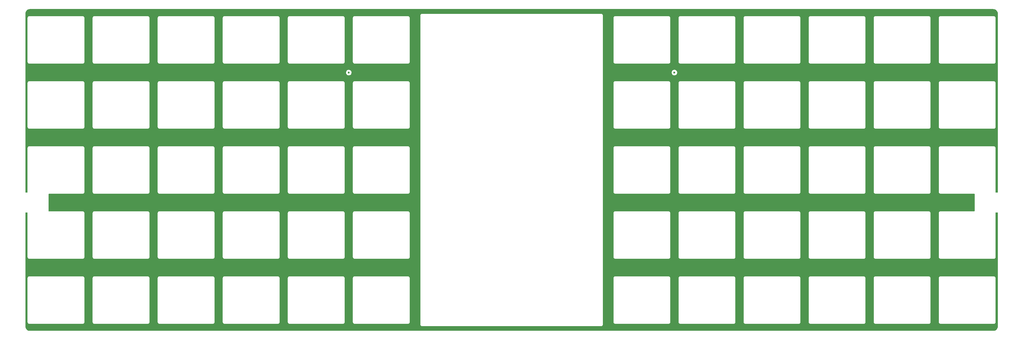
<source format=gtl>
%TF.GenerationSoftware,KiCad,Pcbnew,(6.0.0-0)*%
%TF.CreationDate,2022-01-30T09:04:33+01:00*%
%TF.ProjectId,lumberjack-alps-full,6c756d62-6572-46a6-9163-6b2d616c7073,rev?*%
%TF.SameCoordinates,Original*%
%TF.FileFunction,Copper,L1,Top*%
%TF.FilePolarity,Positive*%
%FSLAX46Y46*%
G04 Gerber Fmt 4.6, Leading zero omitted, Abs format (unit mm)*
G04 Created by KiCad (PCBNEW (6.0.0-0)) date 2022-01-30 09:04:33*
%MOMM*%
%LPD*%
G01*
G04 APERTURE LIST*
%TA.AperFunction,ViaPad*%
%ADD10C,0.600000*%
%TD*%
G04 APERTURE END LIST*
D10*
%TO.N,*%
X84478261Y-58860582D03*
X179840870Y-58860582D03*
%TD*%
%TA.AperFunction,NonConductor*%
G36*
X273218675Y-40276417D02*
G01*
X273233476Y-40278722D01*
X273233479Y-40278722D01*
X273242348Y-40280103D01*
X273256387Y-40278267D01*
X273282606Y-40277592D01*
X273386702Y-40285784D01*
X273438653Y-40289873D01*
X273458164Y-40292962D01*
X273633895Y-40335152D01*
X273652677Y-40341256D01*
X273762019Y-40386547D01*
X273819630Y-40410410D01*
X273837246Y-40419386D01*
X273991322Y-40513803D01*
X274007305Y-40525415D01*
X274144718Y-40642776D01*
X274158696Y-40656754D01*
X274276059Y-40794169D01*
X274287674Y-40810156D01*
X274382088Y-40964228D01*
X274391064Y-40981844D01*
X274460217Y-41148793D01*
X274466322Y-41167579D01*
X274508512Y-41343310D01*
X274511602Y-41362824D01*
X274523331Y-41511868D01*
X274522691Y-41528737D01*
X274522862Y-41528739D01*
X274522752Y-41537715D01*
X274521371Y-41546586D01*
X274522535Y-41555488D01*
X274522535Y-41555491D01*
X274525493Y-41578107D01*
X274526557Y-41594445D01*
X274526557Y-93901670D01*
X274506555Y-93969791D01*
X274452899Y-94016284D01*
X274400557Y-94027670D01*
X274002648Y-94027670D01*
X273934527Y-94007668D01*
X273888034Y-93954012D01*
X273876648Y-93901670D01*
X273876648Y-80971542D01*
X273876650Y-80970772D01*
X273877069Y-80902162D01*
X273877124Y-80893188D01*
X273874658Y-80884559D01*
X273874657Y-80884554D01*
X273869009Y-80864792D01*
X273865431Y-80848031D01*
X273862518Y-80827688D01*
X273862515Y-80827678D01*
X273861243Y-80818795D01*
X273850627Y-80795445D01*
X273844184Y-80777933D01*
X273839602Y-80761903D01*
X273837136Y-80753275D01*
X273821374Y-80728292D01*
X273813244Y-80713226D01*
X273801015Y-80686330D01*
X273784274Y-80666901D01*
X273773169Y-80651893D01*
X273764278Y-80637801D01*
X273759488Y-80630209D01*
X273737351Y-80610658D01*
X273725307Y-80598466D01*
X273711887Y-80582891D01*
X273711885Y-80582890D01*
X273706029Y-80576093D01*
X273698501Y-80571214D01*
X273698498Y-80571211D01*
X273684509Y-80562144D01*
X273669635Y-80550854D01*
X273657150Y-80539828D01*
X273650420Y-80533884D01*
X273642294Y-80530069D01*
X273642293Y-80530068D01*
X273636627Y-80527408D01*
X273623682Y-80521330D01*
X273608713Y-80513016D01*
X273583921Y-80496947D01*
X273559357Y-80489601D01*
X273541912Y-80482939D01*
X273537475Y-80480856D01*
X273518700Y-80472041D01*
X273489518Y-80467497D01*
X273472799Y-80463714D01*
X273453112Y-80457826D01*
X273453109Y-80457825D01*
X273444507Y-80455253D01*
X273435532Y-80455198D01*
X273435531Y-80455198D01*
X273428838Y-80455157D01*
X273410092Y-80455043D01*
X273409320Y-80455010D01*
X273408225Y-80454840D01*
X273377350Y-80454840D01*
X273376580Y-80454838D01*
X273302932Y-80454388D01*
X273302931Y-80454388D01*
X273298996Y-80454364D01*
X273297652Y-80454748D01*
X273296307Y-80454840D01*
X257780097Y-80454840D01*
X257779327Y-80454838D01*
X257778473Y-80454833D01*
X257701743Y-80454364D01*
X257693114Y-80456830D01*
X257693109Y-80456831D01*
X257673347Y-80462479D01*
X257656586Y-80466057D01*
X257636243Y-80468970D01*
X257636233Y-80468973D01*
X257627350Y-80470245D01*
X257604000Y-80480861D01*
X257586488Y-80487304D01*
X257578452Y-80489601D01*
X257561830Y-80494352D01*
X257536847Y-80510114D01*
X257521781Y-80518244D01*
X257494885Y-80530473D01*
X257475456Y-80547214D01*
X257460448Y-80558319D01*
X257438764Y-80572000D01*
X257432822Y-80578728D01*
X257419214Y-80594136D01*
X257407022Y-80606180D01*
X257384648Y-80625459D01*
X257379769Y-80632987D01*
X257379766Y-80632990D01*
X257370699Y-80646979D01*
X257359409Y-80661853D01*
X257342439Y-80681068D01*
X257329885Y-80707806D01*
X257321571Y-80722775D01*
X257305502Y-80747567D01*
X257302930Y-80756167D01*
X257298156Y-80772130D01*
X257291494Y-80789576D01*
X257280596Y-80812788D01*
X257276053Y-80841968D01*
X257272269Y-80858689D01*
X257266381Y-80878376D01*
X257266380Y-80878379D01*
X257263808Y-80886981D01*
X257263753Y-80895956D01*
X257263753Y-80895957D01*
X257263598Y-80921386D01*
X257263565Y-80922168D01*
X257263395Y-80923263D01*
X257263395Y-80954138D01*
X257263393Y-80954908D01*
X257262919Y-81032492D01*
X257263303Y-81033836D01*
X257263395Y-81035181D01*
X257263395Y-93812942D01*
X257263393Y-93813712D01*
X257262919Y-93891296D01*
X257265385Y-93899925D01*
X257265386Y-93899930D01*
X257271034Y-93919692D01*
X257274612Y-93936453D01*
X257277525Y-93956796D01*
X257277528Y-93956806D01*
X257278800Y-93965689D01*
X257289416Y-93989039D01*
X257295859Y-94006551D01*
X257297518Y-94012354D01*
X257302907Y-94031209D01*
X257318669Y-94056192D01*
X257326799Y-94071258D01*
X257339028Y-94098154D01*
X257355769Y-94117583D01*
X257366874Y-94132591D01*
X257380555Y-94154275D01*
X257387283Y-94160217D01*
X257402691Y-94173825D01*
X257414735Y-94186017D01*
X257434014Y-94208391D01*
X257441542Y-94213270D01*
X257441545Y-94213273D01*
X257455534Y-94222340D01*
X257470408Y-94233630D01*
X257489623Y-94250600D01*
X257497749Y-94254415D01*
X257497750Y-94254416D01*
X257503416Y-94257076D01*
X257516361Y-94263154D01*
X257531330Y-94271468D01*
X257556122Y-94287537D01*
X257573045Y-94292598D01*
X257580685Y-94294883D01*
X257598131Y-94301545D01*
X257621343Y-94312443D01*
X257650525Y-94316987D01*
X257667244Y-94320770D01*
X257686931Y-94326658D01*
X257686934Y-94326659D01*
X257695536Y-94329231D01*
X257704511Y-94329286D01*
X257704512Y-94329286D01*
X257711205Y-94329327D01*
X257729951Y-94329441D01*
X257730723Y-94329474D01*
X257731818Y-94329644D01*
X257762693Y-94329644D01*
X257763463Y-94329646D01*
X257837111Y-94330096D01*
X257837112Y-94330096D01*
X257841047Y-94330120D01*
X257842391Y-94329736D01*
X257843736Y-94329644D01*
X267614939Y-94329644D01*
X267683060Y-94349646D01*
X267729553Y-94403302D01*
X267740939Y-94455644D01*
X267740939Y-99378920D01*
X267720937Y-99447041D01*
X267667281Y-99493534D01*
X267614939Y-99504920D01*
X257780097Y-99504920D01*
X257779327Y-99504918D01*
X257778473Y-99504913D01*
X257701743Y-99504444D01*
X257693114Y-99506910D01*
X257693109Y-99506911D01*
X257673347Y-99512559D01*
X257656586Y-99516137D01*
X257636243Y-99519050D01*
X257636233Y-99519053D01*
X257627350Y-99520325D01*
X257604000Y-99530941D01*
X257586488Y-99537384D01*
X257578452Y-99539681D01*
X257561830Y-99544432D01*
X257536847Y-99560194D01*
X257521781Y-99568324D01*
X257494885Y-99580553D01*
X257475456Y-99597294D01*
X257460448Y-99608399D01*
X257438764Y-99622080D01*
X257432822Y-99628808D01*
X257419214Y-99644216D01*
X257407022Y-99656260D01*
X257384648Y-99675539D01*
X257379769Y-99683067D01*
X257379766Y-99683070D01*
X257370699Y-99697059D01*
X257359409Y-99711933D01*
X257342439Y-99731148D01*
X257329885Y-99757886D01*
X257321571Y-99772855D01*
X257305502Y-99797647D01*
X257302930Y-99806247D01*
X257298156Y-99822210D01*
X257291494Y-99839656D01*
X257280596Y-99862868D01*
X257277955Y-99879832D01*
X257276053Y-99892048D01*
X257272269Y-99908769D01*
X257266381Y-99928456D01*
X257266380Y-99928459D01*
X257263808Y-99937061D01*
X257263753Y-99946036D01*
X257263753Y-99946037D01*
X257263598Y-99971466D01*
X257263565Y-99972248D01*
X257263395Y-99973343D01*
X257263395Y-100004218D01*
X257263393Y-100004988D01*
X257262919Y-100082572D01*
X257263303Y-100083916D01*
X257263395Y-100085261D01*
X257263395Y-112863022D01*
X257263393Y-112863792D01*
X257262919Y-112941376D01*
X257265385Y-112950005D01*
X257265386Y-112950010D01*
X257271034Y-112969772D01*
X257274612Y-112986533D01*
X257277525Y-113006876D01*
X257277528Y-113006886D01*
X257278800Y-113015769D01*
X257289416Y-113039119D01*
X257295859Y-113056631D01*
X257302907Y-113081289D01*
X257318669Y-113106272D01*
X257326799Y-113121338D01*
X257339028Y-113148234D01*
X257355769Y-113167663D01*
X257366874Y-113182671D01*
X257380555Y-113204355D01*
X257387283Y-113210297D01*
X257402691Y-113223905D01*
X257414735Y-113236097D01*
X257434014Y-113258471D01*
X257441542Y-113263350D01*
X257441545Y-113263353D01*
X257455534Y-113272420D01*
X257470408Y-113283710D01*
X257489623Y-113300680D01*
X257497749Y-113304495D01*
X257497750Y-113304496D01*
X257503416Y-113307156D01*
X257516361Y-113313234D01*
X257531330Y-113321548D01*
X257556122Y-113337617D01*
X257573045Y-113342678D01*
X257580685Y-113344963D01*
X257598131Y-113351625D01*
X257621343Y-113362523D01*
X257650525Y-113367067D01*
X257667244Y-113370850D01*
X257686931Y-113376738D01*
X257686934Y-113376739D01*
X257695536Y-113379311D01*
X257704511Y-113379366D01*
X257704512Y-113379366D01*
X257711205Y-113379407D01*
X257729951Y-113379521D01*
X257730723Y-113379554D01*
X257731818Y-113379724D01*
X257762693Y-113379724D01*
X257763463Y-113379726D01*
X257837111Y-113380176D01*
X257837112Y-113380176D01*
X257841047Y-113380200D01*
X257842391Y-113379816D01*
X257843736Y-113379724D01*
X273359946Y-113379724D01*
X273360717Y-113379726D01*
X273438300Y-113380200D01*
X273446929Y-113377734D01*
X273446934Y-113377733D01*
X273466696Y-113372085D01*
X273483457Y-113368507D01*
X273503800Y-113365594D01*
X273503810Y-113365591D01*
X273512693Y-113364319D01*
X273536043Y-113353703D01*
X273553555Y-113347260D01*
X273569585Y-113342678D01*
X273578213Y-113340212D01*
X273603196Y-113324450D01*
X273618262Y-113316320D01*
X273645158Y-113304091D01*
X273664587Y-113287350D01*
X273679595Y-113276245D01*
X273693687Y-113267354D01*
X273701279Y-113262564D01*
X273720830Y-113240427D01*
X273733022Y-113228383D01*
X273748597Y-113214963D01*
X273748598Y-113214961D01*
X273755395Y-113209105D01*
X273760274Y-113201577D01*
X273760277Y-113201574D01*
X273769344Y-113187585D01*
X273780634Y-113172711D01*
X273791660Y-113160226D01*
X273797604Y-113153496D01*
X273810158Y-113126758D01*
X273818472Y-113111789D01*
X273834541Y-113086997D01*
X273841887Y-113062433D01*
X273848549Y-113044988D01*
X273855631Y-113029903D01*
X273859447Y-113021776D01*
X273863991Y-112992594D01*
X273867774Y-112975875D01*
X273873662Y-112956188D01*
X273873663Y-112956185D01*
X273876235Y-112947583D01*
X273876445Y-112913168D01*
X273876478Y-112912396D01*
X273876648Y-112911301D01*
X273876648Y-112880426D01*
X273876650Y-112879656D01*
X273877100Y-112806008D01*
X273877100Y-112806007D01*
X273877124Y-112802072D01*
X273876740Y-112800728D01*
X273876648Y-112799383D01*
X273876648Y-99932174D01*
X273896650Y-99864053D01*
X273950306Y-99817560D01*
X274002648Y-99806174D01*
X274400557Y-99806174D01*
X274468678Y-99826176D01*
X274515171Y-99879832D01*
X274526557Y-99932174D01*
X274526557Y-133181730D01*
X274525057Y-133201114D01*
X274521371Y-133224788D01*
X274523011Y-133237328D01*
X274523207Y-133238825D01*
X274523882Y-133265046D01*
X274511602Y-133421090D01*
X274508512Y-133440604D01*
X274466322Y-133616335D01*
X274460217Y-133635121D01*
X274391064Y-133802070D01*
X274382088Y-133819686D01*
X274287674Y-133973758D01*
X274276059Y-133989745D01*
X274158698Y-134127158D01*
X274144720Y-134141136D01*
X274007305Y-134258499D01*
X273991322Y-134270111D01*
X273944093Y-134299053D01*
X273837246Y-134364528D01*
X273819630Y-134373504D01*
X273652677Y-134442658D01*
X273633895Y-134448762D01*
X273458164Y-134490952D01*
X273438654Y-134494041D01*
X273351141Y-134500929D01*
X273289606Y-134505771D01*
X273272737Y-134505131D01*
X273272735Y-134505302D01*
X273263759Y-134505192D01*
X273254888Y-134503811D01*
X273245986Y-134504975D01*
X273245983Y-134504975D01*
X273223367Y-134507933D01*
X273207029Y-134508997D01*
X-8880540Y-134508997D01*
X-8899925Y-134507497D01*
X-8914726Y-134505192D01*
X-8914729Y-134505192D01*
X-8923598Y-134503811D01*
X-8937637Y-134505647D01*
X-8963856Y-134506322D01*
X-9067952Y-134498130D01*
X-9119903Y-134494041D01*
X-9139414Y-134490952D01*
X-9315145Y-134448762D01*
X-9333927Y-134442658D01*
X-9500880Y-134373504D01*
X-9518496Y-134364528D01*
X-9625343Y-134299053D01*
X-9672572Y-134270111D01*
X-9688555Y-134258499D01*
X-9825970Y-134141136D01*
X-9839948Y-134127158D01*
X-9957309Y-133989745D01*
X-9968924Y-133973758D01*
X-10063338Y-133819686D01*
X-10072314Y-133802070D01*
X-10141467Y-133635121D01*
X-10147572Y-133616335D01*
X-10189762Y-133440604D01*
X-10192852Y-133421090D01*
X-10204581Y-133272046D01*
X-10203941Y-133255177D01*
X-10204112Y-133255175D01*
X-10204002Y-133246199D01*
X-10202621Y-133237328D01*
X-10204260Y-133224788D01*
X-10206743Y-133205807D01*
X-10207807Y-133189469D01*
X-10207807Y-132705275D01*
X105457149Y-132705275D01*
X105459613Y-132713898D01*
X105459614Y-132713903D01*
X105465266Y-132733679D01*
X105468843Y-132750437D01*
X105473030Y-132779670D01*
X105476747Y-132787844D01*
X105483641Y-132803008D01*
X105490089Y-132820533D01*
X105494668Y-132836554D01*
X105497136Y-132845188D01*
X105501926Y-132852779D01*
X105501927Y-132852782D01*
X105512897Y-132870169D01*
X105521034Y-132885250D01*
X105533258Y-132912135D01*
X105539117Y-132918935D01*
X105539118Y-132918936D01*
X105549996Y-132931560D01*
X105561103Y-132946570D01*
X105574784Y-132968254D01*
X105581511Y-132974195D01*
X105596923Y-132987807D01*
X105608962Y-132999994D01*
X105628244Y-133022372D01*
X105642272Y-133031464D01*
X105649755Y-133036314D01*
X105664631Y-133047606D01*
X105677122Y-133058638D01*
X105677127Y-133058641D01*
X105683851Y-133064580D01*
X105710597Y-133077138D01*
X105725560Y-133085449D01*
X105750352Y-133101518D01*
X105758952Y-133104090D01*
X105774915Y-133108864D01*
X105792364Y-133115527D01*
X105807445Y-133122608D01*
X105807447Y-133122608D01*
X105815571Y-133126423D01*
X105824435Y-133127803D01*
X105824444Y-133127806D01*
X105844763Y-133130970D01*
X105861473Y-133134751D01*
X105866299Y-133136194D01*
X105889766Y-133143212D01*
X105898743Y-133143267D01*
X105898744Y-133143267D01*
X105904801Y-133143304D01*
X105924179Y-133143422D01*
X105924951Y-133143455D01*
X105926046Y-133143625D01*
X105956943Y-133143625D01*
X105957713Y-133143627D01*
X106031341Y-133144077D01*
X106031342Y-133144077D01*
X106035277Y-133144101D01*
X106036620Y-133143717D01*
X106037964Y-133143625D01*
X142538687Y-133143769D01*
X158345059Y-133143832D01*
X158345828Y-133143834D01*
X158348985Y-133143853D01*
X158423442Y-133144308D01*
X158432072Y-133141842D01*
X158432076Y-133141841D01*
X158451834Y-133136194D01*
X158468595Y-133132616D01*
X158488944Y-133129702D01*
X158488951Y-133129700D01*
X158497833Y-133128428D01*
X158512888Y-133121582D01*
X158521177Y-133117814D01*
X158538703Y-133111366D01*
X158554724Y-133106787D01*
X158554726Y-133106786D01*
X158563355Y-133104320D01*
X158570943Y-133099532D01*
X158570946Y-133099531D01*
X158588327Y-133088564D01*
X158603413Y-133080424D01*
X158622126Y-133071916D01*
X158622128Y-133071915D01*
X158630298Y-133068200D01*
X158641396Y-133058638D01*
X158649726Y-133051460D01*
X158664739Y-133040352D01*
X158671139Y-133036314D01*
X158686421Y-133026672D01*
X158696223Y-133015573D01*
X158705971Y-133004536D01*
X158718165Y-132992490D01*
X158733738Y-132979072D01*
X158740536Y-132973215D01*
X158748670Y-132960666D01*
X158754487Y-132951692D01*
X158765777Y-132936818D01*
X158776804Y-132924332D01*
X158782746Y-132917604D01*
X158786560Y-132909481D01*
X158786563Y-132909476D01*
X158795298Y-132890871D01*
X158803619Y-132875889D01*
X158819682Y-132851107D01*
X158827030Y-132826540D01*
X158833688Y-132809104D01*
X158840774Y-132794011D01*
X158840775Y-132794008D01*
X158844589Y-132785884D01*
X158845970Y-132777016D01*
X158845971Y-132777012D01*
X158849132Y-132756706D01*
X158852916Y-132739985D01*
X158858804Y-132720298D01*
X158858805Y-132720295D01*
X158861377Y-132711693D01*
X158861587Y-132677276D01*
X158861620Y-132676504D01*
X158861790Y-132675409D01*
X158861790Y-132644536D01*
X158861792Y-132643766D01*
X158862242Y-132570123D01*
X158862242Y-132570122D01*
X158862266Y-132566182D01*
X158861882Y-132564837D01*
X158861790Y-132563491D01*
X158861790Y-131991456D01*
X162012519Y-131991456D01*
X162014985Y-132000085D01*
X162014986Y-132000090D01*
X162020634Y-132019852D01*
X162024212Y-132036613D01*
X162027125Y-132056956D01*
X162027128Y-132056966D01*
X162028400Y-132065849D01*
X162039016Y-132089199D01*
X162045459Y-132106711D01*
X162052507Y-132131369D01*
X162068269Y-132156352D01*
X162076399Y-132171418D01*
X162088628Y-132198314D01*
X162105369Y-132217743D01*
X162116474Y-132232751D01*
X162130155Y-132254435D01*
X162136883Y-132260377D01*
X162152291Y-132273985D01*
X162164335Y-132286177D01*
X162183614Y-132308551D01*
X162191142Y-132313430D01*
X162191145Y-132313433D01*
X162205134Y-132322500D01*
X162220008Y-132333790D01*
X162239223Y-132350760D01*
X162247349Y-132354575D01*
X162247350Y-132354576D01*
X162253016Y-132357236D01*
X162265961Y-132363314D01*
X162280930Y-132371628D01*
X162305722Y-132387697D01*
X162322645Y-132392758D01*
X162330285Y-132395043D01*
X162347731Y-132401705D01*
X162370943Y-132412603D01*
X162400125Y-132417147D01*
X162416844Y-132420930D01*
X162436531Y-132426818D01*
X162436534Y-132426819D01*
X162445136Y-132429391D01*
X162454111Y-132429446D01*
X162454112Y-132429446D01*
X162460805Y-132429487D01*
X162479551Y-132429601D01*
X162480323Y-132429634D01*
X162481418Y-132429804D01*
X162512293Y-132429804D01*
X162513063Y-132429806D01*
X162586711Y-132430256D01*
X162586712Y-132430256D01*
X162590647Y-132430280D01*
X162591991Y-132429896D01*
X162593336Y-132429804D01*
X178109546Y-132429804D01*
X178110317Y-132429806D01*
X178187900Y-132430280D01*
X178196529Y-132427814D01*
X178196534Y-132427813D01*
X178216296Y-132422165D01*
X178233057Y-132418587D01*
X178253400Y-132415674D01*
X178253410Y-132415671D01*
X178262293Y-132414399D01*
X178285643Y-132403783D01*
X178303155Y-132397340D01*
X178319185Y-132392758D01*
X178327813Y-132390292D01*
X178352796Y-132374530D01*
X178367862Y-132366400D01*
X178394758Y-132354171D01*
X178414187Y-132337430D01*
X178429195Y-132326325D01*
X178443287Y-132317434D01*
X178450879Y-132312644D01*
X178470430Y-132290507D01*
X178482622Y-132278463D01*
X178498197Y-132265043D01*
X178498198Y-132265041D01*
X178504995Y-132259185D01*
X178509874Y-132251657D01*
X178509877Y-132251654D01*
X178518944Y-132237665D01*
X178530234Y-132222791D01*
X178541260Y-132210306D01*
X178547204Y-132203576D01*
X178559758Y-132176838D01*
X178568072Y-132161869D01*
X178584141Y-132137077D01*
X178591487Y-132112513D01*
X178598149Y-132095068D01*
X178605231Y-132079983D01*
X178609047Y-132071856D01*
X178613591Y-132042674D01*
X178617374Y-132025955D01*
X178623262Y-132006268D01*
X178623263Y-132006265D01*
X178625835Y-131997663D01*
X178625873Y-131991456D01*
X181062599Y-131991456D01*
X181065065Y-132000085D01*
X181065066Y-132000090D01*
X181070714Y-132019852D01*
X181074292Y-132036613D01*
X181077205Y-132056956D01*
X181077208Y-132056966D01*
X181078480Y-132065849D01*
X181089096Y-132089199D01*
X181095539Y-132106711D01*
X181102587Y-132131369D01*
X181118349Y-132156352D01*
X181126479Y-132171418D01*
X181138708Y-132198314D01*
X181155449Y-132217743D01*
X181166554Y-132232751D01*
X181180235Y-132254435D01*
X181186963Y-132260377D01*
X181202371Y-132273985D01*
X181214415Y-132286177D01*
X181233694Y-132308551D01*
X181241222Y-132313430D01*
X181241225Y-132313433D01*
X181255214Y-132322500D01*
X181270088Y-132333790D01*
X181289303Y-132350760D01*
X181297429Y-132354575D01*
X181297430Y-132354576D01*
X181303096Y-132357236D01*
X181316041Y-132363314D01*
X181331010Y-132371628D01*
X181355802Y-132387697D01*
X181372725Y-132392758D01*
X181380365Y-132395043D01*
X181397811Y-132401705D01*
X181421023Y-132412603D01*
X181450205Y-132417147D01*
X181466924Y-132420930D01*
X181486611Y-132426818D01*
X181486614Y-132426819D01*
X181495216Y-132429391D01*
X181504191Y-132429446D01*
X181504192Y-132429446D01*
X181510885Y-132429487D01*
X181529631Y-132429601D01*
X181530403Y-132429634D01*
X181531498Y-132429804D01*
X181562373Y-132429804D01*
X181563143Y-132429806D01*
X181636791Y-132430256D01*
X181636792Y-132430256D01*
X181640727Y-132430280D01*
X181642071Y-132429896D01*
X181643416Y-132429804D01*
X197159626Y-132429804D01*
X197160397Y-132429806D01*
X197237980Y-132430280D01*
X197246609Y-132427814D01*
X197246614Y-132427813D01*
X197266376Y-132422165D01*
X197283137Y-132418587D01*
X197303480Y-132415674D01*
X197303490Y-132415671D01*
X197312373Y-132414399D01*
X197335723Y-132403783D01*
X197353235Y-132397340D01*
X197369265Y-132392758D01*
X197377893Y-132390292D01*
X197402876Y-132374530D01*
X197417942Y-132366400D01*
X197444838Y-132354171D01*
X197464267Y-132337430D01*
X197479275Y-132326325D01*
X197493367Y-132317434D01*
X197500959Y-132312644D01*
X197520510Y-132290507D01*
X197532702Y-132278463D01*
X197548277Y-132265043D01*
X197548278Y-132265041D01*
X197555075Y-132259185D01*
X197559954Y-132251657D01*
X197559957Y-132251654D01*
X197569024Y-132237665D01*
X197580314Y-132222791D01*
X197591340Y-132210306D01*
X197597284Y-132203576D01*
X197609838Y-132176838D01*
X197618152Y-132161869D01*
X197634221Y-132137077D01*
X197641567Y-132112513D01*
X197648229Y-132095068D01*
X197655311Y-132079983D01*
X197659127Y-132071856D01*
X197663671Y-132042674D01*
X197667454Y-132025955D01*
X197673342Y-132006268D01*
X197673343Y-132006265D01*
X197675915Y-131997663D01*
X197675953Y-131991456D01*
X200112679Y-131991456D01*
X200115145Y-132000085D01*
X200115146Y-132000090D01*
X200120794Y-132019852D01*
X200124372Y-132036613D01*
X200127285Y-132056956D01*
X200127288Y-132056966D01*
X200128560Y-132065849D01*
X200139176Y-132089199D01*
X200145619Y-132106711D01*
X200152667Y-132131369D01*
X200168429Y-132156352D01*
X200176559Y-132171418D01*
X200188788Y-132198314D01*
X200205529Y-132217743D01*
X200216634Y-132232751D01*
X200230315Y-132254435D01*
X200237043Y-132260377D01*
X200252451Y-132273985D01*
X200264495Y-132286177D01*
X200283774Y-132308551D01*
X200291302Y-132313430D01*
X200291305Y-132313433D01*
X200305294Y-132322500D01*
X200320168Y-132333790D01*
X200339383Y-132350760D01*
X200347509Y-132354575D01*
X200347510Y-132354576D01*
X200353176Y-132357236D01*
X200366121Y-132363314D01*
X200381090Y-132371628D01*
X200405882Y-132387697D01*
X200422805Y-132392758D01*
X200430445Y-132395043D01*
X200447891Y-132401705D01*
X200471103Y-132412603D01*
X200500285Y-132417147D01*
X200517004Y-132420930D01*
X200536691Y-132426818D01*
X200536694Y-132426819D01*
X200545296Y-132429391D01*
X200554271Y-132429446D01*
X200554272Y-132429446D01*
X200560965Y-132429487D01*
X200579711Y-132429601D01*
X200580483Y-132429634D01*
X200581578Y-132429804D01*
X200612453Y-132429804D01*
X200613223Y-132429806D01*
X200686871Y-132430256D01*
X200686872Y-132430256D01*
X200690807Y-132430280D01*
X200692151Y-132429896D01*
X200693496Y-132429804D01*
X216209706Y-132429804D01*
X216210477Y-132429806D01*
X216288060Y-132430280D01*
X216296689Y-132427814D01*
X216296694Y-132427813D01*
X216316456Y-132422165D01*
X216333217Y-132418587D01*
X216353560Y-132415674D01*
X216353570Y-132415671D01*
X216362453Y-132414399D01*
X216385803Y-132403783D01*
X216403315Y-132397340D01*
X216419345Y-132392758D01*
X216427973Y-132390292D01*
X216452956Y-132374530D01*
X216468022Y-132366400D01*
X216494918Y-132354171D01*
X216514347Y-132337430D01*
X216529355Y-132326325D01*
X216543447Y-132317434D01*
X216551039Y-132312644D01*
X216570590Y-132290507D01*
X216582782Y-132278463D01*
X216598357Y-132265043D01*
X216598358Y-132265041D01*
X216605155Y-132259185D01*
X216610034Y-132251657D01*
X216610037Y-132251654D01*
X216619104Y-132237665D01*
X216630394Y-132222791D01*
X216641420Y-132210306D01*
X216647364Y-132203576D01*
X216659918Y-132176838D01*
X216668232Y-132161869D01*
X216684301Y-132137077D01*
X216691647Y-132112513D01*
X216698309Y-132095068D01*
X216705391Y-132079983D01*
X216709207Y-132071856D01*
X216713751Y-132042674D01*
X216717534Y-132025955D01*
X216723422Y-132006268D01*
X216723423Y-132006265D01*
X216725995Y-131997663D01*
X216726033Y-131991456D01*
X219162759Y-131991456D01*
X219165225Y-132000085D01*
X219165226Y-132000090D01*
X219170874Y-132019852D01*
X219174452Y-132036613D01*
X219177365Y-132056956D01*
X219177368Y-132056966D01*
X219178640Y-132065849D01*
X219189256Y-132089199D01*
X219195699Y-132106711D01*
X219202747Y-132131369D01*
X219218509Y-132156352D01*
X219226639Y-132171418D01*
X219238868Y-132198314D01*
X219255609Y-132217743D01*
X219266714Y-132232751D01*
X219280395Y-132254435D01*
X219287123Y-132260377D01*
X219302531Y-132273985D01*
X219314575Y-132286177D01*
X219333854Y-132308551D01*
X219341382Y-132313430D01*
X219341385Y-132313433D01*
X219355374Y-132322500D01*
X219370248Y-132333790D01*
X219389463Y-132350760D01*
X219397589Y-132354575D01*
X219397590Y-132354576D01*
X219403256Y-132357236D01*
X219416201Y-132363314D01*
X219431170Y-132371628D01*
X219455962Y-132387697D01*
X219472885Y-132392758D01*
X219480525Y-132395043D01*
X219497971Y-132401705D01*
X219521183Y-132412603D01*
X219550365Y-132417147D01*
X219567084Y-132420930D01*
X219586771Y-132426818D01*
X219586774Y-132426819D01*
X219595376Y-132429391D01*
X219604351Y-132429446D01*
X219604352Y-132429446D01*
X219611045Y-132429487D01*
X219629791Y-132429601D01*
X219630563Y-132429634D01*
X219631658Y-132429804D01*
X219662533Y-132429804D01*
X219663303Y-132429806D01*
X219736951Y-132430256D01*
X219736952Y-132430256D01*
X219740887Y-132430280D01*
X219742231Y-132429896D01*
X219743576Y-132429804D01*
X235259786Y-132429804D01*
X235260557Y-132429806D01*
X235338140Y-132430280D01*
X235346769Y-132427814D01*
X235346774Y-132427813D01*
X235366536Y-132422165D01*
X235383297Y-132418587D01*
X235403640Y-132415674D01*
X235403650Y-132415671D01*
X235412533Y-132414399D01*
X235435883Y-132403783D01*
X235453395Y-132397340D01*
X235469425Y-132392758D01*
X235478053Y-132390292D01*
X235503036Y-132374530D01*
X235518102Y-132366400D01*
X235544998Y-132354171D01*
X235564427Y-132337430D01*
X235579435Y-132326325D01*
X235593527Y-132317434D01*
X235601119Y-132312644D01*
X235620670Y-132290507D01*
X235632862Y-132278463D01*
X235648437Y-132265043D01*
X235648438Y-132265041D01*
X235655235Y-132259185D01*
X235660114Y-132251657D01*
X235660117Y-132251654D01*
X235669184Y-132237665D01*
X235680474Y-132222791D01*
X235691500Y-132210306D01*
X235697444Y-132203576D01*
X235709998Y-132176838D01*
X235718312Y-132161869D01*
X235734381Y-132137077D01*
X235741727Y-132112513D01*
X235748389Y-132095068D01*
X235755471Y-132079983D01*
X235759287Y-132071856D01*
X235763831Y-132042674D01*
X235767614Y-132025955D01*
X235773502Y-132006268D01*
X235773503Y-132006265D01*
X235776075Y-131997663D01*
X235776113Y-131991456D01*
X238212839Y-131991456D01*
X238215305Y-132000085D01*
X238215306Y-132000090D01*
X238220954Y-132019852D01*
X238224532Y-132036613D01*
X238227445Y-132056956D01*
X238227448Y-132056966D01*
X238228720Y-132065849D01*
X238239336Y-132089199D01*
X238245779Y-132106711D01*
X238252827Y-132131369D01*
X238268589Y-132156352D01*
X238276719Y-132171418D01*
X238288948Y-132198314D01*
X238305689Y-132217743D01*
X238316794Y-132232751D01*
X238330475Y-132254435D01*
X238337203Y-132260377D01*
X238352611Y-132273985D01*
X238364655Y-132286177D01*
X238383934Y-132308551D01*
X238391462Y-132313430D01*
X238391465Y-132313433D01*
X238405454Y-132322500D01*
X238420328Y-132333790D01*
X238439543Y-132350760D01*
X238447669Y-132354575D01*
X238447670Y-132354576D01*
X238453336Y-132357236D01*
X238466281Y-132363314D01*
X238481250Y-132371628D01*
X238506042Y-132387697D01*
X238522965Y-132392758D01*
X238530605Y-132395043D01*
X238548051Y-132401705D01*
X238571263Y-132412603D01*
X238600445Y-132417147D01*
X238617164Y-132420930D01*
X238636851Y-132426818D01*
X238636854Y-132426819D01*
X238645456Y-132429391D01*
X238654431Y-132429446D01*
X238654432Y-132429446D01*
X238661125Y-132429487D01*
X238679871Y-132429601D01*
X238680643Y-132429634D01*
X238681738Y-132429804D01*
X238712613Y-132429804D01*
X238713383Y-132429806D01*
X238787031Y-132430256D01*
X238787032Y-132430256D01*
X238790967Y-132430280D01*
X238792311Y-132429896D01*
X238793656Y-132429804D01*
X254309866Y-132429804D01*
X254310637Y-132429806D01*
X254388220Y-132430280D01*
X254396849Y-132427814D01*
X254396854Y-132427813D01*
X254416616Y-132422165D01*
X254433377Y-132418587D01*
X254453720Y-132415674D01*
X254453730Y-132415671D01*
X254462613Y-132414399D01*
X254485963Y-132403783D01*
X254503475Y-132397340D01*
X254519505Y-132392758D01*
X254528133Y-132390292D01*
X254553116Y-132374530D01*
X254568182Y-132366400D01*
X254595078Y-132354171D01*
X254614507Y-132337430D01*
X254629515Y-132326325D01*
X254643607Y-132317434D01*
X254651199Y-132312644D01*
X254670750Y-132290507D01*
X254682942Y-132278463D01*
X254698517Y-132265043D01*
X254698518Y-132265041D01*
X254705315Y-132259185D01*
X254710194Y-132251657D01*
X254710197Y-132251654D01*
X254719264Y-132237665D01*
X254730554Y-132222791D01*
X254741580Y-132210306D01*
X254747524Y-132203576D01*
X254760078Y-132176838D01*
X254768392Y-132161869D01*
X254784461Y-132137077D01*
X254791807Y-132112513D01*
X254798469Y-132095068D01*
X254805551Y-132079983D01*
X254809367Y-132071856D01*
X254813911Y-132042674D01*
X254817694Y-132025955D01*
X254823582Y-132006268D01*
X254823583Y-132006265D01*
X254826155Y-131997663D01*
X254826193Y-131991456D01*
X257262919Y-131991456D01*
X257265385Y-132000085D01*
X257265386Y-132000090D01*
X257271034Y-132019852D01*
X257274612Y-132036613D01*
X257277525Y-132056956D01*
X257277528Y-132056966D01*
X257278800Y-132065849D01*
X257289416Y-132089199D01*
X257295859Y-132106711D01*
X257302907Y-132131369D01*
X257318669Y-132156352D01*
X257326799Y-132171418D01*
X257339028Y-132198314D01*
X257355769Y-132217743D01*
X257366874Y-132232751D01*
X257380555Y-132254435D01*
X257387283Y-132260377D01*
X257402691Y-132273985D01*
X257414735Y-132286177D01*
X257434014Y-132308551D01*
X257441542Y-132313430D01*
X257441545Y-132313433D01*
X257455534Y-132322500D01*
X257470408Y-132333790D01*
X257489623Y-132350760D01*
X257497749Y-132354575D01*
X257497750Y-132354576D01*
X257503416Y-132357236D01*
X257516361Y-132363314D01*
X257531330Y-132371628D01*
X257556122Y-132387697D01*
X257573045Y-132392758D01*
X257580685Y-132395043D01*
X257598131Y-132401705D01*
X257621343Y-132412603D01*
X257650525Y-132417147D01*
X257667244Y-132420930D01*
X257686931Y-132426818D01*
X257686934Y-132426819D01*
X257695536Y-132429391D01*
X257704511Y-132429446D01*
X257704512Y-132429446D01*
X257711205Y-132429487D01*
X257729951Y-132429601D01*
X257730723Y-132429634D01*
X257731818Y-132429804D01*
X257762693Y-132429804D01*
X257763463Y-132429806D01*
X257837111Y-132430256D01*
X257837112Y-132430256D01*
X257841047Y-132430280D01*
X257842391Y-132429896D01*
X257843736Y-132429804D01*
X273359946Y-132429804D01*
X273360717Y-132429806D01*
X273438300Y-132430280D01*
X273446929Y-132427814D01*
X273446934Y-132427813D01*
X273466696Y-132422165D01*
X273483457Y-132418587D01*
X273503800Y-132415674D01*
X273503810Y-132415671D01*
X273512693Y-132414399D01*
X273536043Y-132403783D01*
X273553555Y-132397340D01*
X273569585Y-132392758D01*
X273578213Y-132390292D01*
X273603196Y-132374530D01*
X273618262Y-132366400D01*
X273645158Y-132354171D01*
X273664587Y-132337430D01*
X273679595Y-132326325D01*
X273693687Y-132317434D01*
X273701279Y-132312644D01*
X273720830Y-132290507D01*
X273733022Y-132278463D01*
X273748597Y-132265043D01*
X273748598Y-132265041D01*
X273755395Y-132259185D01*
X273760274Y-132251657D01*
X273760277Y-132251654D01*
X273769344Y-132237665D01*
X273780634Y-132222791D01*
X273791660Y-132210306D01*
X273797604Y-132203576D01*
X273810158Y-132176838D01*
X273818472Y-132161869D01*
X273834541Y-132137077D01*
X273841887Y-132112513D01*
X273848549Y-132095068D01*
X273855631Y-132079983D01*
X273859447Y-132071856D01*
X273863991Y-132042674D01*
X273867774Y-132025955D01*
X273873662Y-132006268D01*
X273873663Y-132006265D01*
X273876235Y-131997663D01*
X273876445Y-131963248D01*
X273876478Y-131962476D01*
X273876648Y-131961381D01*
X273876648Y-131930506D01*
X273876650Y-131929736D01*
X273877100Y-131856088D01*
X273877100Y-131856087D01*
X273877124Y-131852152D01*
X273876740Y-131850808D01*
X273876648Y-131849463D01*
X273876648Y-119071702D01*
X273876650Y-119070932D01*
X273877069Y-119002322D01*
X273877124Y-118993348D01*
X273874658Y-118984719D01*
X273874657Y-118984714D01*
X273869009Y-118964952D01*
X273865431Y-118948191D01*
X273862518Y-118927848D01*
X273862515Y-118927838D01*
X273861243Y-118918955D01*
X273850627Y-118895605D01*
X273844184Y-118878093D01*
X273839602Y-118862063D01*
X273837136Y-118853435D01*
X273821374Y-118828452D01*
X273813244Y-118813386D01*
X273801015Y-118786490D01*
X273784274Y-118767061D01*
X273773169Y-118752053D01*
X273764278Y-118737961D01*
X273759488Y-118730369D01*
X273737351Y-118710818D01*
X273725307Y-118698626D01*
X273711887Y-118683051D01*
X273711885Y-118683050D01*
X273706029Y-118676253D01*
X273698501Y-118671374D01*
X273698498Y-118671371D01*
X273684509Y-118662304D01*
X273669635Y-118651014D01*
X273657150Y-118639988D01*
X273650420Y-118634044D01*
X273642294Y-118630229D01*
X273642293Y-118630228D01*
X273636627Y-118627568D01*
X273623682Y-118621490D01*
X273608713Y-118613176D01*
X273583921Y-118597107D01*
X273559357Y-118589761D01*
X273541912Y-118583099D01*
X273537475Y-118581016D01*
X273518700Y-118572201D01*
X273489518Y-118567657D01*
X273472799Y-118563874D01*
X273453112Y-118557986D01*
X273453109Y-118557985D01*
X273444507Y-118555413D01*
X273435532Y-118555358D01*
X273435531Y-118555358D01*
X273428838Y-118555317D01*
X273410092Y-118555203D01*
X273409320Y-118555170D01*
X273408225Y-118555000D01*
X273377350Y-118555000D01*
X273376580Y-118554998D01*
X273302932Y-118554548D01*
X273302931Y-118554548D01*
X273298996Y-118554524D01*
X273297652Y-118554908D01*
X273296307Y-118555000D01*
X257780097Y-118555000D01*
X257779327Y-118554998D01*
X257778473Y-118554993D01*
X257701743Y-118554524D01*
X257693114Y-118556990D01*
X257693109Y-118556991D01*
X257673347Y-118562639D01*
X257656586Y-118566217D01*
X257636243Y-118569130D01*
X257636233Y-118569133D01*
X257627350Y-118570405D01*
X257604000Y-118581021D01*
X257586488Y-118587464D01*
X257578452Y-118589761D01*
X257561830Y-118594512D01*
X257536847Y-118610274D01*
X257521781Y-118618404D01*
X257494885Y-118630633D01*
X257475456Y-118647374D01*
X257460448Y-118658479D01*
X257438764Y-118672160D01*
X257432822Y-118678888D01*
X257419214Y-118694296D01*
X257407022Y-118706340D01*
X257384648Y-118725619D01*
X257379769Y-118733147D01*
X257379766Y-118733150D01*
X257370699Y-118747139D01*
X257359409Y-118762013D01*
X257342439Y-118781228D01*
X257329885Y-118807966D01*
X257321571Y-118822935D01*
X257305502Y-118847727D01*
X257302930Y-118856327D01*
X257298156Y-118872290D01*
X257291494Y-118889736D01*
X257280596Y-118912948D01*
X257276053Y-118942128D01*
X257272269Y-118958849D01*
X257266381Y-118978536D01*
X257266380Y-118978539D01*
X257263808Y-118987141D01*
X257263753Y-118996116D01*
X257263753Y-118996117D01*
X257263598Y-119021546D01*
X257263565Y-119022328D01*
X257263395Y-119023423D01*
X257263395Y-119054298D01*
X257263393Y-119055068D01*
X257262919Y-119132652D01*
X257263303Y-119133996D01*
X257263395Y-119135341D01*
X257263395Y-131913102D01*
X257263393Y-131913872D01*
X257262919Y-131991456D01*
X254826193Y-131991456D01*
X254826365Y-131963248D01*
X254826398Y-131962476D01*
X254826568Y-131961381D01*
X254826568Y-131930506D01*
X254826570Y-131929736D01*
X254827020Y-131856088D01*
X254827020Y-131856087D01*
X254827044Y-131852152D01*
X254826660Y-131850808D01*
X254826568Y-131849463D01*
X254826568Y-119071702D01*
X254826570Y-119070932D01*
X254826989Y-119002322D01*
X254827044Y-118993348D01*
X254824578Y-118984719D01*
X254824577Y-118984714D01*
X254818929Y-118964952D01*
X254815351Y-118948191D01*
X254812438Y-118927848D01*
X254812435Y-118927838D01*
X254811163Y-118918955D01*
X254800547Y-118895605D01*
X254794104Y-118878093D01*
X254789522Y-118862063D01*
X254787056Y-118853435D01*
X254771294Y-118828452D01*
X254763164Y-118813386D01*
X254750935Y-118786490D01*
X254734194Y-118767061D01*
X254723089Y-118752053D01*
X254714198Y-118737961D01*
X254709408Y-118730369D01*
X254687271Y-118710818D01*
X254675227Y-118698626D01*
X254661807Y-118683051D01*
X254661805Y-118683050D01*
X254655949Y-118676253D01*
X254648421Y-118671374D01*
X254648418Y-118671371D01*
X254634429Y-118662304D01*
X254619555Y-118651014D01*
X254607070Y-118639988D01*
X254600340Y-118634044D01*
X254592214Y-118630229D01*
X254592213Y-118630228D01*
X254586547Y-118627568D01*
X254573602Y-118621490D01*
X254558633Y-118613176D01*
X254533841Y-118597107D01*
X254509277Y-118589761D01*
X254491832Y-118583099D01*
X254487395Y-118581016D01*
X254468620Y-118572201D01*
X254439438Y-118567657D01*
X254422719Y-118563874D01*
X254403032Y-118557986D01*
X254403029Y-118557985D01*
X254394427Y-118555413D01*
X254385452Y-118555358D01*
X254385451Y-118555358D01*
X254378758Y-118555317D01*
X254360012Y-118555203D01*
X254359240Y-118555170D01*
X254358145Y-118555000D01*
X254327270Y-118555000D01*
X254326500Y-118554998D01*
X254252852Y-118554548D01*
X254252851Y-118554548D01*
X254248916Y-118554524D01*
X254247572Y-118554908D01*
X254246227Y-118555000D01*
X238730017Y-118555000D01*
X238729247Y-118554998D01*
X238728393Y-118554993D01*
X238651663Y-118554524D01*
X238643034Y-118556990D01*
X238643029Y-118556991D01*
X238623267Y-118562639D01*
X238606506Y-118566217D01*
X238586163Y-118569130D01*
X238586153Y-118569133D01*
X238577270Y-118570405D01*
X238553920Y-118581021D01*
X238536408Y-118587464D01*
X238528372Y-118589761D01*
X238511750Y-118594512D01*
X238486767Y-118610274D01*
X238471701Y-118618404D01*
X238444805Y-118630633D01*
X238425376Y-118647374D01*
X238410368Y-118658479D01*
X238388684Y-118672160D01*
X238382742Y-118678888D01*
X238369134Y-118694296D01*
X238356942Y-118706340D01*
X238334568Y-118725619D01*
X238329689Y-118733147D01*
X238329686Y-118733150D01*
X238320619Y-118747139D01*
X238309329Y-118762013D01*
X238292359Y-118781228D01*
X238279805Y-118807966D01*
X238271491Y-118822935D01*
X238255422Y-118847727D01*
X238252850Y-118856327D01*
X238248076Y-118872290D01*
X238241414Y-118889736D01*
X238230516Y-118912948D01*
X238225973Y-118942128D01*
X238222189Y-118958849D01*
X238216301Y-118978536D01*
X238216300Y-118978539D01*
X238213728Y-118987141D01*
X238213673Y-118996116D01*
X238213673Y-118996117D01*
X238213518Y-119021546D01*
X238213485Y-119022328D01*
X238213315Y-119023423D01*
X238213315Y-119054298D01*
X238213313Y-119055068D01*
X238212839Y-119132652D01*
X238213223Y-119133996D01*
X238213315Y-119135341D01*
X238213315Y-131913102D01*
X238213313Y-131913872D01*
X238212839Y-131991456D01*
X235776113Y-131991456D01*
X235776285Y-131963248D01*
X235776318Y-131962476D01*
X235776488Y-131961381D01*
X235776488Y-131930506D01*
X235776490Y-131929736D01*
X235776940Y-131856088D01*
X235776940Y-131856087D01*
X235776964Y-131852152D01*
X235776580Y-131850808D01*
X235776488Y-131849463D01*
X235776488Y-119071702D01*
X235776490Y-119070932D01*
X235776909Y-119002322D01*
X235776964Y-118993348D01*
X235774498Y-118984719D01*
X235774497Y-118984714D01*
X235768849Y-118964952D01*
X235765271Y-118948191D01*
X235762358Y-118927848D01*
X235762355Y-118927838D01*
X235761083Y-118918955D01*
X235750467Y-118895605D01*
X235744024Y-118878093D01*
X235739442Y-118862063D01*
X235736976Y-118853435D01*
X235721214Y-118828452D01*
X235713084Y-118813386D01*
X235700855Y-118786490D01*
X235684114Y-118767061D01*
X235673009Y-118752053D01*
X235664118Y-118737961D01*
X235659328Y-118730369D01*
X235637191Y-118710818D01*
X235625147Y-118698626D01*
X235611727Y-118683051D01*
X235611725Y-118683050D01*
X235605869Y-118676253D01*
X235598341Y-118671374D01*
X235598338Y-118671371D01*
X235584349Y-118662304D01*
X235569475Y-118651014D01*
X235556990Y-118639988D01*
X235550260Y-118634044D01*
X235542134Y-118630229D01*
X235542133Y-118630228D01*
X235536467Y-118627568D01*
X235523522Y-118621490D01*
X235508553Y-118613176D01*
X235483761Y-118597107D01*
X235459197Y-118589761D01*
X235441752Y-118583099D01*
X235437315Y-118581016D01*
X235418540Y-118572201D01*
X235389358Y-118567657D01*
X235372639Y-118563874D01*
X235352952Y-118557986D01*
X235352949Y-118557985D01*
X235344347Y-118555413D01*
X235335372Y-118555358D01*
X235335371Y-118555358D01*
X235328678Y-118555317D01*
X235309932Y-118555203D01*
X235309160Y-118555170D01*
X235308065Y-118555000D01*
X235277190Y-118555000D01*
X235276420Y-118554998D01*
X235202772Y-118554548D01*
X235202771Y-118554548D01*
X235198836Y-118554524D01*
X235197492Y-118554908D01*
X235196147Y-118555000D01*
X219679937Y-118555000D01*
X219679167Y-118554998D01*
X219678313Y-118554993D01*
X219601583Y-118554524D01*
X219592954Y-118556990D01*
X219592949Y-118556991D01*
X219573187Y-118562639D01*
X219556426Y-118566217D01*
X219536083Y-118569130D01*
X219536073Y-118569133D01*
X219527190Y-118570405D01*
X219503840Y-118581021D01*
X219486328Y-118587464D01*
X219478292Y-118589761D01*
X219461670Y-118594512D01*
X219436687Y-118610274D01*
X219421621Y-118618404D01*
X219394725Y-118630633D01*
X219375296Y-118647374D01*
X219360288Y-118658479D01*
X219338604Y-118672160D01*
X219332662Y-118678888D01*
X219319054Y-118694296D01*
X219306862Y-118706340D01*
X219284488Y-118725619D01*
X219279609Y-118733147D01*
X219279606Y-118733150D01*
X219270539Y-118747139D01*
X219259249Y-118762013D01*
X219242279Y-118781228D01*
X219229725Y-118807966D01*
X219221411Y-118822935D01*
X219205342Y-118847727D01*
X219202770Y-118856327D01*
X219197996Y-118872290D01*
X219191334Y-118889736D01*
X219180436Y-118912948D01*
X219175893Y-118942128D01*
X219172109Y-118958849D01*
X219166221Y-118978536D01*
X219166220Y-118978539D01*
X219163648Y-118987141D01*
X219163593Y-118996116D01*
X219163593Y-118996117D01*
X219163438Y-119021546D01*
X219163405Y-119022328D01*
X219163235Y-119023423D01*
X219163235Y-119054298D01*
X219163233Y-119055068D01*
X219162759Y-119132652D01*
X219163143Y-119133996D01*
X219163235Y-119135341D01*
X219163235Y-131913102D01*
X219163233Y-131913872D01*
X219162759Y-131991456D01*
X216726033Y-131991456D01*
X216726205Y-131963248D01*
X216726238Y-131962476D01*
X216726408Y-131961381D01*
X216726408Y-131930506D01*
X216726410Y-131929736D01*
X216726860Y-131856088D01*
X216726860Y-131856087D01*
X216726884Y-131852152D01*
X216726500Y-131850808D01*
X216726408Y-131849463D01*
X216726408Y-119071702D01*
X216726410Y-119070932D01*
X216726829Y-119002322D01*
X216726884Y-118993348D01*
X216724418Y-118984719D01*
X216724417Y-118984714D01*
X216718769Y-118964952D01*
X216715191Y-118948191D01*
X216712278Y-118927848D01*
X216712275Y-118927838D01*
X216711003Y-118918955D01*
X216700387Y-118895605D01*
X216693944Y-118878093D01*
X216689362Y-118862063D01*
X216686896Y-118853435D01*
X216671134Y-118828452D01*
X216663004Y-118813386D01*
X216650775Y-118786490D01*
X216634034Y-118767061D01*
X216622929Y-118752053D01*
X216614038Y-118737961D01*
X216609248Y-118730369D01*
X216587111Y-118710818D01*
X216575067Y-118698626D01*
X216561647Y-118683051D01*
X216561645Y-118683050D01*
X216555789Y-118676253D01*
X216548261Y-118671374D01*
X216548258Y-118671371D01*
X216534269Y-118662304D01*
X216519395Y-118651014D01*
X216506910Y-118639988D01*
X216500180Y-118634044D01*
X216492054Y-118630229D01*
X216492053Y-118630228D01*
X216486387Y-118627568D01*
X216473442Y-118621490D01*
X216458473Y-118613176D01*
X216433681Y-118597107D01*
X216409117Y-118589761D01*
X216391672Y-118583099D01*
X216387235Y-118581016D01*
X216368460Y-118572201D01*
X216339278Y-118567657D01*
X216322559Y-118563874D01*
X216302872Y-118557986D01*
X216302869Y-118557985D01*
X216294267Y-118555413D01*
X216285292Y-118555358D01*
X216285291Y-118555358D01*
X216278598Y-118555317D01*
X216259852Y-118555203D01*
X216259080Y-118555170D01*
X216257985Y-118555000D01*
X216227110Y-118555000D01*
X216226340Y-118554998D01*
X216152692Y-118554548D01*
X216152691Y-118554548D01*
X216148756Y-118554524D01*
X216147412Y-118554908D01*
X216146067Y-118555000D01*
X200629857Y-118555000D01*
X200629087Y-118554998D01*
X200628233Y-118554993D01*
X200551503Y-118554524D01*
X200542874Y-118556990D01*
X200542869Y-118556991D01*
X200523107Y-118562639D01*
X200506346Y-118566217D01*
X200486003Y-118569130D01*
X200485993Y-118569133D01*
X200477110Y-118570405D01*
X200453760Y-118581021D01*
X200436248Y-118587464D01*
X200428212Y-118589761D01*
X200411590Y-118594512D01*
X200386607Y-118610274D01*
X200371541Y-118618404D01*
X200344645Y-118630633D01*
X200325216Y-118647374D01*
X200310208Y-118658479D01*
X200288524Y-118672160D01*
X200282582Y-118678888D01*
X200268974Y-118694296D01*
X200256782Y-118706340D01*
X200234408Y-118725619D01*
X200229529Y-118733147D01*
X200229526Y-118733150D01*
X200220459Y-118747139D01*
X200209169Y-118762013D01*
X200192199Y-118781228D01*
X200179645Y-118807966D01*
X200171331Y-118822935D01*
X200155262Y-118847727D01*
X200152690Y-118856327D01*
X200147916Y-118872290D01*
X200141254Y-118889736D01*
X200130356Y-118912948D01*
X200125813Y-118942128D01*
X200122029Y-118958849D01*
X200116141Y-118978536D01*
X200116140Y-118978539D01*
X200113568Y-118987141D01*
X200113513Y-118996116D01*
X200113513Y-118996117D01*
X200113358Y-119021546D01*
X200113325Y-119022328D01*
X200113155Y-119023423D01*
X200113155Y-119054298D01*
X200113153Y-119055068D01*
X200112679Y-119132652D01*
X200113063Y-119133996D01*
X200113155Y-119135341D01*
X200113155Y-131913102D01*
X200113153Y-131913872D01*
X200112679Y-131991456D01*
X197675953Y-131991456D01*
X197676125Y-131963248D01*
X197676158Y-131962476D01*
X197676328Y-131961381D01*
X197676328Y-131930506D01*
X197676330Y-131929736D01*
X197676780Y-131856088D01*
X197676780Y-131856087D01*
X197676804Y-131852152D01*
X197676420Y-131850808D01*
X197676328Y-131849463D01*
X197676328Y-119071702D01*
X197676330Y-119070932D01*
X197676749Y-119002322D01*
X197676804Y-118993348D01*
X197674338Y-118984719D01*
X197674337Y-118984714D01*
X197668689Y-118964952D01*
X197665111Y-118948191D01*
X197662198Y-118927848D01*
X197662195Y-118927838D01*
X197660923Y-118918955D01*
X197650307Y-118895605D01*
X197643864Y-118878093D01*
X197639282Y-118862063D01*
X197636816Y-118853435D01*
X197621054Y-118828452D01*
X197612924Y-118813386D01*
X197600695Y-118786490D01*
X197583954Y-118767061D01*
X197572849Y-118752053D01*
X197563958Y-118737961D01*
X197559168Y-118730369D01*
X197537031Y-118710818D01*
X197524987Y-118698626D01*
X197511567Y-118683051D01*
X197511565Y-118683050D01*
X197505709Y-118676253D01*
X197498181Y-118671374D01*
X197498178Y-118671371D01*
X197484189Y-118662304D01*
X197469315Y-118651014D01*
X197456830Y-118639988D01*
X197450100Y-118634044D01*
X197441974Y-118630229D01*
X197441973Y-118630228D01*
X197436307Y-118627568D01*
X197423362Y-118621490D01*
X197408393Y-118613176D01*
X197383601Y-118597107D01*
X197359037Y-118589761D01*
X197341592Y-118583099D01*
X197337155Y-118581016D01*
X197318380Y-118572201D01*
X197289198Y-118567657D01*
X197272479Y-118563874D01*
X197252792Y-118557986D01*
X197252789Y-118557985D01*
X197244187Y-118555413D01*
X197235212Y-118555358D01*
X197235211Y-118555358D01*
X197228518Y-118555317D01*
X197209772Y-118555203D01*
X197209000Y-118555170D01*
X197207905Y-118555000D01*
X197177030Y-118555000D01*
X197176260Y-118554998D01*
X197102612Y-118554548D01*
X197102611Y-118554548D01*
X197098676Y-118554524D01*
X197097332Y-118554908D01*
X197095987Y-118555000D01*
X181579777Y-118555000D01*
X181579007Y-118554998D01*
X181578153Y-118554993D01*
X181501423Y-118554524D01*
X181492794Y-118556990D01*
X181492789Y-118556991D01*
X181473027Y-118562639D01*
X181456266Y-118566217D01*
X181435923Y-118569130D01*
X181435913Y-118569133D01*
X181427030Y-118570405D01*
X181403680Y-118581021D01*
X181386168Y-118587464D01*
X181378132Y-118589761D01*
X181361510Y-118594512D01*
X181336527Y-118610274D01*
X181321461Y-118618404D01*
X181294565Y-118630633D01*
X181275136Y-118647374D01*
X181260128Y-118658479D01*
X181238444Y-118672160D01*
X181232502Y-118678888D01*
X181218894Y-118694296D01*
X181206702Y-118706340D01*
X181184328Y-118725619D01*
X181179449Y-118733147D01*
X181179446Y-118733150D01*
X181170379Y-118747139D01*
X181159089Y-118762013D01*
X181142119Y-118781228D01*
X181129565Y-118807966D01*
X181121251Y-118822935D01*
X181105182Y-118847727D01*
X181102610Y-118856327D01*
X181097836Y-118872290D01*
X181091174Y-118889736D01*
X181080276Y-118912948D01*
X181075733Y-118942128D01*
X181071949Y-118958849D01*
X181066061Y-118978536D01*
X181066060Y-118978539D01*
X181063488Y-118987141D01*
X181063433Y-118996116D01*
X181063433Y-118996117D01*
X181063278Y-119021546D01*
X181063245Y-119022328D01*
X181063075Y-119023423D01*
X181063075Y-119054298D01*
X181063073Y-119055068D01*
X181062599Y-119132652D01*
X181062983Y-119133996D01*
X181063075Y-119135341D01*
X181063075Y-131913102D01*
X181063073Y-131913872D01*
X181062599Y-131991456D01*
X178625873Y-131991456D01*
X178626045Y-131963248D01*
X178626078Y-131962476D01*
X178626248Y-131961381D01*
X178626248Y-131930506D01*
X178626250Y-131929736D01*
X178626700Y-131856088D01*
X178626700Y-131856087D01*
X178626724Y-131852152D01*
X178626340Y-131850808D01*
X178626248Y-131849463D01*
X178626248Y-119071702D01*
X178626250Y-119070932D01*
X178626669Y-119002322D01*
X178626724Y-118993348D01*
X178624258Y-118984719D01*
X178624257Y-118984714D01*
X178618609Y-118964952D01*
X178615031Y-118948191D01*
X178612118Y-118927848D01*
X178612115Y-118927838D01*
X178610843Y-118918955D01*
X178600227Y-118895605D01*
X178593784Y-118878093D01*
X178589202Y-118862063D01*
X178586736Y-118853435D01*
X178570974Y-118828452D01*
X178562844Y-118813386D01*
X178550615Y-118786490D01*
X178533874Y-118767061D01*
X178522769Y-118752053D01*
X178513878Y-118737961D01*
X178509088Y-118730369D01*
X178486951Y-118710818D01*
X178474907Y-118698626D01*
X178461487Y-118683051D01*
X178461485Y-118683050D01*
X178455629Y-118676253D01*
X178448101Y-118671374D01*
X178448098Y-118671371D01*
X178434109Y-118662304D01*
X178419235Y-118651014D01*
X178406750Y-118639988D01*
X178400020Y-118634044D01*
X178391894Y-118630229D01*
X178391893Y-118630228D01*
X178386227Y-118627568D01*
X178373282Y-118621490D01*
X178358313Y-118613176D01*
X178333521Y-118597107D01*
X178308957Y-118589761D01*
X178291512Y-118583099D01*
X178287075Y-118581016D01*
X178268300Y-118572201D01*
X178239118Y-118567657D01*
X178222399Y-118563874D01*
X178202712Y-118557986D01*
X178202709Y-118557985D01*
X178194107Y-118555413D01*
X178185132Y-118555358D01*
X178185131Y-118555358D01*
X178178438Y-118555317D01*
X178159692Y-118555203D01*
X178158920Y-118555170D01*
X178157825Y-118555000D01*
X178126950Y-118555000D01*
X178126180Y-118554998D01*
X178052532Y-118554548D01*
X178052531Y-118554548D01*
X178048596Y-118554524D01*
X178047252Y-118554908D01*
X178045907Y-118555000D01*
X162529697Y-118555000D01*
X162528927Y-118554998D01*
X162528073Y-118554993D01*
X162451343Y-118554524D01*
X162442714Y-118556990D01*
X162442709Y-118556991D01*
X162422947Y-118562639D01*
X162406186Y-118566217D01*
X162385843Y-118569130D01*
X162385833Y-118569133D01*
X162376950Y-118570405D01*
X162353600Y-118581021D01*
X162336088Y-118587464D01*
X162328052Y-118589761D01*
X162311430Y-118594512D01*
X162286447Y-118610274D01*
X162271381Y-118618404D01*
X162244485Y-118630633D01*
X162225056Y-118647374D01*
X162210048Y-118658479D01*
X162188364Y-118672160D01*
X162182422Y-118678888D01*
X162168814Y-118694296D01*
X162156622Y-118706340D01*
X162134248Y-118725619D01*
X162129369Y-118733147D01*
X162129366Y-118733150D01*
X162120299Y-118747139D01*
X162109009Y-118762013D01*
X162092039Y-118781228D01*
X162079485Y-118807966D01*
X162071171Y-118822935D01*
X162055102Y-118847727D01*
X162052530Y-118856327D01*
X162047756Y-118872290D01*
X162041094Y-118889736D01*
X162030196Y-118912948D01*
X162025653Y-118942128D01*
X162021869Y-118958849D01*
X162015981Y-118978536D01*
X162015980Y-118978539D01*
X162013408Y-118987141D01*
X162013353Y-118996116D01*
X162013353Y-118996117D01*
X162013198Y-119021546D01*
X162013165Y-119022328D01*
X162012995Y-119023423D01*
X162012995Y-119054298D01*
X162012993Y-119055068D01*
X162012519Y-119132652D01*
X162012903Y-119133996D01*
X162012995Y-119135341D01*
X162012995Y-131913102D01*
X162012993Y-131913872D01*
X162012519Y-131991456D01*
X158861790Y-131991456D01*
X158861790Y-112941376D01*
X162012519Y-112941376D01*
X162014985Y-112950005D01*
X162014986Y-112950010D01*
X162020634Y-112969772D01*
X162024212Y-112986533D01*
X162027125Y-113006876D01*
X162027128Y-113006886D01*
X162028400Y-113015769D01*
X162039016Y-113039119D01*
X162045459Y-113056631D01*
X162052507Y-113081289D01*
X162068269Y-113106272D01*
X162076399Y-113121338D01*
X162088628Y-113148234D01*
X162105369Y-113167663D01*
X162116474Y-113182671D01*
X162130155Y-113204355D01*
X162136883Y-113210297D01*
X162152291Y-113223905D01*
X162164335Y-113236097D01*
X162183614Y-113258471D01*
X162191142Y-113263350D01*
X162191145Y-113263353D01*
X162205134Y-113272420D01*
X162220008Y-113283710D01*
X162239223Y-113300680D01*
X162247349Y-113304495D01*
X162247350Y-113304496D01*
X162253016Y-113307156D01*
X162265961Y-113313234D01*
X162280930Y-113321548D01*
X162305722Y-113337617D01*
X162322645Y-113342678D01*
X162330285Y-113344963D01*
X162347731Y-113351625D01*
X162370943Y-113362523D01*
X162400125Y-113367067D01*
X162416844Y-113370850D01*
X162436531Y-113376738D01*
X162436534Y-113376739D01*
X162445136Y-113379311D01*
X162454111Y-113379366D01*
X162454112Y-113379366D01*
X162460805Y-113379407D01*
X162479551Y-113379521D01*
X162480323Y-113379554D01*
X162481418Y-113379724D01*
X162512293Y-113379724D01*
X162513063Y-113379726D01*
X162586711Y-113380176D01*
X162586712Y-113380176D01*
X162590647Y-113380200D01*
X162591991Y-113379816D01*
X162593336Y-113379724D01*
X178109546Y-113379724D01*
X178110317Y-113379726D01*
X178187900Y-113380200D01*
X178196529Y-113377734D01*
X178196534Y-113377733D01*
X178216296Y-113372085D01*
X178233057Y-113368507D01*
X178253400Y-113365594D01*
X178253410Y-113365591D01*
X178262293Y-113364319D01*
X178285643Y-113353703D01*
X178303155Y-113347260D01*
X178319185Y-113342678D01*
X178327813Y-113340212D01*
X178352796Y-113324450D01*
X178367862Y-113316320D01*
X178394758Y-113304091D01*
X178414187Y-113287350D01*
X178429195Y-113276245D01*
X178443287Y-113267354D01*
X178450879Y-113262564D01*
X178470430Y-113240427D01*
X178482622Y-113228383D01*
X178498197Y-113214963D01*
X178498198Y-113214961D01*
X178504995Y-113209105D01*
X178509874Y-113201577D01*
X178509877Y-113201574D01*
X178518944Y-113187585D01*
X178530234Y-113172711D01*
X178541260Y-113160226D01*
X178547204Y-113153496D01*
X178559758Y-113126758D01*
X178568072Y-113111789D01*
X178584141Y-113086997D01*
X178591487Y-113062433D01*
X178598149Y-113044988D01*
X178605231Y-113029903D01*
X178609047Y-113021776D01*
X178613591Y-112992594D01*
X178617374Y-112975875D01*
X178623262Y-112956188D01*
X178623263Y-112956185D01*
X178625835Y-112947583D01*
X178625873Y-112941376D01*
X181062599Y-112941376D01*
X181065065Y-112950005D01*
X181065066Y-112950010D01*
X181070714Y-112969772D01*
X181074292Y-112986533D01*
X181077205Y-113006876D01*
X181077208Y-113006886D01*
X181078480Y-113015769D01*
X181089096Y-113039119D01*
X181095539Y-113056631D01*
X181102587Y-113081289D01*
X181118349Y-113106272D01*
X181126479Y-113121338D01*
X181138708Y-113148234D01*
X181155449Y-113167663D01*
X181166554Y-113182671D01*
X181180235Y-113204355D01*
X181186963Y-113210297D01*
X181202371Y-113223905D01*
X181214415Y-113236097D01*
X181233694Y-113258471D01*
X181241222Y-113263350D01*
X181241225Y-113263353D01*
X181255214Y-113272420D01*
X181270088Y-113283710D01*
X181289303Y-113300680D01*
X181297429Y-113304495D01*
X181297430Y-113304496D01*
X181303096Y-113307156D01*
X181316041Y-113313234D01*
X181331010Y-113321548D01*
X181355802Y-113337617D01*
X181372725Y-113342678D01*
X181380365Y-113344963D01*
X181397811Y-113351625D01*
X181421023Y-113362523D01*
X181450205Y-113367067D01*
X181466924Y-113370850D01*
X181486611Y-113376738D01*
X181486614Y-113376739D01*
X181495216Y-113379311D01*
X181504191Y-113379366D01*
X181504192Y-113379366D01*
X181510885Y-113379407D01*
X181529631Y-113379521D01*
X181530403Y-113379554D01*
X181531498Y-113379724D01*
X181562373Y-113379724D01*
X181563143Y-113379726D01*
X181636791Y-113380176D01*
X181636792Y-113380176D01*
X181640727Y-113380200D01*
X181642071Y-113379816D01*
X181643416Y-113379724D01*
X197159626Y-113379724D01*
X197160397Y-113379726D01*
X197237980Y-113380200D01*
X197246609Y-113377734D01*
X197246614Y-113377733D01*
X197266376Y-113372085D01*
X197283137Y-113368507D01*
X197303480Y-113365594D01*
X197303490Y-113365591D01*
X197312373Y-113364319D01*
X197335723Y-113353703D01*
X197353235Y-113347260D01*
X197369265Y-113342678D01*
X197377893Y-113340212D01*
X197402876Y-113324450D01*
X197417942Y-113316320D01*
X197444838Y-113304091D01*
X197464267Y-113287350D01*
X197479275Y-113276245D01*
X197493367Y-113267354D01*
X197500959Y-113262564D01*
X197520510Y-113240427D01*
X197532702Y-113228383D01*
X197548277Y-113214963D01*
X197548278Y-113214961D01*
X197555075Y-113209105D01*
X197559954Y-113201577D01*
X197559957Y-113201574D01*
X197569024Y-113187585D01*
X197580314Y-113172711D01*
X197591340Y-113160226D01*
X197597284Y-113153496D01*
X197609838Y-113126758D01*
X197618152Y-113111789D01*
X197634221Y-113086997D01*
X197641567Y-113062433D01*
X197648229Y-113044988D01*
X197655311Y-113029903D01*
X197659127Y-113021776D01*
X197663671Y-112992594D01*
X197667454Y-112975875D01*
X197673342Y-112956188D01*
X197673343Y-112956185D01*
X197675915Y-112947583D01*
X197675953Y-112941376D01*
X200112679Y-112941376D01*
X200115145Y-112950005D01*
X200115146Y-112950010D01*
X200120794Y-112969772D01*
X200124372Y-112986533D01*
X200127285Y-113006876D01*
X200127288Y-113006886D01*
X200128560Y-113015769D01*
X200139176Y-113039119D01*
X200145619Y-113056631D01*
X200152667Y-113081289D01*
X200168429Y-113106272D01*
X200176559Y-113121338D01*
X200188788Y-113148234D01*
X200205529Y-113167663D01*
X200216634Y-113182671D01*
X200230315Y-113204355D01*
X200237043Y-113210297D01*
X200252451Y-113223905D01*
X200264495Y-113236097D01*
X200283774Y-113258471D01*
X200291302Y-113263350D01*
X200291305Y-113263353D01*
X200305294Y-113272420D01*
X200320168Y-113283710D01*
X200339383Y-113300680D01*
X200347509Y-113304495D01*
X200347510Y-113304496D01*
X200353176Y-113307156D01*
X200366121Y-113313234D01*
X200381090Y-113321548D01*
X200405882Y-113337617D01*
X200422805Y-113342678D01*
X200430445Y-113344963D01*
X200447891Y-113351625D01*
X200471103Y-113362523D01*
X200500285Y-113367067D01*
X200517004Y-113370850D01*
X200536691Y-113376738D01*
X200536694Y-113376739D01*
X200545296Y-113379311D01*
X200554271Y-113379366D01*
X200554272Y-113379366D01*
X200560965Y-113379407D01*
X200579711Y-113379521D01*
X200580483Y-113379554D01*
X200581578Y-113379724D01*
X200612453Y-113379724D01*
X200613223Y-113379726D01*
X200686871Y-113380176D01*
X200686872Y-113380176D01*
X200690807Y-113380200D01*
X200692151Y-113379816D01*
X200693496Y-113379724D01*
X216209706Y-113379724D01*
X216210477Y-113379726D01*
X216288060Y-113380200D01*
X216296689Y-113377734D01*
X216296694Y-113377733D01*
X216316456Y-113372085D01*
X216333217Y-113368507D01*
X216353560Y-113365594D01*
X216353570Y-113365591D01*
X216362453Y-113364319D01*
X216385803Y-113353703D01*
X216403315Y-113347260D01*
X216419345Y-113342678D01*
X216427973Y-113340212D01*
X216452956Y-113324450D01*
X216468022Y-113316320D01*
X216494918Y-113304091D01*
X216514347Y-113287350D01*
X216529355Y-113276245D01*
X216543447Y-113267354D01*
X216551039Y-113262564D01*
X216570590Y-113240427D01*
X216582782Y-113228383D01*
X216598357Y-113214963D01*
X216598358Y-113214961D01*
X216605155Y-113209105D01*
X216610034Y-113201577D01*
X216610037Y-113201574D01*
X216619104Y-113187585D01*
X216630394Y-113172711D01*
X216641420Y-113160226D01*
X216647364Y-113153496D01*
X216659918Y-113126758D01*
X216668232Y-113111789D01*
X216684301Y-113086997D01*
X216691647Y-113062433D01*
X216698309Y-113044988D01*
X216705391Y-113029903D01*
X216709207Y-113021776D01*
X216713751Y-112992594D01*
X216717534Y-112975875D01*
X216723422Y-112956188D01*
X216723423Y-112956185D01*
X216725995Y-112947583D01*
X216726033Y-112941376D01*
X219162759Y-112941376D01*
X219165225Y-112950005D01*
X219165226Y-112950010D01*
X219170874Y-112969772D01*
X219174452Y-112986533D01*
X219177365Y-113006876D01*
X219177368Y-113006886D01*
X219178640Y-113015769D01*
X219189256Y-113039119D01*
X219195699Y-113056631D01*
X219202747Y-113081289D01*
X219218509Y-113106272D01*
X219226639Y-113121338D01*
X219238868Y-113148234D01*
X219255609Y-113167663D01*
X219266714Y-113182671D01*
X219280395Y-113204355D01*
X219287123Y-113210297D01*
X219302531Y-113223905D01*
X219314575Y-113236097D01*
X219333854Y-113258471D01*
X219341382Y-113263350D01*
X219341385Y-113263353D01*
X219355374Y-113272420D01*
X219370248Y-113283710D01*
X219389463Y-113300680D01*
X219397589Y-113304495D01*
X219397590Y-113304496D01*
X219403256Y-113307156D01*
X219416201Y-113313234D01*
X219431170Y-113321548D01*
X219455962Y-113337617D01*
X219472885Y-113342678D01*
X219480525Y-113344963D01*
X219497971Y-113351625D01*
X219521183Y-113362523D01*
X219550365Y-113367067D01*
X219567084Y-113370850D01*
X219586771Y-113376738D01*
X219586774Y-113376739D01*
X219595376Y-113379311D01*
X219604351Y-113379366D01*
X219604352Y-113379366D01*
X219611045Y-113379407D01*
X219629791Y-113379521D01*
X219630563Y-113379554D01*
X219631658Y-113379724D01*
X219662533Y-113379724D01*
X219663303Y-113379726D01*
X219736951Y-113380176D01*
X219736952Y-113380176D01*
X219740887Y-113380200D01*
X219742231Y-113379816D01*
X219743576Y-113379724D01*
X235259786Y-113379724D01*
X235260557Y-113379726D01*
X235338140Y-113380200D01*
X235346769Y-113377734D01*
X235346774Y-113377733D01*
X235366536Y-113372085D01*
X235383297Y-113368507D01*
X235403640Y-113365594D01*
X235403650Y-113365591D01*
X235412533Y-113364319D01*
X235435883Y-113353703D01*
X235453395Y-113347260D01*
X235469425Y-113342678D01*
X235478053Y-113340212D01*
X235503036Y-113324450D01*
X235518102Y-113316320D01*
X235544998Y-113304091D01*
X235564427Y-113287350D01*
X235579435Y-113276245D01*
X235593527Y-113267354D01*
X235601119Y-113262564D01*
X235620670Y-113240427D01*
X235632862Y-113228383D01*
X235648437Y-113214963D01*
X235648438Y-113214961D01*
X235655235Y-113209105D01*
X235660114Y-113201577D01*
X235660117Y-113201574D01*
X235669184Y-113187585D01*
X235680474Y-113172711D01*
X235691500Y-113160226D01*
X235697444Y-113153496D01*
X235709998Y-113126758D01*
X235718312Y-113111789D01*
X235734381Y-113086997D01*
X235741727Y-113062433D01*
X235748389Y-113044988D01*
X235755471Y-113029903D01*
X235759287Y-113021776D01*
X235763831Y-112992594D01*
X235767614Y-112975875D01*
X235773502Y-112956188D01*
X235773503Y-112956185D01*
X235776075Y-112947583D01*
X235776113Y-112941376D01*
X238212839Y-112941376D01*
X238215305Y-112950005D01*
X238215306Y-112950010D01*
X238220954Y-112969772D01*
X238224532Y-112986533D01*
X238227445Y-113006876D01*
X238227448Y-113006886D01*
X238228720Y-113015769D01*
X238239336Y-113039119D01*
X238245779Y-113056631D01*
X238252827Y-113081289D01*
X238268589Y-113106272D01*
X238276719Y-113121338D01*
X238288948Y-113148234D01*
X238305689Y-113167663D01*
X238316794Y-113182671D01*
X238330475Y-113204355D01*
X238337203Y-113210297D01*
X238352611Y-113223905D01*
X238364655Y-113236097D01*
X238383934Y-113258471D01*
X238391462Y-113263350D01*
X238391465Y-113263353D01*
X238405454Y-113272420D01*
X238420328Y-113283710D01*
X238439543Y-113300680D01*
X238447669Y-113304495D01*
X238447670Y-113304496D01*
X238453336Y-113307156D01*
X238466281Y-113313234D01*
X238481250Y-113321548D01*
X238506042Y-113337617D01*
X238522965Y-113342678D01*
X238530605Y-113344963D01*
X238548051Y-113351625D01*
X238571263Y-113362523D01*
X238600445Y-113367067D01*
X238617164Y-113370850D01*
X238636851Y-113376738D01*
X238636854Y-113376739D01*
X238645456Y-113379311D01*
X238654431Y-113379366D01*
X238654432Y-113379366D01*
X238661125Y-113379407D01*
X238679871Y-113379521D01*
X238680643Y-113379554D01*
X238681738Y-113379724D01*
X238712613Y-113379724D01*
X238713383Y-113379726D01*
X238787031Y-113380176D01*
X238787032Y-113380176D01*
X238790967Y-113380200D01*
X238792311Y-113379816D01*
X238793656Y-113379724D01*
X254309866Y-113379724D01*
X254310637Y-113379726D01*
X254388220Y-113380200D01*
X254396849Y-113377734D01*
X254396854Y-113377733D01*
X254416616Y-113372085D01*
X254433377Y-113368507D01*
X254453720Y-113365594D01*
X254453730Y-113365591D01*
X254462613Y-113364319D01*
X254485963Y-113353703D01*
X254503475Y-113347260D01*
X254519505Y-113342678D01*
X254528133Y-113340212D01*
X254553116Y-113324450D01*
X254568182Y-113316320D01*
X254595078Y-113304091D01*
X254614507Y-113287350D01*
X254629515Y-113276245D01*
X254643607Y-113267354D01*
X254651199Y-113262564D01*
X254670750Y-113240427D01*
X254682942Y-113228383D01*
X254698517Y-113214963D01*
X254698518Y-113214961D01*
X254705315Y-113209105D01*
X254710194Y-113201577D01*
X254710197Y-113201574D01*
X254719264Y-113187585D01*
X254730554Y-113172711D01*
X254741580Y-113160226D01*
X254747524Y-113153496D01*
X254760078Y-113126758D01*
X254768392Y-113111789D01*
X254784461Y-113086997D01*
X254791807Y-113062433D01*
X254798469Y-113044988D01*
X254805551Y-113029903D01*
X254809367Y-113021776D01*
X254813911Y-112992594D01*
X254817694Y-112975875D01*
X254823582Y-112956188D01*
X254823583Y-112956185D01*
X254826155Y-112947583D01*
X254826365Y-112913168D01*
X254826398Y-112912396D01*
X254826568Y-112911301D01*
X254826568Y-112880426D01*
X254826570Y-112879656D01*
X254827020Y-112806008D01*
X254827020Y-112806007D01*
X254827044Y-112802072D01*
X254826660Y-112800728D01*
X254826568Y-112799383D01*
X254826568Y-100021622D01*
X254826570Y-100020852D01*
X254826989Y-99952242D01*
X254827044Y-99943268D01*
X254824578Y-99934639D01*
X254824577Y-99934634D01*
X254818929Y-99914872D01*
X254815351Y-99898111D01*
X254812438Y-99877768D01*
X254812435Y-99877758D01*
X254811163Y-99868875D01*
X254800547Y-99845525D01*
X254794104Y-99828013D01*
X254789522Y-99811983D01*
X254787056Y-99803355D01*
X254771294Y-99778372D01*
X254763164Y-99763306D01*
X254750935Y-99736410D01*
X254734194Y-99716981D01*
X254723089Y-99701973D01*
X254714198Y-99687881D01*
X254709408Y-99680289D01*
X254687271Y-99660738D01*
X254675227Y-99648546D01*
X254661807Y-99632971D01*
X254661805Y-99632970D01*
X254655949Y-99626173D01*
X254648421Y-99621294D01*
X254648418Y-99621291D01*
X254634429Y-99612224D01*
X254619555Y-99600934D01*
X254607070Y-99589908D01*
X254600340Y-99583964D01*
X254592214Y-99580149D01*
X254592213Y-99580148D01*
X254586547Y-99577488D01*
X254573602Y-99571410D01*
X254558633Y-99563096D01*
X254533841Y-99547027D01*
X254509277Y-99539681D01*
X254491832Y-99533019D01*
X254487395Y-99530936D01*
X254468620Y-99522121D01*
X254439438Y-99517577D01*
X254422719Y-99513794D01*
X254403032Y-99507906D01*
X254403029Y-99507905D01*
X254394427Y-99505333D01*
X254385452Y-99505278D01*
X254385451Y-99505278D01*
X254378758Y-99505237D01*
X254360012Y-99505123D01*
X254359240Y-99505090D01*
X254358145Y-99504920D01*
X254327270Y-99504920D01*
X254326500Y-99504918D01*
X254252852Y-99504468D01*
X254252851Y-99504468D01*
X254248916Y-99504444D01*
X254247572Y-99504828D01*
X254246227Y-99504920D01*
X238730017Y-99504920D01*
X238729247Y-99504918D01*
X238728393Y-99504913D01*
X238651663Y-99504444D01*
X238643034Y-99506910D01*
X238643029Y-99506911D01*
X238623267Y-99512559D01*
X238606506Y-99516137D01*
X238586163Y-99519050D01*
X238586153Y-99519053D01*
X238577270Y-99520325D01*
X238553920Y-99530941D01*
X238536408Y-99537384D01*
X238528372Y-99539681D01*
X238511750Y-99544432D01*
X238486767Y-99560194D01*
X238471701Y-99568324D01*
X238444805Y-99580553D01*
X238425376Y-99597294D01*
X238410368Y-99608399D01*
X238388684Y-99622080D01*
X238382742Y-99628808D01*
X238369134Y-99644216D01*
X238356942Y-99656260D01*
X238334568Y-99675539D01*
X238329689Y-99683067D01*
X238329686Y-99683070D01*
X238320619Y-99697059D01*
X238309329Y-99711933D01*
X238292359Y-99731148D01*
X238279805Y-99757886D01*
X238271491Y-99772855D01*
X238255422Y-99797647D01*
X238252850Y-99806247D01*
X238248076Y-99822210D01*
X238241414Y-99839656D01*
X238230516Y-99862868D01*
X238227875Y-99879832D01*
X238225973Y-99892048D01*
X238222189Y-99908769D01*
X238216301Y-99928456D01*
X238216300Y-99928459D01*
X238213728Y-99937061D01*
X238213673Y-99946036D01*
X238213673Y-99946037D01*
X238213518Y-99971466D01*
X238213485Y-99972248D01*
X238213315Y-99973343D01*
X238213315Y-100004218D01*
X238213313Y-100004988D01*
X238212839Y-100082572D01*
X238213223Y-100083916D01*
X238213315Y-100085261D01*
X238213315Y-112863022D01*
X238213313Y-112863792D01*
X238212839Y-112941376D01*
X235776113Y-112941376D01*
X235776285Y-112913168D01*
X235776318Y-112912396D01*
X235776488Y-112911301D01*
X235776488Y-112880426D01*
X235776490Y-112879656D01*
X235776940Y-112806008D01*
X235776940Y-112806007D01*
X235776964Y-112802072D01*
X235776580Y-112800728D01*
X235776488Y-112799383D01*
X235776488Y-100021622D01*
X235776490Y-100020852D01*
X235776909Y-99952242D01*
X235776964Y-99943268D01*
X235774498Y-99934639D01*
X235774497Y-99934634D01*
X235768849Y-99914872D01*
X235765271Y-99898111D01*
X235762358Y-99877768D01*
X235762355Y-99877758D01*
X235761083Y-99868875D01*
X235750467Y-99845525D01*
X235744024Y-99828013D01*
X235739442Y-99811983D01*
X235736976Y-99803355D01*
X235721214Y-99778372D01*
X235713084Y-99763306D01*
X235700855Y-99736410D01*
X235684114Y-99716981D01*
X235673009Y-99701973D01*
X235664118Y-99687881D01*
X235659328Y-99680289D01*
X235637191Y-99660738D01*
X235625147Y-99648546D01*
X235611727Y-99632971D01*
X235611725Y-99632970D01*
X235605869Y-99626173D01*
X235598341Y-99621294D01*
X235598338Y-99621291D01*
X235584349Y-99612224D01*
X235569475Y-99600934D01*
X235556990Y-99589908D01*
X235550260Y-99583964D01*
X235542134Y-99580149D01*
X235542133Y-99580148D01*
X235536467Y-99577488D01*
X235523522Y-99571410D01*
X235508553Y-99563096D01*
X235483761Y-99547027D01*
X235459197Y-99539681D01*
X235441752Y-99533019D01*
X235437315Y-99530936D01*
X235418540Y-99522121D01*
X235389358Y-99517577D01*
X235372639Y-99513794D01*
X235352952Y-99507906D01*
X235352949Y-99507905D01*
X235344347Y-99505333D01*
X235335372Y-99505278D01*
X235335371Y-99505278D01*
X235328678Y-99505237D01*
X235309932Y-99505123D01*
X235309160Y-99505090D01*
X235308065Y-99504920D01*
X235277190Y-99504920D01*
X235276420Y-99504918D01*
X235202772Y-99504468D01*
X235202771Y-99504468D01*
X235198836Y-99504444D01*
X235197492Y-99504828D01*
X235196147Y-99504920D01*
X219679937Y-99504920D01*
X219679167Y-99504918D01*
X219678313Y-99504913D01*
X219601583Y-99504444D01*
X219592954Y-99506910D01*
X219592949Y-99506911D01*
X219573187Y-99512559D01*
X219556426Y-99516137D01*
X219536083Y-99519050D01*
X219536073Y-99519053D01*
X219527190Y-99520325D01*
X219503840Y-99530941D01*
X219486328Y-99537384D01*
X219478292Y-99539681D01*
X219461670Y-99544432D01*
X219436687Y-99560194D01*
X219421621Y-99568324D01*
X219394725Y-99580553D01*
X219375296Y-99597294D01*
X219360288Y-99608399D01*
X219338604Y-99622080D01*
X219332662Y-99628808D01*
X219319054Y-99644216D01*
X219306862Y-99656260D01*
X219284488Y-99675539D01*
X219279609Y-99683067D01*
X219279606Y-99683070D01*
X219270539Y-99697059D01*
X219259249Y-99711933D01*
X219242279Y-99731148D01*
X219229725Y-99757886D01*
X219221411Y-99772855D01*
X219205342Y-99797647D01*
X219202770Y-99806247D01*
X219197996Y-99822210D01*
X219191334Y-99839656D01*
X219180436Y-99862868D01*
X219177795Y-99879832D01*
X219175893Y-99892048D01*
X219172109Y-99908769D01*
X219166221Y-99928456D01*
X219166220Y-99928459D01*
X219163648Y-99937061D01*
X219163593Y-99946036D01*
X219163593Y-99946037D01*
X219163438Y-99971466D01*
X219163405Y-99972248D01*
X219163235Y-99973343D01*
X219163235Y-100004218D01*
X219163233Y-100004988D01*
X219162759Y-100082572D01*
X219163143Y-100083916D01*
X219163235Y-100085261D01*
X219163235Y-112863022D01*
X219163233Y-112863792D01*
X219162759Y-112941376D01*
X216726033Y-112941376D01*
X216726205Y-112913168D01*
X216726238Y-112912396D01*
X216726408Y-112911301D01*
X216726408Y-112880426D01*
X216726410Y-112879656D01*
X216726860Y-112806008D01*
X216726860Y-112806007D01*
X216726884Y-112802072D01*
X216726500Y-112800728D01*
X216726408Y-112799383D01*
X216726408Y-100021622D01*
X216726410Y-100020852D01*
X216726829Y-99952242D01*
X216726884Y-99943268D01*
X216724418Y-99934639D01*
X216724417Y-99934634D01*
X216718769Y-99914872D01*
X216715191Y-99898111D01*
X216712278Y-99877768D01*
X216712275Y-99877758D01*
X216711003Y-99868875D01*
X216700387Y-99845525D01*
X216693944Y-99828013D01*
X216689362Y-99811983D01*
X216686896Y-99803355D01*
X216671134Y-99778372D01*
X216663004Y-99763306D01*
X216650775Y-99736410D01*
X216634034Y-99716981D01*
X216622929Y-99701973D01*
X216614038Y-99687881D01*
X216609248Y-99680289D01*
X216587111Y-99660738D01*
X216575067Y-99648546D01*
X216561647Y-99632971D01*
X216561645Y-99632970D01*
X216555789Y-99626173D01*
X216548261Y-99621294D01*
X216548258Y-99621291D01*
X216534269Y-99612224D01*
X216519395Y-99600934D01*
X216506910Y-99589908D01*
X216500180Y-99583964D01*
X216492054Y-99580149D01*
X216492053Y-99580148D01*
X216486387Y-99577488D01*
X216473442Y-99571410D01*
X216458473Y-99563096D01*
X216433681Y-99547027D01*
X216409117Y-99539681D01*
X216391672Y-99533019D01*
X216387235Y-99530936D01*
X216368460Y-99522121D01*
X216339278Y-99517577D01*
X216322559Y-99513794D01*
X216302872Y-99507906D01*
X216302869Y-99507905D01*
X216294267Y-99505333D01*
X216285292Y-99505278D01*
X216285291Y-99505278D01*
X216278598Y-99505237D01*
X216259852Y-99505123D01*
X216259080Y-99505090D01*
X216257985Y-99504920D01*
X216227110Y-99504920D01*
X216226340Y-99504918D01*
X216152692Y-99504468D01*
X216152691Y-99504468D01*
X216148756Y-99504444D01*
X216147412Y-99504828D01*
X216146067Y-99504920D01*
X200629857Y-99504920D01*
X200629087Y-99504918D01*
X200628233Y-99504913D01*
X200551503Y-99504444D01*
X200542874Y-99506910D01*
X200542869Y-99506911D01*
X200523107Y-99512559D01*
X200506346Y-99516137D01*
X200486003Y-99519050D01*
X200485993Y-99519053D01*
X200477110Y-99520325D01*
X200453760Y-99530941D01*
X200436248Y-99537384D01*
X200428212Y-99539681D01*
X200411590Y-99544432D01*
X200386607Y-99560194D01*
X200371541Y-99568324D01*
X200344645Y-99580553D01*
X200325216Y-99597294D01*
X200310208Y-99608399D01*
X200288524Y-99622080D01*
X200282582Y-99628808D01*
X200268974Y-99644216D01*
X200256782Y-99656260D01*
X200234408Y-99675539D01*
X200229529Y-99683067D01*
X200229526Y-99683070D01*
X200220459Y-99697059D01*
X200209169Y-99711933D01*
X200192199Y-99731148D01*
X200179645Y-99757886D01*
X200171331Y-99772855D01*
X200155262Y-99797647D01*
X200152690Y-99806247D01*
X200147916Y-99822210D01*
X200141254Y-99839656D01*
X200130356Y-99862868D01*
X200127715Y-99879832D01*
X200125813Y-99892048D01*
X200122029Y-99908769D01*
X200116141Y-99928456D01*
X200116140Y-99928459D01*
X200113568Y-99937061D01*
X200113513Y-99946036D01*
X200113513Y-99946037D01*
X200113358Y-99971466D01*
X200113325Y-99972248D01*
X200113155Y-99973343D01*
X200113155Y-100004218D01*
X200113153Y-100004988D01*
X200112679Y-100082572D01*
X200113063Y-100083916D01*
X200113155Y-100085261D01*
X200113155Y-112863022D01*
X200113153Y-112863792D01*
X200112679Y-112941376D01*
X197675953Y-112941376D01*
X197676125Y-112913168D01*
X197676158Y-112912396D01*
X197676328Y-112911301D01*
X197676328Y-112880426D01*
X197676330Y-112879656D01*
X197676780Y-112806008D01*
X197676780Y-112806007D01*
X197676804Y-112802072D01*
X197676420Y-112800728D01*
X197676328Y-112799383D01*
X197676328Y-100021622D01*
X197676330Y-100020852D01*
X197676749Y-99952242D01*
X197676804Y-99943268D01*
X197674338Y-99934639D01*
X197674337Y-99934634D01*
X197668689Y-99914872D01*
X197665111Y-99898111D01*
X197662198Y-99877768D01*
X197662195Y-99877758D01*
X197660923Y-99868875D01*
X197650307Y-99845525D01*
X197643864Y-99828013D01*
X197639282Y-99811983D01*
X197636816Y-99803355D01*
X197621054Y-99778372D01*
X197612924Y-99763306D01*
X197600695Y-99736410D01*
X197583954Y-99716981D01*
X197572849Y-99701973D01*
X197563958Y-99687881D01*
X197559168Y-99680289D01*
X197537031Y-99660738D01*
X197524987Y-99648546D01*
X197511567Y-99632971D01*
X197511565Y-99632970D01*
X197505709Y-99626173D01*
X197498181Y-99621294D01*
X197498178Y-99621291D01*
X197484189Y-99612224D01*
X197469315Y-99600934D01*
X197456830Y-99589908D01*
X197450100Y-99583964D01*
X197441974Y-99580149D01*
X197441973Y-99580148D01*
X197436307Y-99577488D01*
X197423362Y-99571410D01*
X197408393Y-99563096D01*
X197383601Y-99547027D01*
X197359037Y-99539681D01*
X197341592Y-99533019D01*
X197337155Y-99530936D01*
X197318380Y-99522121D01*
X197289198Y-99517577D01*
X197272479Y-99513794D01*
X197252792Y-99507906D01*
X197252789Y-99507905D01*
X197244187Y-99505333D01*
X197235212Y-99505278D01*
X197235211Y-99505278D01*
X197228518Y-99505237D01*
X197209772Y-99505123D01*
X197209000Y-99505090D01*
X197207905Y-99504920D01*
X197177030Y-99504920D01*
X197176260Y-99504918D01*
X197102612Y-99504468D01*
X197102611Y-99504468D01*
X197098676Y-99504444D01*
X197097332Y-99504828D01*
X197095987Y-99504920D01*
X181579777Y-99504920D01*
X181579007Y-99504918D01*
X181578153Y-99504913D01*
X181501423Y-99504444D01*
X181492794Y-99506910D01*
X181492789Y-99506911D01*
X181473027Y-99512559D01*
X181456266Y-99516137D01*
X181435923Y-99519050D01*
X181435913Y-99519053D01*
X181427030Y-99520325D01*
X181403680Y-99530941D01*
X181386168Y-99537384D01*
X181378132Y-99539681D01*
X181361510Y-99544432D01*
X181336527Y-99560194D01*
X181321461Y-99568324D01*
X181294565Y-99580553D01*
X181275136Y-99597294D01*
X181260128Y-99608399D01*
X181238444Y-99622080D01*
X181232502Y-99628808D01*
X181218894Y-99644216D01*
X181206702Y-99656260D01*
X181184328Y-99675539D01*
X181179449Y-99683067D01*
X181179446Y-99683070D01*
X181170379Y-99697059D01*
X181159089Y-99711933D01*
X181142119Y-99731148D01*
X181129565Y-99757886D01*
X181121251Y-99772855D01*
X181105182Y-99797647D01*
X181102610Y-99806247D01*
X181097836Y-99822210D01*
X181091174Y-99839656D01*
X181080276Y-99862868D01*
X181077635Y-99879832D01*
X181075733Y-99892048D01*
X181071949Y-99908769D01*
X181066061Y-99928456D01*
X181066060Y-99928459D01*
X181063488Y-99937061D01*
X181063433Y-99946036D01*
X181063433Y-99946037D01*
X181063278Y-99971466D01*
X181063245Y-99972248D01*
X181063075Y-99973343D01*
X181063075Y-100004218D01*
X181063073Y-100004988D01*
X181062599Y-100082572D01*
X181062983Y-100083916D01*
X181063075Y-100085261D01*
X181063075Y-112863022D01*
X181063073Y-112863792D01*
X181062599Y-112941376D01*
X178625873Y-112941376D01*
X178626045Y-112913168D01*
X178626078Y-112912396D01*
X178626248Y-112911301D01*
X178626248Y-112880426D01*
X178626250Y-112879656D01*
X178626700Y-112806008D01*
X178626700Y-112806007D01*
X178626724Y-112802072D01*
X178626340Y-112800728D01*
X178626248Y-112799383D01*
X178626248Y-100021622D01*
X178626250Y-100020852D01*
X178626669Y-99952242D01*
X178626724Y-99943268D01*
X178624258Y-99934639D01*
X178624257Y-99934634D01*
X178618609Y-99914872D01*
X178615031Y-99898111D01*
X178612118Y-99877768D01*
X178612115Y-99877758D01*
X178610843Y-99868875D01*
X178600227Y-99845525D01*
X178593784Y-99828013D01*
X178589202Y-99811983D01*
X178586736Y-99803355D01*
X178570974Y-99778372D01*
X178562844Y-99763306D01*
X178550615Y-99736410D01*
X178533874Y-99716981D01*
X178522769Y-99701973D01*
X178513878Y-99687881D01*
X178509088Y-99680289D01*
X178486951Y-99660738D01*
X178474907Y-99648546D01*
X178461487Y-99632971D01*
X178461485Y-99632970D01*
X178455629Y-99626173D01*
X178448101Y-99621294D01*
X178448098Y-99621291D01*
X178434109Y-99612224D01*
X178419235Y-99600934D01*
X178406750Y-99589908D01*
X178400020Y-99583964D01*
X178391894Y-99580149D01*
X178391893Y-99580148D01*
X178386227Y-99577488D01*
X178373282Y-99571410D01*
X178358313Y-99563096D01*
X178333521Y-99547027D01*
X178308957Y-99539681D01*
X178291512Y-99533019D01*
X178287075Y-99530936D01*
X178268300Y-99522121D01*
X178239118Y-99517577D01*
X178222399Y-99513794D01*
X178202712Y-99507906D01*
X178202709Y-99507905D01*
X178194107Y-99505333D01*
X178185132Y-99505278D01*
X178185131Y-99505278D01*
X178178438Y-99505237D01*
X178159692Y-99505123D01*
X178158920Y-99505090D01*
X178157825Y-99504920D01*
X178126950Y-99504920D01*
X178126180Y-99504918D01*
X178052532Y-99504468D01*
X178052531Y-99504468D01*
X178048596Y-99504444D01*
X178047252Y-99504828D01*
X178045907Y-99504920D01*
X162529697Y-99504920D01*
X162528927Y-99504918D01*
X162528073Y-99504913D01*
X162451343Y-99504444D01*
X162442714Y-99506910D01*
X162442709Y-99506911D01*
X162422947Y-99512559D01*
X162406186Y-99516137D01*
X162385843Y-99519050D01*
X162385833Y-99519053D01*
X162376950Y-99520325D01*
X162353600Y-99530941D01*
X162336088Y-99537384D01*
X162328052Y-99539681D01*
X162311430Y-99544432D01*
X162286447Y-99560194D01*
X162271381Y-99568324D01*
X162244485Y-99580553D01*
X162225056Y-99597294D01*
X162210048Y-99608399D01*
X162188364Y-99622080D01*
X162182422Y-99628808D01*
X162168814Y-99644216D01*
X162156622Y-99656260D01*
X162134248Y-99675539D01*
X162129369Y-99683067D01*
X162129366Y-99683070D01*
X162120299Y-99697059D01*
X162109009Y-99711933D01*
X162092039Y-99731148D01*
X162079485Y-99757886D01*
X162071171Y-99772855D01*
X162055102Y-99797647D01*
X162052530Y-99806247D01*
X162047756Y-99822210D01*
X162041094Y-99839656D01*
X162030196Y-99862868D01*
X162027555Y-99879832D01*
X162025653Y-99892048D01*
X162021869Y-99908769D01*
X162015981Y-99928456D01*
X162015980Y-99928459D01*
X162013408Y-99937061D01*
X162013353Y-99946036D01*
X162013353Y-99946037D01*
X162013198Y-99971466D01*
X162013165Y-99972248D01*
X162012995Y-99973343D01*
X162012995Y-100004218D01*
X162012993Y-100004988D01*
X162012519Y-100082572D01*
X162012903Y-100083916D01*
X162012995Y-100085261D01*
X162012995Y-112863022D01*
X162012993Y-112863792D01*
X162012519Y-112941376D01*
X158861790Y-112941376D01*
X158861790Y-93891296D01*
X162012519Y-93891296D01*
X162014985Y-93899925D01*
X162014986Y-93899930D01*
X162020634Y-93919692D01*
X162024212Y-93936453D01*
X162027125Y-93956796D01*
X162027128Y-93956806D01*
X162028400Y-93965689D01*
X162039016Y-93989039D01*
X162045459Y-94006551D01*
X162047118Y-94012354D01*
X162052507Y-94031209D01*
X162068269Y-94056192D01*
X162076399Y-94071258D01*
X162088628Y-94098154D01*
X162105369Y-94117583D01*
X162116474Y-94132591D01*
X162130155Y-94154275D01*
X162136883Y-94160217D01*
X162152291Y-94173825D01*
X162164335Y-94186017D01*
X162183614Y-94208391D01*
X162191142Y-94213270D01*
X162191145Y-94213273D01*
X162205134Y-94222340D01*
X162220008Y-94233630D01*
X162239223Y-94250600D01*
X162247349Y-94254415D01*
X162247350Y-94254416D01*
X162253016Y-94257076D01*
X162265961Y-94263154D01*
X162280930Y-94271468D01*
X162305722Y-94287537D01*
X162322645Y-94292598D01*
X162330285Y-94294883D01*
X162347731Y-94301545D01*
X162370943Y-94312443D01*
X162400125Y-94316987D01*
X162416844Y-94320770D01*
X162436531Y-94326658D01*
X162436534Y-94326659D01*
X162445136Y-94329231D01*
X162454111Y-94329286D01*
X162454112Y-94329286D01*
X162460805Y-94329327D01*
X162479551Y-94329441D01*
X162480323Y-94329474D01*
X162481418Y-94329644D01*
X162512293Y-94329644D01*
X162513063Y-94329646D01*
X162586711Y-94330096D01*
X162586712Y-94330096D01*
X162590647Y-94330120D01*
X162591991Y-94329736D01*
X162593336Y-94329644D01*
X178109546Y-94329644D01*
X178110317Y-94329646D01*
X178187900Y-94330120D01*
X178196529Y-94327654D01*
X178196534Y-94327653D01*
X178216296Y-94322005D01*
X178233057Y-94318427D01*
X178253400Y-94315514D01*
X178253410Y-94315511D01*
X178262293Y-94314239D01*
X178285643Y-94303623D01*
X178303155Y-94297180D01*
X178319185Y-94292598D01*
X178327813Y-94290132D01*
X178352796Y-94274370D01*
X178367862Y-94266240D01*
X178394758Y-94254011D01*
X178414187Y-94237270D01*
X178429195Y-94226165D01*
X178443287Y-94217274D01*
X178450879Y-94212484D01*
X178470430Y-94190347D01*
X178482622Y-94178303D01*
X178498197Y-94164883D01*
X178498198Y-94164881D01*
X178504995Y-94159025D01*
X178509874Y-94151497D01*
X178509877Y-94151494D01*
X178518944Y-94137505D01*
X178530234Y-94122631D01*
X178541260Y-94110146D01*
X178547204Y-94103416D01*
X178559758Y-94076678D01*
X178568072Y-94061709D01*
X178584141Y-94036917D01*
X178591487Y-94012353D01*
X178598149Y-93994908D01*
X178605231Y-93979823D01*
X178609047Y-93971696D01*
X178613591Y-93942514D01*
X178617374Y-93925795D01*
X178623262Y-93906108D01*
X178623263Y-93906105D01*
X178625835Y-93897503D01*
X178625873Y-93891296D01*
X181062599Y-93891296D01*
X181065065Y-93899925D01*
X181065066Y-93899930D01*
X181070714Y-93919692D01*
X181074292Y-93936453D01*
X181077205Y-93956796D01*
X181077208Y-93956806D01*
X181078480Y-93965689D01*
X181089096Y-93989039D01*
X181095539Y-94006551D01*
X181097198Y-94012354D01*
X181102587Y-94031209D01*
X181118349Y-94056192D01*
X181126479Y-94071258D01*
X181138708Y-94098154D01*
X181155449Y-94117583D01*
X181166554Y-94132591D01*
X181180235Y-94154275D01*
X181186963Y-94160217D01*
X181202371Y-94173825D01*
X181214415Y-94186017D01*
X181233694Y-94208391D01*
X181241222Y-94213270D01*
X181241225Y-94213273D01*
X181255214Y-94222340D01*
X181270088Y-94233630D01*
X181289303Y-94250600D01*
X181297429Y-94254415D01*
X181297430Y-94254416D01*
X181303096Y-94257076D01*
X181316041Y-94263154D01*
X181331010Y-94271468D01*
X181355802Y-94287537D01*
X181372725Y-94292598D01*
X181380365Y-94294883D01*
X181397811Y-94301545D01*
X181421023Y-94312443D01*
X181450205Y-94316987D01*
X181466924Y-94320770D01*
X181486611Y-94326658D01*
X181486614Y-94326659D01*
X181495216Y-94329231D01*
X181504191Y-94329286D01*
X181504192Y-94329286D01*
X181510885Y-94329327D01*
X181529631Y-94329441D01*
X181530403Y-94329474D01*
X181531498Y-94329644D01*
X181562373Y-94329644D01*
X181563143Y-94329646D01*
X181636791Y-94330096D01*
X181636792Y-94330096D01*
X181640727Y-94330120D01*
X181642071Y-94329736D01*
X181643416Y-94329644D01*
X197159626Y-94329644D01*
X197160397Y-94329646D01*
X197237980Y-94330120D01*
X197246609Y-94327654D01*
X197246614Y-94327653D01*
X197266376Y-94322005D01*
X197283137Y-94318427D01*
X197303480Y-94315514D01*
X197303490Y-94315511D01*
X197312373Y-94314239D01*
X197335723Y-94303623D01*
X197353235Y-94297180D01*
X197369265Y-94292598D01*
X197377893Y-94290132D01*
X197402876Y-94274370D01*
X197417942Y-94266240D01*
X197444838Y-94254011D01*
X197464267Y-94237270D01*
X197479275Y-94226165D01*
X197493367Y-94217274D01*
X197500959Y-94212484D01*
X197520510Y-94190347D01*
X197532702Y-94178303D01*
X197548277Y-94164883D01*
X197548278Y-94164881D01*
X197555075Y-94159025D01*
X197559954Y-94151497D01*
X197559957Y-94151494D01*
X197569024Y-94137505D01*
X197580314Y-94122631D01*
X197591340Y-94110146D01*
X197597284Y-94103416D01*
X197609838Y-94076678D01*
X197618152Y-94061709D01*
X197634221Y-94036917D01*
X197641567Y-94012353D01*
X197648229Y-93994908D01*
X197655311Y-93979823D01*
X197659127Y-93971696D01*
X197663671Y-93942514D01*
X197667454Y-93925795D01*
X197673342Y-93906108D01*
X197673343Y-93906105D01*
X197675915Y-93897503D01*
X197675953Y-93891296D01*
X200112679Y-93891296D01*
X200115145Y-93899925D01*
X200115146Y-93899930D01*
X200120794Y-93919692D01*
X200124372Y-93936453D01*
X200127285Y-93956796D01*
X200127288Y-93956806D01*
X200128560Y-93965689D01*
X200139176Y-93989039D01*
X200145619Y-94006551D01*
X200147278Y-94012354D01*
X200152667Y-94031209D01*
X200168429Y-94056192D01*
X200176559Y-94071258D01*
X200188788Y-94098154D01*
X200205529Y-94117583D01*
X200216634Y-94132591D01*
X200230315Y-94154275D01*
X200237043Y-94160217D01*
X200252451Y-94173825D01*
X200264495Y-94186017D01*
X200283774Y-94208391D01*
X200291302Y-94213270D01*
X200291305Y-94213273D01*
X200305294Y-94222340D01*
X200320168Y-94233630D01*
X200339383Y-94250600D01*
X200347509Y-94254415D01*
X200347510Y-94254416D01*
X200353176Y-94257076D01*
X200366121Y-94263154D01*
X200381090Y-94271468D01*
X200405882Y-94287537D01*
X200422805Y-94292598D01*
X200430445Y-94294883D01*
X200447891Y-94301545D01*
X200471103Y-94312443D01*
X200500285Y-94316987D01*
X200517004Y-94320770D01*
X200536691Y-94326658D01*
X200536694Y-94326659D01*
X200545296Y-94329231D01*
X200554271Y-94329286D01*
X200554272Y-94329286D01*
X200560965Y-94329327D01*
X200579711Y-94329441D01*
X200580483Y-94329474D01*
X200581578Y-94329644D01*
X200612453Y-94329644D01*
X200613223Y-94329646D01*
X200686871Y-94330096D01*
X200686872Y-94330096D01*
X200690807Y-94330120D01*
X200692151Y-94329736D01*
X200693496Y-94329644D01*
X216209706Y-94329644D01*
X216210477Y-94329646D01*
X216288060Y-94330120D01*
X216296689Y-94327654D01*
X216296694Y-94327653D01*
X216316456Y-94322005D01*
X216333217Y-94318427D01*
X216353560Y-94315514D01*
X216353570Y-94315511D01*
X216362453Y-94314239D01*
X216385803Y-94303623D01*
X216403315Y-94297180D01*
X216419345Y-94292598D01*
X216427973Y-94290132D01*
X216452956Y-94274370D01*
X216468022Y-94266240D01*
X216494918Y-94254011D01*
X216514347Y-94237270D01*
X216529355Y-94226165D01*
X216543447Y-94217274D01*
X216551039Y-94212484D01*
X216570590Y-94190347D01*
X216582782Y-94178303D01*
X216598357Y-94164883D01*
X216598358Y-94164881D01*
X216605155Y-94159025D01*
X216610034Y-94151497D01*
X216610037Y-94151494D01*
X216619104Y-94137505D01*
X216630394Y-94122631D01*
X216641420Y-94110146D01*
X216647364Y-94103416D01*
X216659918Y-94076678D01*
X216668232Y-94061709D01*
X216684301Y-94036917D01*
X216691647Y-94012353D01*
X216698309Y-93994908D01*
X216705391Y-93979823D01*
X216709207Y-93971696D01*
X216713751Y-93942514D01*
X216717534Y-93925795D01*
X216723422Y-93906108D01*
X216723423Y-93906105D01*
X216725995Y-93897503D01*
X216726033Y-93891296D01*
X219162759Y-93891296D01*
X219165225Y-93899925D01*
X219165226Y-93899930D01*
X219170874Y-93919692D01*
X219174452Y-93936453D01*
X219177365Y-93956796D01*
X219177368Y-93956806D01*
X219178640Y-93965689D01*
X219189256Y-93989039D01*
X219195699Y-94006551D01*
X219197358Y-94012354D01*
X219202747Y-94031209D01*
X219218509Y-94056192D01*
X219226639Y-94071258D01*
X219238868Y-94098154D01*
X219255609Y-94117583D01*
X219266714Y-94132591D01*
X219280395Y-94154275D01*
X219287123Y-94160217D01*
X219302531Y-94173825D01*
X219314575Y-94186017D01*
X219333854Y-94208391D01*
X219341382Y-94213270D01*
X219341385Y-94213273D01*
X219355374Y-94222340D01*
X219370248Y-94233630D01*
X219389463Y-94250600D01*
X219397589Y-94254415D01*
X219397590Y-94254416D01*
X219403256Y-94257076D01*
X219416201Y-94263154D01*
X219431170Y-94271468D01*
X219455962Y-94287537D01*
X219472885Y-94292598D01*
X219480525Y-94294883D01*
X219497971Y-94301545D01*
X219521183Y-94312443D01*
X219550365Y-94316987D01*
X219567084Y-94320770D01*
X219586771Y-94326658D01*
X219586774Y-94326659D01*
X219595376Y-94329231D01*
X219604351Y-94329286D01*
X219604352Y-94329286D01*
X219611045Y-94329327D01*
X219629791Y-94329441D01*
X219630563Y-94329474D01*
X219631658Y-94329644D01*
X219662533Y-94329644D01*
X219663303Y-94329646D01*
X219736951Y-94330096D01*
X219736952Y-94330096D01*
X219740887Y-94330120D01*
X219742231Y-94329736D01*
X219743576Y-94329644D01*
X235259786Y-94329644D01*
X235260557Y-94329646D01*
X235338140Y-94330120D01*
X235346769Y-94327654D01*
X235346774Y-94327653D01*
X235366536Y-94322005D01*
X235383297Y-94318427D01*
X235403640Y-94315514D01*
X235403650Y-94315511D01*
X235412533Y-94314239D01*
X235435883Y-94303623D01*
X235453395Y-94297180D01*
X235469425Y-94292598D01*
X235478053Y-94290132D01*
X235503036Y-94274370D01*
X235518102Y-94266240D01*
X235544998Y-94254011D01*
X235564427Y-94237270D01*
X235579435Y-94226165D01*
X235593527Y-94217274D01*
X235601119Y-94212484D01*
X235620670Y-94190347D01*
X235632862Y-94178303D01*
X235648437Y-94164883D01*
X235648438Y-94164881D01*
X235655235Y-94159025D01*
X235660114Y-94151497D01*
X235660117Y-94151494D01*
X235669184Y-94137505D01*
X235680474Y-94122631D01*
X235691500Y-94110146D01*
X235697444Y-94103416D01*
X235709998Y-94076678D01*
X235718312Y-94061709D01*
X235734381Y-94036917D01*
X235741727Y-94012353D01*
X235748389Y-93994908D01*
X235755471Y-93979823D01*
X235759287Y-93971696D01*
X235763831Y-93942514D01*
X235767614Y-93925795D01*
X235773502Y-93906108D01*
X235773503Y-93906105D01*
X235776075Y-93897503D01*
X235776113Y-93891296D01*
X238212839Y-93891296D01*
X238215305Y-93899925D01*
X238215306Y-93899930D01*
X238220954Y-93919692D01*
X238224532Y-93936453D01*
X238227445Y-93956796D01*
X238227448Y-93956806D01*
X238228720Y-93965689D01*
X238239336Y-93989039D01*
X238245779Y-94006551D01*
X238247438Y-94012354D01*
X238252827Y-94031209D01*
X238268589Y-94056192D01*
X238276719Y-94071258D01*
X238288948Y-94098154D01*
X238305689Y-94117583D01*
X238316794Y-94132591D01*
X238330475Y-94154275D01*
X238337203Y-94160217D01*
X238352611Y-94173825D01*
X238364655Y-94186017D01*
X238383934Y-94208391D01*
X238391462Y-94213270D01*
X238391465Y-94213273D01*
X238405454Y-94222340D01*
X238420328Y-94233630D01*
X238439543Y-94250600D01*
X238447669Y-94254415D01*
X238447670Y-94254416D01*
X238453336Y-94257076D01*
X238466281Y-94263154D01*
X238481250Y-94271468D01*
X238506042Y-94287537D01*
X238522965Y-94292598D01*
X238530605Y-94294883D01*
X238548051Y-94301545D01*
X238571263Y-94312443D01*
X238600445Y-94316987D01*
X238617164Y-94320770D01*
X238636851Y-94326658D01*
X238636854Y-94326659D01*
X238645456Y-94329231D01*
X238654431Y-94329286D01*
X238654432Y-94329286D01*
X238661125Y-94329327D01*
X238679871Y-94329441D01*
X238680643Y-94329474D01*
X238681738Y-94329644D01*
X238712613Y-94329644D01*
X238713383Y-94329646D01*
X238787031Y-94330096D01*
X238787032Y-94330096D01*
X238790967Y-94330120D01*
X238792311Y-94329736D01*
X238793656Y-94329644D01*
X254309866Y-94329644D01*
X254310637Y-94329646D01*
X254388220Y-94330120D01*
X254396849Y-94327654D01*
X254396854Y-94327653D01*
X254416616Y-94322005D01*
X254433377Y-94318427D01*
X254453720Y-94315514D01*
X254453730Y-94315511D01*
X254462613Y-94314239D01*
X254485963Y-94303623D01*
X254503475Y-94297180D01*
X254519505Y-94292598D01*
X254528133Y-94290132D01*
X254553116Y-94274370D01*
X254568182Y-94266240D01*
X254595078Y-94254011D01*
X254614507Y-94237270D01*
X254629515Y-94226165D01*
X254643607Y-94217274D01*
X254651199Y-94212484D01*
X254670750Y-94190347D01*
X254682942Y-94178303D01*
X254698517Y-94164883D01*
X254698518Y-94164881D01*
X254705315Y-94159025D01*
X254710194Y-94151497D01*
X254710197Y-94151494D01*
X254719264Y-94137505D01*
X254730554Y-94122631D01*
X254741580Y-94110146D01*
X254747524Y-94103416D01*
X254760078Y-94076678D01*
X254768392Y-94061709D01*
X254784461Y-94036917D01*
X254791807Y-94012353D01*
X254798469Y-93994908D01*
X254805551Y-93979823D01*
X254809367Y-93971696D01*
X254813911Y-93942514D01*
X254817694Y-93925795D01*
X254823582Y-93906108D01*
X254823583Y-93906105D01*
X254826155Y-93897503D01*
X254826365Y-93863088D01*
X254826398Y-93862316D01*
X254826568Y-93861221D01*
X254826568Y-93830346D01*
X254826570Y-93829576D01*
X254827020Y-93755928D01*
X254827020Y-93755927D01*
X254827044Y-93751992D01*
X254826660Y-93750648D01*
X254826568Y-93749303D01*
X254826568Y-80971542D01*
X254826570Y-80970772D01*
X254826989Y-80902162D01*
X254827044Y-80893188D01*
X254824578Y-80884559D01*
X254824577Y-80884554D01*
X254818929Y-80864792D01*
X254815351Y-80848031D01*
X254812438Y-80827688D01*
X254812435Y-80827678D01*
X254811163Y-80818795D01*
X254800547Y-80795445D01*
X254794104Y-80777933D01*
X254789522Y-80761903D01*
X254787056Y-80753275D01*
X254771294Y-80728292D01*
X254763164Y-80713226D01*
X254750935Y-80686330D01*
X254734194Y-80666901D01*
X254723089Y-80651893D01*
X254714198Y-80637801D01*
X254709408Y-80630209D01*
X254687271Y-80610658D01*
X254675227Y-80598466D01*
X254661807Y-80582891D01*
X254661805Y-80582890D01*
X254655949Y-80576093D01*
X254648421Y-80571214D01*
X254648418Y-80571211D01*
X254634429Y-80562144D01*
X254619555Y-80550854D01*
X254607070Y-80539828D01*
X254600340Y-80533884D01*
X254592214Y-80530069D01*
X254592213Y-80530068D01*
X254586547Y-80527408D01*
X254573602Y-80521330D01*
X254558633Y-80513016D01*
X254533841Y-80496947D01*
X254509277Y-80489601D01*
X254491832Y-80482939D01*
X254487395Y-80480856D01*
X254468620Y-80472041D01*
X254439438Y-80467497D01*
X254422719Y-80463714D01*
X254403032Y-80457826D01*
X254403029Y-80457825D01*
X254394427Y-80455253D01*
X254385452Y-80455198D01*
X254385451Y-80455198D01*
X254378758Y-80455157D01*
X254360012Y-80455043D01*
X254359240Y-80455010D01*
X254358145Y-80454840D01*
X254327270Y-80454840D01*
X254326500Y-80454838D01*
X254252852Y-80454388D01*
X254252851Y-80454388D01*
X254248916Y-80454364D01*
X254247572Y-80454748D01*
X254246227Y-80454840D01*
X238730017Y-80454840D01*
X238729247Y-80454838D01*
X238728393Y-80454833D01*
X238651663Y-80454364D01*
X238643034Y-80456830D01*
X238643029Y-80456831D01*
X238623267Y-80462479D01*
X238606506Y-80466057D01*
X238586163Y-80468970D01*
X238586153Y-80468973D01*
X238577270Y-80470245D01*
X238553920Y-80480861D01*
X238536408Y-80487304D01*
X238528372Y-80489601D01*
X238511750Y-80494352D01*
X238486767Y-80510114D01*
X238471701Y-80518244D01*
X238444805Y-80530473D01*
X238425376Y-80547214D01*
X238410368Y-80558319D01*
X238388684Y-80572000D01*
X238382742Y-80578728D01*
X238369134Y-80594136D01*
X238356942Y-80606180D01*
X238334568Y-80625459D01*
X238329689Y-80632987D01*
X238329686Y-80632990D01*
X238320619Y-80646979D01*
X238309329Y-80661853D01*
X238292359Y-80681068D01*
X238279805Y-80707806D01*
X238271491Y-80722775D01*
X238255422Y-80747567D01*
X238252850Y-80756167D01*
X238248076Y-80772130D01*
X238241414Y-80789576D01*
X238230516Y-80812788D01*
X238225973Y-80841968D01*
X238222189Y-80858689D01*
X238216301Y-80878376D01*
X238216300Y-80878379D01*
X238213728Y-80886981D01*
X238213673Y-80895956D01*
X238213673Y-80895957D01*
X238213518Y-80921386D01*
X238213485Y-80922168D01*
X238213315Y-80923263D01*
X238213315Y-80954138D01*
X238213313Y-80954908D01*
X238212839Y-81032492D01*
X238213223Y-81033836D01*
X238213315Y-81035181D01*
X238213315Y-93812942D01*
X238213313Y-93813712D01*
X238212839Y-93891296D01*
X235776113Y-93891296D01*
X235776285Y-93863088D01*
X235776318Y-93862316D01*
X235776488Y-93861221D01*
X235776488Y-93830346D01*
X235776490Y-93829576D01*
X235776940Y-93755928D01*
X235776940Y-93755927D01*
X235776964Y-93751992D01*
X235776580Y-93750648D01*
X235776488Y-93749303D01*
X235776488Y-80971542D01*
X235776490Y-80970772D01*
X235776909Y-80902162D01*
X235776964Y-80893188D01*
X235774498Y-80884559D01*
X235774497Y-80884554D01*
X235768849Y-80864792D01*
X235765271Y-80848031D01*
X235762358Y-80827688D01*
X235762355Y-80827678D01*
X235761083Y-80818795D01*
X235750467Y-80795445D01*
X235744024Y-80777933D01*
X235739442Y-80761903D01*
X235736976Y-80753275D01*
X235721214Y-80728292D01*
X235713084Y-80713226D01*
X235700855Y-80686330D01*
X235684114Y-80666901D01*
X235673009Y-80651893D01*
X235664118Y-80637801D01*
X235659328Y-80630209D01*
X235637191Y-80610658D01*
X235625147Y-80598466D01*
X235611727Y-80582891D01*
X235611725Y-80582890D01*
X235605869Y-80576093D01*
X235598341Y-80571214D01*
X235598338Y-80571211D01*
X235584349Y-80562144D01*
X235569475Y-80550854D01*
X235556990Y-80539828D01*
X235550260Y-80533884D01*
X235542134Y-80530069D01*
X235542133Y-80530068D01*
X235536467Y-80527408D01*
X235523522Y-80521330D01*
X235508553Y-80513016D01*
X235483761Y-80496947D01*
X235459197Y-80489601D01*
X235441752Y-80482939D01*
X235437315Y-80480856D01*
X235418540Y-80472041D01*
X235389358Y-80467497D01*
X235372639Y-80463714D01*
X235352952Y-80457826D01*
X235352949Y-80457825D01*
X235344347Y-80455253D01*
X235335372Y-80455198D01*
X235335371Y-80455198D01*
X235328678Y-80455157D01*
X235309932Y-80455043D01*
X235309160Y-80455010D01*
X235308065Y-80454840D01*
X235277190Y-80454840D01*
X235276420Y-80454838D01*
X235202772Y-80454388D01*
X235202771Y-80454388D01*
X235198836Y-80454364D01*
X235197492Y-80454748D01*
X235196147Y-80454840D01*
X219679937Y-80454840D01*
X219679167Y-80454838D01*
X219678313Y-80454833D01*
X219601583Y-80454364D01*
X219592954Y-80456830D01*
X219592949Y-80456831D01*
X219573187Y-80462479D01*
X219556426Y-80466057D01*
X219536083Y-80468970D01*
X219536073Y-80468973D01*
X219527190Y-80470245D01*
X219503840Y-80480861D01*
X219486328Y-80487304D01*
X219478292Y-80489601D01*
X219461670Y-80494352D01*
X219436687Y-80510114D01*
X219421621Y-80518244D01*
X219394725Y-80530473D01*
X219375296Y-80547214D01*
X219360288Y-80558319D01*
X219338604Y-80572000D01*
X219332662Y-80578728D01*
X219319054Y-80594136D01*
X219306862Y-80606180D01*
X219284488Y-80625459D01*
X219279609Y-80632987D01*
X219279606Y-80632990D01*
X219270539Y-80646979D01*
X219259249Y-80661853D01*
X219242279Y-80681068D01*
X219229725Y-80707806D01*
X219221411Y-80722775D01*
X219205342Y-80747567D01*
X219202770Y-80756167D01*
X219197996Y-80772130D01*
X219191334Y-80789576D01*
X219180436Y-80812788D01*
X219175893Y-80841968D01*
X219172109Y-80858689D01*
X219166221Y-80878376D01*
X219166220Y-80878379D01*
X219163648Y-80886981D01*
X219163593Y-80895956D01*
X219163593Y-80895957D01*
X219163438Y-80921386D01*
X219163405Y-80922168D01*
X219163235Y-80923263D01*
X219163235Y-80954138D01*
X219163233Y-80954908D01*
X219162759Y-81032492D01*
X219163143Y-81033836D01*
X219163235Y-81035181D01*
X219163235Y-93812942D01*
X219163233Y-93813712D01*
X219162759Y-93891296D01*
X216726033Y-93891296D01*
X216726205Y-93863088D01*
X216726238Y-93862316D01*
X216726408Y-93861221D01*
X216726408Y-93830346D01*
X216726410Y-93829576D01*
X216726860Y-93755928D01*
X216726860Y-93755927D01*
X216726884Y-93751992D01*
X216726500Y-93750648D01*
X216726408Y-93749303D01*
X216726408Y-80971542D01*
X216726410Y-80970772D01*
X216726829Y-80902162D01*
X216726884Y-80893188D01*
X216724418Y-80884559D01*
X216724417Y-80884554D01*
X216718769Y-80864792D01*
X216715191Y-80848031D01*
X216712278Y-80827688D01*
X216712275Y-80827678D01*
X216711003Y-80818795D01*
X216700387Y-80795445D01*
X216693944Y-80777933D01*
X216689362Y-80761903D01*
X216686896Y-80753275D01*
X216671134Y-80728292D01*
X216663004Y-80713226D01*
X216650775Y-80686330D01*
X216634034Y-80666901D01*
X216622929Y-80651893D01*
X216614038Y-80637801D01*
X216609248Y-80630209D01*
X216587111Y-80610658D01*
X216575067Y-80598466D01*
X216561647Y-80582891D01*
X216561645Y-80582890D01*
X216555789Y-80576093D01*
X216548261Y-80571214D01*
X216548258Y-80571211D01*
X216534269Y-80562144D01*
X216519395Y-80550854D01*
X216506910Y-80539828D01*
X216500180Y-80533884D01*
X216492054Y-80530069D01*
X216492053Y-80530068D01*
X216486387Y-80527408D01*
X216473442Y-80521330D01*
X216458473Y-80513016D01*
X216433681Y-80496947D01*
X216409117Y-80489601D01*
X216391672Y-80482939D01*
X216387235Y-80480856D01*
X216368460Y-80472041D01*
X216339278Y-80467497D01*
X216322559Y-80463714D01*
X216302872Y-80457826D01*
X216302869Y-80457825D01*
X216294267Y-80455253D01*
X216285292Y-80455198D01*
X216285291Y-80455198D01*
X216278598Y-80455157D01*
X216259852Y-80455043D01*
X216259080Y-80455010D01*
X216257985Y-80454840D01*
X216227110Y-80454840D01*
X216226340Y-80454838D01*
X216152692Y-80454388D01*
X216152691Y-80454388D01*
X216148756Y-80454364D01*
X216147412Y-80454748D01*
X216146067Y-80454840D01*
X200629857Y-80454840D01*
X200629087Y-80454838D01*
X200628233Y-80454833D01*
X200551503Y-80454364D01*
X200542874Y-80456830D01*
X200542869Y-80456831D01*
X200523107Y-80462479D01*
X200506346Y-80466057D01*
X200486003Y-80468970D01*
X200485993Y-80468973D01*
X200477110Y-80470245D01*
X200453760Y-80480861D01*
X200436248Y-80487304D01*
X200428212Y-80489601D01*
X200411590Y-80494352D01*
X200386607Y-80510114D01*
X200371541Y-80518244D01*
X200344645Y-80530473D01*
X200325216Y-80547214D01*
X200310208Y-80558319D01*
X200288524Y-80572000D01*
X200282582Y-80578728D01*
X200268974Y-80594136D01*
X200256782Y-80606180D01*
X200234408Y-80625459D01*
X200229529Y-80632987D01*
X200229526Y-80632990D01*
X200220459Y-80646979D01*
X200209169Y-80661853D01*
X200192199Y-80681068D01*
X200179645Y-80707806D01*
X200171331Y-80722775D01*
X200155262Y-80747567D01*
X200152690Y-80756167D01*
X200147916Y-80772130D01*
X200141254Y-80789576D01*
X200130356Y-80812788D01*
X200125813Y-80841968D01*
X200122029Y-80858689D01*
X200116141Y-80878376D01*
X200116140Y-80878379D01*
X200113568Y-80886981D01*
X200113513Y-80895956D01*
X200113513Y-80895957D01*
X200113358Y-80921386D01*
X200113325Y-80922168D01*
X200113155Y-80923263D01*
X200113155Y-80954138D01*
X200113153Y-80954908D01*
X200112679Y-81032492D01*
X200113063Y-81033836D01*
X200113155Y-81035181D01*
X200113155Y-93812942D01*
X200113153Y-93813712D01*
X200112679Y-93891296D01*
X197675953Y-93891296D01*
X197676125Y-93863088D01*
X197676158Y-93862316D01*
X197676328Y-93861221D01*
X197676328Y-93830346D01*
X197676330Y-93829576D01*
X197676780Y-93755928D01*
X197676780Y-93755927D01*
X197676804Y-93751992D01*
X197676420Y-93750648D01*
X197676328Y-93749303D01*
X197676328Y-80971542D01*
X197676330Y-80970772D01*
X197676749Y-80902162D01*
X197676804Y-80893188D01*
X197674338Y-80884559D01*
X197674337Y-80884554D01*
X197668689Y-80864792D01*
X197665111Y-80848031D01*
X197662198Y-80827688D01*
X197662195Y-80827678D01*
X197660923Y-80818795D01*
X197650307Y-80795445D01*
X197643864Y-80777933D01*
X197639282Y-80761903D01*
X197636816Y-80753275D01*
X197621054Y-80728292D01*
X197612924Y-80713226D01*
X197600695Y-80686330D01*
X197583954Y-80666901D01*
X197572849Y-80651893D01*
X197563958Y-80637801D01*
X197559168Y-80630209D01*
X197537031Y-80610658D01*
X197524987Y-80598466D01*
X197511567Y-80582891D01*
X197511565Y-80582890D01*
X197505709Y-80576093D01*
X197498181Y-80571214D01*
X197498178Y-80571211D01*
X197484189Y-80562144D01*
X197469315Y-80550854D01*
X197456830Y-80539828D01*
X197450100Y-80533884D01*
X197441974Y-80530069D01*
X197441973Y-80530068D01*
X197436307Y-80527408D01*
X197423362Y-80521330D01*
X197408393Y-80513016D01*
X197383601Y-80496947D01*
X197359037Y-80489601D01*
X197341592Y-80482939D01*
X197337155Y-80480856D01*
X197318380Y-80472041D01*
X197289198Y-80467497D01*
X197272479Y-80463714D01*
X197252792Y-80457826D01*
X197252789Y-80457825D01*
X197244187Y-80455253D01*
X197235212Y-80455198D01*
X197235211Y-80455198D01*
X197228518Y-80455157D01*
X197209772Y-80455043D01*
X197209000Y-80455010D01*
X197207905Y-80454840D01*
X197177030Y-80454840D01*
X197176260Y-80454838D01*
X197102612Y-80454388D01*
X197102611Y-80454388D01*
X197098676Y-80454364D01*
X197097332Y-80454748D01*
X197095987Y-80454840D01*
X181579777Y-80454840D01*
X181579007Y-80454838D01*
X181578153Y-80454833D01*
X181501423Y-80454364D01*
X181492794Y-80456830D01*
X181492789Y-80456831D01*
X181473027Y-80462479D01*
X181456266Y-80466057D01*
X181435923Y-80468970D01*
X181435913Y-80468973D01*
X181427030Y-80470245D01*
X181403680Y-80480861D01*
X181386168Y-80487304D01*
X181378132Y-80489601D01*
X181361510Y-80494352D01*
X181336527Y-80510114D01*
X181321461Y-80518244D01*
X181294565Y-80530473D01*
X181275136Y-80547214D01*
X181260128Y-80558319D01*
X181238444Y-80572000D01*
X181232502Y-80578728D01*
X181218894Y-80594136D01*
X181206702Y-80606180D01*
X181184328Y-80625459D01*
X181179449Y-80632987D01*
X181179446Y-80632990D01*
X181170379Y-80646979D01*
X181159089Y-80661853D01*
X181142119Y-80681068D01*
X181129565Y-80707806D01*
X181121251Y-80722775D01*
X181105182Y-80747567D01*
X181102610Y-80756167D01*
X181097836Y-80772130D01*
X181091174Y-80789576D01*
X181080276Y-80812788D01*
X181075733Y-80841968D01*
X181071949Y-80858689D01*
X181066061Y-80878376D01*
X181066060Y-80878379D01*
X181063488Y-80886981D01*
X181063433Y-80895956D01*
X181063433Y-80895957D01*
X181063278Y-80921386D01*
X181063245Y-80922168D01*
X181063075Y-80923263D01*
X181063075Y-80954138D01*
X181063073Y-80954908D01*
X181062599Y-81032492D01*
X181062983Y-81033836D01*
X181063075Y-81035181D01*
X181063075Y-93812942D01*
X181063073Y-93813712D01*
X181062599Y-93891296D01*
X178625873Y-93891296D01*
X178626045Y-93863088D01*
X178626078Y-93862316D01*
X178626248Y-93861221D01*
X178626248Y-93830346D01*
X178626250Y-93829576D01*
X178626700Y-93755928D01*
X178626700Y-93755927D01*
X178626724Y-93751992D01*
X178626340Y-93750648D01*
X178626248Y-93749303D01*
X178626248Y-80971542D01*
X178626250Y-80970772D01*
X178626669Y-80902162D01*
X178626724Y-80893188D01*
X178624258Y-80884559D01*
X178624257Y-80884554D01*
X178618609Y-80864792D01*
X178615031Y-80848031D01*
X178612118Y-80827688D01*
X178612115Y-80827678D01*
X178610843Y-80818795D01*
X178600227Y-80795445D01*
X178593784Y-80777933D01*
X178589202Y-80761903D01*
X178586736Y-80753275D01*
X178570974Y-80728292D01*
X178562844Y-80713226D01*
X178550615Y-80686330D01*
X178533874Y-80666901D01*
X178522769Y-80651893D01*
X178513878Y-80637801D01*
X178509088Y-80630209D01*
X178486951Y-80610658D01*
X178474907Y-80598466D01*
X178461487Y-80582891D01*
X178461485Y-80582890D01*
X178455629Y-80576093D01*
X178448101Y-80571214D01*
X178448098Y-80571211D01*
X178434109Y-80562144D01*
X178419235Y-80550854D01*
X178406750Y-80539828D01*
X178400020Y-80533884D01*
X178391894Y-80530069D01*
X178391893Y-80530068D01*
X178386227Y-80527408D01*
X178373282Y-80521330D01*
X178358313Y-80513016D01*
X178333521Y-80496947D01*
X178308957Y-80489601D01*
X178291512Y-80482939D01*
X178287075Y-80480856D01*
X178268300Y-80472041D01*
X178239118Y-80467497D01*
X178222399Y-80463714D01*
X178202712Y-80457826D01*
X178202709Y-80457825D01*
X178194107Y-80455253D01*
X178185132Y-80455198D01*
X178185131Y-80455198D01*
X178178438Y-80455157D01*
X178159692Y-80455043D01*
X178158920Y-80455010D01*
X178157825Y-80454840D01*
X178126950Y-80454840D01*
X178126180Y-80454838D01*
X178052532Y-80454388D01*
X178052531Y-80454388D01*
X178048596Y-80454364D01*
X178047252Y-80454748D01*
X178045907Y-80454840D01*
X162529697Y-80454840D01*
X162528927Y-80454838D01*
X162528073Y-80454833D01*
X162451343Y-80454364D01*
X162442714Y-80456830D01*
X162442709Y-80456831D01*
X162422947Y-80462479D01*
X162406186Y-80466057D01*
X162385843Y-80468970D01*
X162385833Y-80468973D01*
X162376950Y-80470245D01*
X162353600Y-80480861D01*
X162336088Y-80487304D01*
X162328052Y-80489601D01*
X162311430Y-80494352D01*
X162286447Y-80510114D01*
X162271381Y-80518244D01*
X162244485Y-80530473D01*
X162225056Y-80547214D01*
X162210048Y-80558319D01*
X162188364Y-80572000D01*
X162182422Y-80578728D01*
X162168814Y-80594136D01*
X162156622Y-80606180D01*
X162134248Y-80625459D01*
X162129369Y-80632987D01*
X162129366Y-80632990D01*
X162120299Y-80646979D01*
X162109009Y-80661853D01*
X162092039Y-80681068D01*
X162079485Y-80707806D01*
X162071171Y-80722775D01*
X162055102Y-80747567D01*
X162052530Y-80756167D01*
X162047756Y-80772130D01*
X162041094Y-80789576D01*
X162030196Y-80812788D01*
X162025653Y-80841968D01*
X162021869Y-80858689D01*
X162015981Y-80878376D01*
X162015980Y-80878379D01*
X162013408Y-80886981D01*
X162013353Y-80895956D01*
X162013353Y-80895957D01*
X162013198Y-80921386D01*
X162013165Y-80922168D01*
X162012995Y-80923263D01*
X162012995Y-80954138D01*
X162012993Y-80954908D01*
X162012519Y-81032492D01*
X162012903Y-81033836D01*
X162012995Y-81035181D01*
X162012995Y-93812942D01*
X162012993Y-93813712D01*
X162012519Y-93891296D01*
X158861790Y-93891296D01*
X158861790Y-74841216D01*
X162012519Y-74841216D01*
X162014985Y-74849845D01*
X162014986Y-74849850D01*
X162020634Y-74869612D01*
X162024212Y-74886373D01*
X162027125Y-74906716D01*
X162027128Y-74906726D01*
X162028400Y-74915609D01*
X162039016Y-74938959D01*
X162045459Y-74956471D01*
X162052507Y-74981129D01*
X162068269Y-75006112D01*
X162076399Y-75021178D01*
X162088628Y-75048074D01*
X162105369Y-75067503D01*
X162116474Y-75082511D01*
X162130155Y-75104195D01*
X162136883Y-75110137D01*
X162152291Y-75123745D01*
X162164335Y-75135937D01*
X162183614Y-75158311D01*
X162191142Y-75163190D01*
X162191145Y-75163193D01*
X162205134Y-75172260D01*
X162220008Y-75183550D01*
X162239223Y-75200520D01*
X162247349Y-75204335D01*
X162247350Y-75204336D01*
X162253016Y-75206996D01*
X162265961Y-75213074D01*
X162280930Y-75221388D01*
X162305722Y-75237457D01*
X162322645Y-75242518D01*
X162330285Y-75244803D01*
X162347731Y-75251465D01*
X162370943Y-75262363D01*
X162400125Y-75266907D01*
X162416844Y-75270690D01*
X162436531Y-75276578D01*
X162436534Y-75276579D01*
X162445136Y-75279151D01*
X162454111Y-75279206D01*
X162454112Y-75279206D01*
X162460805Y-75279247D01*
X162479551Y-75279361D01*
X162480323Y-75279394D01*
X162481418Y-75279564D01*
X162512293Y-75279564D01*
X162513063Y-75279566D01*
X162586711Y-75280016D01*
X162586712Y-75280016D01*
X162590647Y-75280040D01*
X162591991Y-75279656D01*
X162593336Y-75279564D01*
X178109546Y-75279564D01*
X178110317Y-75279566D01*
X178187900Y-75280040D01*
X178196529Y-75277574D01*
X178196534Y-75277573D01*
X178216296Y-75271925D01*
X178233057Y-75268347D01*
X178253400Y-75265434D01*
X178253410Y-75265431D01*
X178262293Y-75264159D01*
X178285643Y-75253543D01*
X178303155Y-75247100D01*
X178319185Y-75242518D01*
X178327813Y-75240052D01*
X178352796Y-75224290D01*
X178367862Y-75216160D01*
X178394758Y-75203931D01*
X178414187Y-75187190D01*
X178429195Y-75176085D01*
X178443287Y-75167194D01*
X178450879Y-75162404D01*
X178470430Y-75140267D01*
X178482622Y-75128223D01*
X178498197Y-75114803D01*
X178498198Y-75114801D01*
X178504995Y-75108945D01*
X178509874Y-75101417D01*
X178509877Y-75101414D01*
X178518944Y-75087425D01*
X178530234Y-75072551D01*
X178541260Y-75060066D01*
X178547204Y-75053336D01*
X178559758Y-75026598D01*
X178568072Y-75011629D01*
X178584141Y-74986837D01*
X178591487Y-74962273D01*
X178598149Y-74944828D01*
X178605231Y-74929743D01*
X178609047Y-74921616D01*
X178613591Y-74892434D01*
X178617374Y-74875715D01*
X178623262Y-74856028D01*
X178623263Y-74856025D01*
X178625835Y-74847423D01*
X178625873Y-74841216D01*
X181062599Y-74841216D01*
X181065065Y-74849845D01*
X181065066Y-74849850D01*
X181070714Y-74869612D01*
X181074292Y-74886373D01*
X181077205Y-74906716D01*
X181077208Y-74906726D01*
X181078480Y-74915609D01*
X181089096Y-74938959D01*
X181095539Y-74956471D01*
X181102587Y-74981129D01*
X181118349Y-75006112D01*
X181126479Y-75021178D01*
X181138708Y-75048074D01*
X181155449Y-75067503D01*
X181166554Y-75082511D01*
X181180235Y-75104195D01*
X181186963Y-75110137D01*
X181202371Y-75123745D01*
X181214415Y-75135937D01*
X181233694Y-75158311D01*
X181241222Y-75163190D01*
X181241225Y-75163193D01*
X181255214Y-75172260D01*
X181270088Y-75183550D01*
X181289303Y-75200520D01*
X181297429Y-75204335D01*
X181297430Y-75204336D01*
X181303096Y-75206996D01*
X181316041Y-75213074D01*
X181331010Y-75221388D01*
X181355802Y-75237457D01*
X181372725Y-75242518D01*
X181380365Y-75244803D01*
X181397811Y-75251465D01*
X181421023Y-75262363D01*
X181450205Y-75266907D01*
X181466924Y-75270690D01*
X181486611Y-75276578D01*
X181486614Y-75276579D01*
X181495216Y-75279151D01*
X181504191Y-75279206D01*
X181504192Y-75279206D01*
X181510885Y-75279247D01*
X181529631Y-75279361D01*
X181530403Y-75279394D01*
X181531498Y-75279564D01*
X181562373Y-75279564D01*
X181563143Y-75279566D01*
X181636791Y-75280016D01*
X181636792Y-75280016D01*
X181640727Y-75280040D01*
X181642071Y-75279656D01*
X181643416Y-75279564D01*
X197159626Y-75279564D01*
X197160397Y-75279566D01*
X197237980Y-75280040D01*
X197246609Y-75277574D01*
X197246614Y-75277573D01*
X197266376Y-75271925D01*
X197283137Y-75268347D01*
X197303480Y-75265434D01*
X197303490Y-75265431D01*
X197312373Y-75264159D01*
X197335723Y-75253543D01*
X197353235Y-75247100D01*
X197369265Y-75242518D01*
X197377893Y-75240052D01*
X197402876Y-75224290D01*
X197417942Y-75216160D01*
X197444838Y-75203931D01*
X197464267Y-75187190D01*
X197479275Y-75176085D01*
X197493367Y-75167194D01*
X197500959Y-75162404D01*
X197520510Y-75140267D01*
X197532702Y-75128223D01*
X197548277Y-75114803D01*
X197548278Y-75114801D01*
X197555075Y-75108945D01*
X197559954Y-75101417D01*
X197559957Y-75101414D01*
X197569024Y-75087425D01*
X197580314Y-75072551D01*
X197591340Y-75060066D01*
X197597284Y-75053336D01*
X197609838Y-75026598D01*
X197618152Y-75011629D01*
X197634221Y-74986837D01*
X197641567Y-74962273D01*
X197648229Y-74944828D01*
X197655311Y-74929743D01*
X197659127Y-74921616D01*
X197663671Y-74892434D01*
X197667454Y-74875715D01*
X197673342Y-74856028D01*
X197673343Y-74856025D01*
X197675915Y-74847423D01*
X197675953Y-74841216D01*
X200112679Y-74841216D01*
X200115145Y-74849845D01*
X200115146Y-74849850D01*
X200120794Y-74869612D01*
X200124372Y-74886373D01*
X200127285Y-74906716D01*
X200127288Y-74906726D01*
X200128560Y-74915609D01*
X200139176Y-74938959D01*
X200145619Y-74956471D01*
X200152667Y-74981129D01*
X200168429Y-75006112D01*
X200176559Y-75021178D01*
X200188788Y-75048074D01*
X200205529Y-75067503D01*
X200216634Y-75082511D01*
X200230315Y-75104195D01*
X200237043Y-75110137D01*
X200252451Y-75123745D01*
X200264495Y-75135937D01*
X200283774Y-75158311D01*
X200291302Y-75163190D01*
X200291305Y-75163193D01*
X200305294Y-75172260D01*
X200320168Y-75183550D01*
X200339383Y-75200520D01*
X200347509Y-75204335D01*
X200347510Y-75204336D01*
X200353176Y-75206996D01*
X200366121Y-75213074D01*
X200381090Y-75221388D01*
X200405882Y-75237457D01*
X200422805Y-75242518D01*
X200430445Y-75244803D01*
X200447891Y-75251465D01*
X200471103Y-75262363D01*
X200500285Y-75266907D01*
X200517004Y-75270690D01*
X200536691Y-75276578D01*
X200536694Y-75276579D01*
X200545296Y-75279151D01*
X200554271Y-75279206D01*
X200554272Y-75279206D01*
X200560965Y-75279247D01*
X200579711Y-75279361D01*
X200580483Y-75279394D01*
X200581578Y-75279564D01*
X200612453Y-75279564D01*
X200613223Y-75279566D01*
X200686871Y-75280016D01*
X200686872Y-75280016D01*
X200690807Y-75280040D01*
X200692151Y-75279656D01*
X200693496Y-75279564D01*
X216209706Y-75279564D01*
X216210477Y-75279566D01*
X216288060Y-75280040D01*
X216296689Y-75277574D01*
X216296694Y-75277573D01*
X216316456Y-75271925D01*
X216333217Y-75268347D01*
X216353560Y-75265434D01*
X216353570Y-75265431D01*
X216362453Y-75264159D01*
X216385803Y-75253543D01*
X216403315Y-75247100D01*
X216419345Y-75242518D01*
X216427973Y-75240052D01*
X216452956Y-75224290D01*
X216468022Y-75216160D01*
X216494918Y-75203931D01*
X216514347Y-75187190D01*
X216529355Y-75176085D01*
X216543447Y-75167194D01*
X216551039Y-75162404D01*
X216570590Y-75140267D01*
X216582782Y-75128223D01*
X216598357Y-75114803D01*
X216598358Y-75114801D01*
X216605155Y-75108945D01*
X216610034Y-75101417D01*
X216610037Y-75101414D01*
X216619104Y-75087425D01*
X216630394Y-75072551D01*
X216641420Y-75060066D01*
X216647364Y-75053336D01*
X216659918Y-75026598D01*
X216668232Y-75011629D01*
X216684301Y-74986837D01*
X216691647Y-74962273D01*
X216698309Y-74944828D01*
X216705391Y-74929743D01*
X216709207Y-74921616D01*
X216713751Y-74892434D01*
X216717534Y-74875715D01*
X216723422Y-74856028D01*
X216723423Y-74856025D01*
X216725995Y-74847423D01*
X216726033Y-74841216D01*
X219162759Y-74841216D01*
X219165225Y-74849845D01*
X219165226Y-74849850D01*
X219170874Y-74869612D01*
X219174452Y-74886373D01*
X219177365Y-74906716D01*
X219177368Y-74906726D01*
X219178640Y-74915609D01*
X219189256Y-74938959D01*
X219195699Y-74956471D01*
X219202747Y-74981129D01*
X219218509Y-75006112D01*
X219226639Y-75021178D01*
X219238868Y-75048074D01*
X219255609Y-75067503D01*
X219266714Y-75082511D01*
X219280395Y-75104195D01*
X219287123Y-75110137D01*
X219302531Y-75123745D01*
X219314575Y-75135937D01*
X219333854Y-75158311D01*
X219341382Y-75163190D01*
X219341385Y-75163193D01*
X219355374Y-75172260D01*
X219370248Y-75183550D01*
X219389463Y-75200520D01*
X219397589Y-75204335D01*
X219397590Y-75204336D01*
X219403256Y-75206996D01*
X219416201Y-75213074D01*
X219431170Y-75221388D01*
X219455962Y-75237457D01*
X219472885Y-75242518D01*
X219480525Y-75244803D01*
X219497971Y-75251465D01*
X219521183Y-75262363D01*
X219550365Y-75266907D01*
X219567084Y-75270690D01*
X219586771Y-75276578D01*
X219586774Y-75276579D01*
X219595376Y-75279151D01*
X219604351Y-75279206D01*
X219604352Y-75279206D01*
X219611045Y-75279247D01*
X219629791Y-75279361D01*
X219630563Y-75279394D01*
X219631658Y-75279564D01*
X219662533Y-75279564D01*
X219663303Y-75279566D01*
X219736951Y-75280016D01*
X219736952Y-75280016D01*
X219740887Y-75280040D01*
X219742231Y-75279656D01*
X219743576Y-75279564D01*
X235259786Y-75279564D01*
X235260557Y-75279566D01*
X235338140Y-75280040D01*
X235346769Y-75277574D01*
X235346774Y-75277573D01*
X235366536Y-75271925D01*
X235383297Y-75268347D01*
X235403640Y-75265434D01*
X235403650Y-75265431D01*
X235412533Y-75264159D01*
X235435883Y-75253543D01*
X235453395Y-75247100D01*
X235469425Y-75242518D01*
X235478053Y-75240052D01*
X235503036Y-75224290D01*
X235518102Y-75216160D01*
X235544998Y-75203931D01*
X235564427Y-75187190D01*
X235579435Y-75176085D01*
X235593527Y-75167194D01*
X235601119Y-75162404D01*
X235620670Y-75140267D01*
X235632862Y-75128223D01*
X235648437Y-75114803D01*
X235648438Y-75114801D01*
X235655235Y-75108945D01*
X235660114Y-75101417D01*
X235660117Y-75101414D01*
X235669184Y-75087425D01*
X235680474Y-75072551D01*
X235691500Y-75060066D01*
X235697444Y-75053336D01*
X235709998Y-75026598D01*
X235718312Y-75011629D01*
X235734381Y-74986837D01*
X235741727Y-74962273D01*
X235748389Y-74944828D01*
X235755471Y-74929743D01*
X235759287Y-74921616D01*
X235763831Y-74892434D01*
X235767614Y-74875715D01*
X235773502Y-74856028D01*
X235773503Y-74856025D01*
X235776075Y-74847423D01*
X235776113Y-74841216D01*
X238212839Y-74841216D01*
X238215305Y-74849845D01*
X238215306Y-74849850D01*
X238220954Y-74869612D01*
X238224532Y-74886373D01*
X238227445Y-74906716D01*
X238227448Y-74906726D01*
X238228720Y-74915609D01*
X238239336Y-74938959D01*
X238245779Y-74956471D01*
X238252827Y-74981129D01*
X238268589Y-75006112D01*
X238276719Y-75021178D01*
X238288948Y-75048074D01*
X238305689Y-75067503D01*
X238316794Y-75082511D01*
X238330475Y-75104195D01*
X238337203Y-75110137D01*
X238352611Y-75123745D01*
X238364655Y-75135937D01*
X238383934Y-75158311D01*
X238391462Y-75163190D01*
X238391465Y-75163193D01*
X238405454Y-75172260D01*
X238420328Y-75183550D01*
X238439543Y-75200520D01*
X238447669Y-75204335D01*
X238447670Y-75204336D01*
X238453336Y-75206996D01*
X238466281Y-75213074D01*
X238481250Y-75221388D01*
X238506042Y-75237457D01*
X238522965Y-75242518D01*
X238530605Y-75244803D01*
X238548051Y-75251465D01*
X238571263Y-75262363D01*
X238600445Y-75266907D01*
X238617164Y-75270690D01*
X238636851Y-75276578D01*
X238636854Y-75276579D01*
X238645456Y-75279151D01*
X238654431Y-75279206D01*
X238654432Y-75279206D01*
X238661125Y-75279247D01*
X238679871Y-75279361D01*
X238680643Y-75279394D01*
X238681738Y-75279564D01*
X238712613Y-75279564D01*
X238713383Y-75279566D01*
X238787031Y-75280016D01*
X238787032Y-75280016D01*
X238790967Y-75280040D01*
X238792311Y-75279656D01*
X238793656Y-75279564D01*
X254309866Y-75279564D01*
X254310637Y-75279566D01*
X254388220Y-75280040D01*
X254396849Y-75277574D01*
X254396854Y-75277573D01*
X254416616Y-75271925D01*
X254433377Y-75268347D01*
X254453720Y-75265434D01*
X254453730Y-75265431D01*
X254462613Y-75264159D01*
X254485963Y-75253543D01*
X254503475Y-75247100D01*
X254519505Y-75242518D01*
X254528133Y-75240052D01*
X254553116Y-75224290D01*
X254568182Y-75216160D01*
X254595078Y-75203931D01*
X254614507Y-75187190D01*
X254629515Y-75176085D01*
X254643607Y-75167194D01*
X254651199Y-75162404D01*
X254670750Y-75140267D01*
X254682942Y-75128223D01*
X254698517Y-75114803D01*
X254698518Y-75114801D01*
X254705315Y-75108945D01*
X254710194Y-75101417D01*
X254710197Y-75101414D01*
X254719264Y-75087425D01*
X254730554Y-75072551D01*
X254741580Y-75060066D01*
X254747524Y-75053336D01*
X254760078Y-75026598D01*
X254768392Y-75011629D01*
X254784461Y-74986837D01*
X254791807Y-74962273D01*
X254798469Y-74944828D01*
X254805551Y-74929743D01*
X254809367Y-74921616D01*
X254813911Y-74892434D01*
X254817694Y-74875715D01*
X254823582Y-74856028D01*
X254823583Y-74856025D01*
X254826155Y-74847423D01*
X254826193Y-74841216D01*
X257262919Y-74841216D01*
X257265385Y-74849845D01*
X257265386Y-74849850D01*
X257271034Y-74869612D01*
X257274612Y-74886373D01*
X257277525Y-74906716D01*
X257277528Y-74906726D01*
X257278800Y-74915609D01*
X257289416Y-74938959D01*
X257295859Y-74956471D01*
X257302907Y-74981129D01*
X257318669Y-75006112D01*
X257326799Y-75021178D01*
X257339028Y-75048074D01*
X257355769Y-75067503D01*
X257366874Y-75082511D01*
X257380555Y-75104195D01*
X257387283Y-75110137D01*
X257402691Y-75123745D01*
X257414735Y-75135937D01*
X257434014Y-75158311D01*
X257441542Y-75163190D01*
X257441545Y-75163193D01*
X257455534Y-75172260D01*
X257470408Y-75183550D01*
X257489623Y-75200520D01*
X257497749Y-75204335D01*
X257497750Y-75204336D01*
X257503416Y-75206996D01*
X257516361Y-75213074D01*
X257531330Y-75221388D01*
X257556122Y-75237457D01*
X257573045Y-75242518D01*
X257580685Y-75244803D01*
X257598131Y-75251465D01*
X257621343Y-75262363D01*
X257650525Y-75266907D01*
X257667244Y-75270690D01*
X257686931Y-75276578D01*
X257686934Y-75276579D01*
X257695536Y-75279151D01*
X257704511Y-75279206D01*
X257704512Y-75279206D01*
X257711205Y-75279247D01*
X257729951Y-75279361D01*
X257730723Y-75279394D01*
X257731818Y-75279564D01*
X257762693Y-75279564D01*
X257763463Y-75279566D01*
X257837111Y-75280016D01*
X257837112Y-75280016D01*
X257841047Y-75280040D01*
X257842391Y-75279656D01*
X257843736Y-75279564D01*
X273359946Y-75279564D01*
X273360717Y-75279566D01*
X273438300Y-75280040D01*
X273446929Y-75277574D01*
X273446934Y-75277573D01*
X273466696Y-75271925D01*
X273483457Y-75268347D01*
X273503800Y-75265434D01*
X273503810Y-75265431D01*
X273512693Y-75264159D01*
X273536043Y-75253543D01*
X273553555Y-75247100D01*
X273569585Y-75242518D01*
X273578213Y-75240052D01*
X273603196Y-75224290D01*
X273618262Y-75216160D01*
X273645158Y-75203931D01*
X273664587Y-75187190D01*
X273679595Y-75176085D01*
X273693687Y-75167194D01*
X273701279Y-75162404D01*
X273720830Y-75140267D01*
X273733022Y-75128223D01*
X273748597Y-75114803D01*
X273748598Y-75114801D01*
X273755395Y-75108945D01*
X273760274Y-75101417D01*
X273760277Y-75101414D01*
X273769344Y-75087425D01*
X273780634Y-75072551D01*
X273791660Y-75060066D01*
X273797604Y-75053336D01*
X273810158Y-75026598D01*
X273818472Y-75011629D01*
X273834541Y-74986837D01*
X273841887Y-74962273D01*
X273848549Y-74944828D01*
X273855631Y-74929743D01*
X273859447Y-74921616D01*
X273863991Y-74892434D01*
X273867774Y-74875715D01*
X273873662Y-74856028D01*
X273873663Y-74856025D01*
X273876235Y-74847423D01*
X273876445Y-74813008D01*
X273876478Y-74812236D01*
X273876648Y-74811141D01*
X273876648Y-74780266D01*
X273876650Y-74779496D01*
X273877100Y-74705848D01*
X273877100Y-74705847D01*
X273877124Y-74701912D01*
X273876740Y-74700568D01*
X273876648Y-74699223D01*
X273876648Y-61921462D01*
X273876650Y-61920692D01*
X273877069Y-61852082D01*
X273877124Y-61843108D01*
X273874658Y-61834479D01*
X273874657Y-61834474D01*
X273869009Y-61814712D01*
X273865431Y-61797951D01*
X273862518Y-61777608D01*
X273862515Y-61777598D01*
X273861243Y-61768715D01*
X273850627Y-61745365D01*
X273844184Y-61727853D01*
X273839602Y-61711823D01*
X273837136Y-61703195D01*
X273821374Y-61678212D01*
X273813244Y-61663146D01*
X273801015Y-61636250D01*
X273784274Y-61616821D01*
X273773169Y-61601813D01*
X273764278Y-61587721D01*
X273759488Y-61580129D01*
X273737351Y-61560578D01*
X273725307Y-61548386D01*
X273711887Y-61532811D01*
X273711885Y-61532810D01*
X273706029Y-61526013D01*
X273698501Y-61521134D01*
X273698498Y-61521131D01*
X273684509Y-61512064D01*
X273669635Y-61500774D01*
X273657150Y-61489748D01*
X273650420Y-61483804D01*
X273642294Y-61479989D01*
X273642293Y-61479988D01*
X273636627Y-61477328D01*
X273623682Y-61471250D01*
X273608713Y-61462936D01*
X273583921Y-61446867D01*
X273559357Y-61439521D01*
X273541912Y-61432859D01*
X273537475Y-61430776D01*
X273518700Y-61421961D01*
X273489518Y-61417417D01*
X273472799Y-61413634D01*
X273453112Y-61407746D01*
X273453109Y-61407745D01*
X273444507Y-61405173D01*
X273435532Y-61405118D01*
X273435531Y-61405118D01*
X273428838Y-61405077D01*
X273410092Y-61404963D01*
X273409320Y-61404930D01*
X273408225Y-61404760D01*
X273377350Y-61404760D01*
X273376580Y-61404758D01*
X273302932Y-61404308D01*
X273302931Y-61404308D01*
X273298996Y-61404284D01*
X273297652Y-61404668D01*
X273296307Y-61404760D01*
X257780097Y-61404760D01*
X257779327Y-61404758D01*
X257778473Y-61404753D01*
X257701743Y-61404284D01*
X257693114Y-61406750D01*
X257693109Y-61406751D01*
X257673347Y-61412399D01*
X257656586Y-61415977D01*
X257636243Y-61418890D01*
X257636233Y-61418893D01*
X257627350Y-61420165D01*
X257604000Y-61430781D01*
X257586488Y-61437224D01*
X257578452Y-61439521D01*
X257561830Y-61444272D01*
X257536847Y-61460034D01*
X257521781Y-61468164D01*
X257494885Y-61480393D01*
X257475456Y-61497134D01*
X257460448Y-61508239D01*
X257438764Y-61521920D01*
X257432822Y-61528648D01*
X257419214Y-61544056D01*
X257407022Y-61556100D01*
X257384648Y-61575379D01*
X257379769Y-61582907D01*
X257379766Y-61582910D01*
X257370699Y-61596899D01*
X257359409Y-61611773D01*
X257342439Y-61630988D01*
X257329885Y-61657726D01*
X257321571Y-61672695D01*
X257305502Y-61697487D01*
X257302930Y-61706087D01*
X257298156Y-61722050D01*
X257291494Y-61739496D01*
X257280596Y-61762708D01*
X257276053Y-61791888D01*
X257272269Y-61808609D01*
X257266381Y-61828296D01*
X257266380Y-61828299D01*
X257263808Y-61836901D01*
X257263753Y-61845876D01*
X257263753Y-61845877D01*
X257263598Y-61871306D01*
X257263565Y-61872088D01*
X257263395Y-61873183D01*
X257263395Y-61904058D01*
X257263393Y-61904828D01*
X257262919Y-61982412D01*
X257263303Y-61983756D01*
X257263395Y-61985101D01*
X257263395Y-74762862D01*
X257263393Y-74763632D01*
X257262919Y-74841216D01*
X254826193Y-74841216D01*
X254826365Y-74813008D01*
X254826398Y-74812236D01*
X254826568Y-74811141D01*
X254826568Y-74780266D01*
X254826570Y-74779496D01*
X254827020Y-74705848D01*
X254827020Y-74705847D01*
X254827044Y-74701912D01*
X254826660Y-74700568D01*
X254826568Y-74699223D01*
X254826568Y-61921462D01*
X254826570Y-61920692D01*
X254826989Y-61852082D01*
X254827044Y-61843108D01*
X254824578Y-61834479D01*
X254824577Y-61834474D01*
X254818929Y-61814712D01*
X254815351Y-61797951D01*
X254812438Y-61777608D01*
X254812435Y-61777598D01*
X254811163Y-61768715D01*
X254800547Y-61745365D01*
X254794104Y-61727853D01*
X254789522Y-61711823D01*
X254787056Y-61703195D01*
X254771294Y-61678212D01*
X254763164Y-61663146D01*
X254750935Y-61636250D01*
X254734194Y-61616821D01*
X254723089Y-61601813D01*
X254714198Y-61587721D01*
X254709408Y-61580129D01*
X254687271Y-61560578D01*
X254675227Y-61548386D01*
X254661807Y-61532811D01*
X254661805Y-61532810D01*
X254655949Y-61526013D01*
X254648421Y-61521134D01*
X254648418Y-61521131D01*
X254634429Y-61512064D01*
X254619555Y-61500774D01*
X254607070Y-61489748D01*
X254600340Y-61483804D01*
X254592214Y-61479989D01*
X254592213Y-61479988D01*
X254586547Y-61477328D01*
X254573602Y-61471250D01*
X254558633Y-61462936D01*
X254533841Y-61446867D01*
X254509277Y-61439521D01*
X254491832Y-61432859D01*
X254487395Y-61430776D01*
X254468620Y-61421961D01*
X254439438Y-61417417D01*
X254422719Y-61413634D01*
X254403032Y-61407746D01*
X254403029Y-61407745D01*
X254394427Y-61405173D01*
X254385452Y-61405118D01*
X254385451Y-61405118D01*
X254378758Y-61405077D01*
X254360012Y-61404963D01*
X254359240Y-61404930D01*
X254358145Y-61404760D01*
X254327270Y-61404760D01*
X254326500Y-61404758D01*
X254252852Y-61404308D01*
X254252851Y-61404308D01*
X254248916Y-61404284D01*
X254247572Y-61404668D01*
X254246227Y-61404760D01*
X238730017Y-61404760D01*
X238729247Y-61404758D01*
X238728393Y-61404753D01*
X238651663Y-61404284D01*
X238643034Y-61406750D01*
X238643029Y-61406751D01*
X238623267Y-61412399D01*
X238606506Y-61415977D01*
X238586163Y-61418890D01*
X238586153Y-61418893D01*
X238577270Y-61420165D01*
X238553920Y-61430781D01*
X238536408Y-61437224D01*
X238528372Y-61439521D01*
X238511750Y-61444272D01*
X238486767Y-61460034D01*
X238471701Y-61468164D01*
X238444805Y-61480393D01*
X238425376Y-61497134D01*
X238410368Y-61508239D01*
X238388684Y-61521920D01*
X238382742Y-61528648D01*
X238369134Y-61544056D01*
X238356942Y-61556100D01*
X238334568Y-61575379D01*
X238329689Y-61582907D01*
X238329686Y-61582910D01*
X238320619Y-61596899D01*
X238309329Y-61611773D01*
X238292359Y-61630988D01*
X238279805Y-61657726D01*
X238271491Y-61672695D01*
X238255422Y-61697487D01*
X238252850Y-61706087D01*
X238248076Y-61722050D01*
X238241414Y-61739496D01*
X238230516Y-61762708D01*
X238225973Y-61791888D01*
X238222189Y-61808609D01*
X238216301Y-61828296D01*
X238216300Y-61828299D01*
X238213728Y-61836901D01*
X238213673Y-61845876D01*
X238213673Y-61845877D01*
X238213518Y-61871306D01*
X238213485Y-61872088D01*
X238213315Y-61873183D01*
X238213315Y-61904058D01*
X238213313Y-61904828D01*
X238212839Y-61982412D01*
X238213223Y-61983756D01*
X238213315Y-61985101D01*
X238213315Y-74762862D01*
X238213313Y-74763632D01*
X238212839Y-74841216D01*
X235776113Y-74841216D01*
X235776285Y-74813008D01*
X235776318Y-74812236D01*
X235776488Y-74811141D01*
X235776488Y-74780266D01*
X235776490Y-74779496D01*
X235776940Y-74705848D01*
X235776940Y-74705847D01*
X235776964Y-74701912D01*
X235776580Y-74700568D01*
X235776488Y-74699223D01*
X235776488Y-61921462D01*
X235776490Y-61920692D01*
X235776909Y-61852082D01*
X235776964Y-61843108D01*
X235774498Y-61834479D01*
X235774497Y-61834474D01*
X235768849Y-61814712D01*
X235765271Y-61797951D01*
X235762358Y-61777608D01*
X235762355Y-61777598D01*
X235761083Y-61768715D01*
X235750467Y-61745365D01*
X235744024Y-61727853D01*
X235739442Y-61711823D01*
X235736976Y-61703195D01*
X235721214Y-61678212D01*
X235713084Y-61663146D01*
X235700855Y-61636250D01*
X235684114Y-61616821D01*
X235673009Y-61601813D01*
X235664118Y-61587721D01*
X235659328Y-61580129D01*
X235637191Y-61560578D01*
X235625147Y-61548386D01*
X235611727Y-61532811D01*
X235611725Y-61532810D01*
X235605869Y-61526013D01*
X235598341Y-61521134D01*
X235598338Y-61521131D01*
X235584349Y-61512064D01*
X235569475Y-61500774D01*
X235556990Y-61489748D01*
X235550260Y-61483804D01*
X235542134Y-61479989D01*
X235542133Y-61479988D01*
X235536467Y-61477328D01*
X235523522Y-61471250D01*
X235508553Y-61462936D01*
X235483761Y-61446867D01*
X235459197Y-61439521D01*
X235441752Y-61432859D01*
X235437315Y-61430776D01*
X235418540Y-61421961D01*
X235389358Y-61417417D01*
X235372639Y-61413634D01*
X235352952Y-61407746D01*
X235352949Y-61407745D01*
X235344347Y-61405173D01*
X235335372Y-61405118D01*
X235335371Y-61405118D01*
X235328678Y-61405077D01*
X235309932Y-61404963D01*
X235309160Y-61404930D01*
X235308065Y-61404760D01*
X235277190Y-61404760D01*
X235276420Y-61404758D01*
X235202772Y-61404308D01*
X235202771Y-61404308D01*
X235198836Y-61404284D01*
X235197492Y-61404668D01*
X235196147Y-61404760D01*
X219679937Y-61404760D01*
X219679167Y-61404758D01*
X219678313Y-61404753D01*
X219601583Y-61404284D01*
X219592954Y-61406750D01*
X219592949Y-61406751D01*
X219573187Y-61412399D01*
X219556426Y-61415977D01*
X219536083Y-61418890D01*
X219536073Y-61418893D01*
X219527190Y-61420165D01*
X219503840Y-61430781D01*
X219486328Y-61437224D01*
X219478292Y-61439521D01*
X219461670Y-61444272D01*
X219436687Y-61460034D01*
X219421621Y-61468164D01*
X219394725Y-61480393D01*
X219375296Y-61497134D01*
X219360288Y-61508239D01*
X219338604Y-61521920D01*
X219332662Y-61528648D01*
X219319054Y-61544056D01*
X219306862Y-61556100D01*
X219284488Y-61575379D01*
X219279609Y-61582907D01*
X219279606Y-61582910D01*
X219270539Y-61596899D01*
X219259249Y-61611773D01*
X219242279Y-61630988D01*
X219229725Y-61657726D01*
X219221411Y-61672695D01*
X219205342Y-61697487D01*
X219202770Y-61706087D01*
X219197996Y-61722050D01*
X219191334Y-61739496D01*
X219180436Y-61762708D01*
X219175893Y-61791888D01*
X219172109Y-61808609D01*
X219166221Y-61828296D01*
X219166220Y-61828299D01*
X219163648Y-61836901D01*
X219163593Y-61845876D01*
X219163593Y-61845877D01*
X219163438Y-61871306D01*
X219163405Y-61872088D01*
X219163235Y-61873183D01*
X219163235Y-61904058D01*
X219163233Y-61904828D01*
X219162759Y-61982412D01*
X219163143Y-61983756D01*
X219163235Y-61985101D01*
X219163235Y-74762862D01*
X219163233Y-74763632D01*
X219162759Y-74841216D01*
X216726033Y-74841216D01*
X216726205Y-74813008D01*
X216726238Y-74812236D01*
X216726408Y-74811141D01*
X216726408Y-74780266D01*
X216726410Y-74779496D01*
X216726860Y-74705848D01*
X216726860Y-74705847D01*
X216726884Y-74701912D01*
X216726500Y-74700568D01*
X216726408Y-74699223D01*
X216726408Y-61921462D01*
X216726410Y-61920692D01*
X216726829Y-61852082D01*
X216726884Y-61843108D01*
X216724418Y-61834479D01*
X216724417Y-61834474D01*
X216718769Y-61814712D01*
X216715191Y-61797951D01*
X216712278Y-61777608D01*
X216712275Y-61777598D01*
X216711003Y-61768715D01*
X216700387Y-61745365D01*
X216693944Y-61727853D01*
X216689362Y-61711823D01*
X216686896Y-61703195D01*
X216671134Y-61678212D01*
X216663004Y-61663146D01*
X216650775Y-61636250D01*
X216634034Y-61616821D01*
X216622929Y-61601813D01*
X216614038Y-61587721D01*
X216609248Y-61580129D01*
X216587111Y-61560578D01*
X216575067Y-61548386D01*
X216561647Y-61532811D01*
X216561645Y-61532810D01*
X216555789Y-61526013D01*
X216548261Y-61521134D01*
X216548258Y-61521131D01*
X216534269Y-61512064D01*
X216519395Y-61500774D01*
X216506910Y-61489748D01*
X216500180Y-61483804D01*
X216492054Y-61479989D01*
X216492053Y-61479988D01*
X216486387Y-61477328D01*
X216473442Y-61471250D01*
X216458473Y-61462936D01*
X216433681Y-61446867D01*
X216409117Y-61439521D01*
X216391672Y-61432859D01*
X216387235Y-61430776D01*
X216368460Y-61421961D01*
X216339278Y-61417417D01*
X216322559Y-61413634D01*
X216302872Y-61407746D01*
X216302869Y-61407745D01*
X216294267Y-61405173D01*
X216285292Y-61405118D01*
X216285291Y-61405118D01*
X216278598Y-61405077D01*
X216259852Y-61404963D01*
X216259080Y-61404930D01*
X216257985Y-61404760D01*
X216227110Y-61404760D01*
X216226340Y-61404758D01*
X216152692Y-61404308D01*
X216152691Y-61404308D01*
X216148756Y-61404284D01*
X216147412Y-61404668D01*
X216146067Y-61404760D01*
X200629857Y-61404760D01*
X200629087Y-61404758D01*
X200628233Y-61404753D01*
X200551503Y-61404284D01*
X200542874Y-61406750D01*
X200542869Y-61406751D01*
X200523107Y-61412399D01*
X200506346Y-61415977D01*
X200486003Y-61418890D01*
X200485993Y-61418893D01*
X200477110Y-61420165D01*
X200453760Y-61430781D01*
X200436248Y-61437224D01*
X200428212Y-61439521D01*
X200411590Y-61444272D01*
X200386607Y-61460034D01*
X200371541Y-61468164D01*
X200344645Y-61480393D01*
X200325216Y-61497134D01*
X200310208Y-61508239D01*
X200288524Y-61521920D01*
X200282582Y-61528648D01*
X200268974Y-61544056D01*
X200256782Y-61556100D01*
X200234408Y-61575379D01*
X200229529Y-61582907D01*
X200229526Y-61582910D01*
X200220459Y-61596899D01*
X200209169Y-61611773D01*
X200192199Y-61630988D01*
X200179645Y-61657726D01*
X200171331Y-61672695D01*
X200155262Y-61697487D01*
X200152690Y-61706087D01*
X200147916Y-61722050D01*
X200141254Y-61739496D01*
X200130356Y-61762708D01*
X200125813Y-61791888D01*
X200122029Y-61808609D01*
X200116141Y-61828296D01*
X200116140Y-61828299D01*
X200113568Y-61836901D01*
X200113513Y-61845876D01*
X200113513Y-61845877D01*
X200113358Y-61871306D01*
X200113325Y-61872088D01*
X200113155Y-61873183D01*
X200113155Y-61904058D01*
X200113153Y-61904828D01*
X200112679Y-61982412D01*
X200113063Y-61983756D01*
X200113155Y-61985101D01*
X200113155Y-74762862D01*
X200113153Y-74763632D01*
X200112679Y-74841216D01*
X197675953Y-74841216D01*
X197676125Y-74813008D01*
X197676158Y-74812236D01*
X197676328Y-74811141D01*
X197676328Y-74780266D01*
X197676330Y-74779496D01*
X197676780Y-74705848D01*
X197676780Y-74705847D01*
X197676804Y-74701912D01*
X197676420Y-74700568D01*
X197676328Y-74699223D01*
X197676328Y-61921462D01*
X197676330Y-61920692D01*
X197676749Y-61852082D01*
X197676804Y-61843108D01*
X197674338Y-61834479D01*
X197674337Y-61834474D01*
X197668689Y-61814712D01*
X197665111Y-61797951D01*
X197662198Y-61777608D01*
X197662195Y-61777598D01*
X197660923Y-61768715D01*
X197650307Y-61745365D01*
X197643864Y-61727853D01*
X197639282Y-61711823D01*
X197636816Y-61703195D01*
X197621054Y-61678212D01*
X197612924Y-61663146D01*
X197600695Y-61636250D01*
X197583954Y-61616821D01*
X197572849Y-61601813D01*
X197563958Y-61587721D01*
X197559168Y-61580129D01*
X197537031Y-61560578D01*
X197524987Y-61548386D01*
X197511567Y-61532811D01*
X197511565Y-61532810D01*
X197505709Y-61526013D01*
X197498181Y-61521134D01*
X197498178Y-61521131D01*
X197484189Y-61512064D01*
X197469315Y-61500774D01*
X197456830Y-61489748D01*
X197450100Y-61483804D01*
X197441974Y-61479989D01*
X197441973Y-61479988D01*
X197436307Y-61477328D01*
X197423362Y-61471250D01*
X197408393Y-61462936D01*
X197383601Y-61446867D01*
X197359037Y-61439521D01*
X197341592Y-61432859D01*
X197337155Y-61430776D01*
X197318380Y-61421961D01*
X197289198Y-61417417D01*
X197272479Y-61413634D01*
X197252792Y-61407746D01*
X197252789Y-61407745D01*
X197244187Y-61405173D01*
X197235212Y-61405118D01*
X197235211Y-61405118D01*
X197228518Y-61405077D01*
X197209772Y-61404963D01*
X197209000Y-61404930D01*
X197207905Y-61404760D01*
X197177030Y-61404760D01*
X197176260Y-61404758D01*
X197102612Y-61404308D01*
X197102611Y-61404308D01*
X197098676Y-61404284D01*
X197097332Y-61404668D01*
X197095987Y-61404760D01*
X181579777Y-61404760D01*
X181579007Y-61404758D01*
X181578153Y-61404753D01*
X181501423Y-61404284D01*
X181492794Y-61406750D01*
X181492789Y-61406751D01*
X181473027Y-61412399D01*
X181456266Y-61415977D01*
X181435923Y-61418890D01*
X181435913Y-61418893D01*
X181427030Y-61420165D01*
X181403680Y-61430781D01*
X181386168Y-61437224D01*
X181378132Y-61439521D01*
X181361510Y-61444272D01*
X181336527Y-61460034D01*
X181321461Y-61468164D01*
X181294565Y-61480393D01*
X181275136Y-61497134D01*
X181260128Y-61508239D01*
X181238444Y-61521920D01*
X181232502Y-61528648D01*
X181218894Y-61544056D01*
X181206702Y-61556100D01*
X181184328Y-61575379D01*
X181179449Y-61582907D01*
X181179446Y-61582910D01*
X181170379Y-61596899D01*
X181159089Y-61611773D01*
X181142119Y-61630988D01*
X181129565Y-61657726D01*
X181121251Y-61672695D01*
X181105182Y-61697487D01*
X181102610Y-61706087D01*
X181097836Y-61722050D01*
X181091174Y-61739496D01*
X181080276Y-61762708D01*
X181075733Y-61791888D01*
X181071949Y-61808609D01*
X181066061Y-61828296D01*
X181066060Y-61828299D01*
X181063488Y-61836901D01*
X181063433Y-61845876D01*
X181063433Y-61845877D01*
X181063278Y-61871306D01*
X181063245Y-61872088D01*
X181063075Y-61873183D01*
X181063075Y-61904058D01*
X181063073Y-61904828D01*
X181062599Y-61982412D01*
X181062983Y-61983756D01*
X181063075Y-61985101D01*
X181063075Y-74762862D01*
X181063073Y-74763632D01*
X181062599Y-74841216D01*
X178625873Y-74841216D01*
X178626045Y-74813008D01*
X178626078Y-74812236D01*
X178626248Y-74811141D01*
X178626248Y-74780266D01*
X178626250Y-74779496D01*
X178626700Y-74705848D01*
X178626700Y-74705847D01*
X178626724Y-74701912D01*
X178626340Y-74700568D01*
X178626248Y-74699223D01*
X178626248Y-61921462D01*
X178626250Y-61920692D01*
X178626669Y-61852082D01*
X178626724Y-61843108D01*
X178624258Y-61834479D01*
X178624257Y-61834474D01*
X178618609Y-61814712D01*
X178615031Y-61797951D01*
X178612118Y-61777608D01*
X178612115Y-61777598D01*
X178610843Y-61768715D01*
X178600227Y-61745365D01*
X178593784Y-61727853D01*
X178589202Y-61711823D01*
X178586736Y-61703195D01*
X178570974Y-61678212D01*
X178562844Y-61663146D01*
X178550615Y-61636250D01*
X178533874Y-61616821D01*
X178522769Y-61601813D01*
X178513878Y-61587721D01*
X178509088Y-61580129D01*
X178486951Y-61560578D01*
X178474907Y-61548386D01*
X178461487Y-61532811D01*
X178461485Y-61532810D01*
X178455629Y-61526013D01*
X178448101Y-61521134D01*
X178448098Y-61521131D01*
X178434109Y-61512064D01*
X178419235Y-61500774D01*
X178406750Y-61489748D01*
X178400020Y-61483804D01*
X178391894Y-61479989D01*
X178391893Y-61479988D01*
X178386227Y-61477328D01*
X178373282Y-61471250D01*
X178358313Y-61462936D01*
X178333521Y-61446867D01*
X178308957Y-61439521D01*
X178291512Y-61432859D01*
X178287075Y-61430776D01*
X178268300Y-61421961D01*
X178239118Y-61417417D01*
X178222399Y-61413634D01*
X178202712Y-61407746D01*
X178202709Y-61407745D01*
X178194107Y-61405173D01*
X178185132Y-61405118D01*
X178185131Y-61405118D01*
X178178438Y-61405077D01*
X178159692Y-61404963D01*
X178158920Y-61404930D01*
X178157825Y-61404760D01*
X178126950Y-61404760D01*
X178126180Y-61404758D01*
X178052532Y-61404308D01*
X178052531Y-61404308D01*
X178048596Y-61404284D01*
X178047252Y-61404668D01*
X178045907Y-61404760D01*
X162529697Y-61404760D01*
X162528927Y-61404758D01*
X162528073Y-61404753D01*
X162451343Y-61404284D01*
X162442714Y-61406750D01*
X162442709Y-61406751D01*
X162422947Y-61412399D01*
X162406186Y-61415977D01*
X162385843Y-61418890D01*
X162385833Y-61418893D01*
X162376950Y-61420165D01*
X162353600Y-61430781D01*
X162336088Y-61437224D01*
X162328052Y-61439521D01*
X162311430Y-61444272D01*
X162286447Y-61460034D01*
X162271381Y-61468164D01*
X162244485Y-61480393D01*
X162225056Y-61497134D01*
X162210048Y-61508239D01*
X162188364Y-61521920D01*
X162182422Y-61528648D01*
X162168814Y-61544056D01*
X162156622Y-61556100D01*
X162134248Y-61575379D01*
X162129369Y-61582907D01*
X162129366Y-61582910D01*
X162120299Y-61596899D01*
X162109009Y-61611773D01*
X162092039Y-61630988D01*
X162079485Y-61657726D01*
X162071171Y-61672695D01*
X162055102Y-61697487D01*
X162052530Y-61706087D01*
X162047756Y-61722050D01*
X162041094Y-61739496D01*
X162030196Y-61762708D01*
X162025653Y-61791888D01*
X162021869Y-61808609D01*
X162015981Y-61828296D01*
X162015980Y-61828299D01*
X162013408Y-61836901D01*
X162013353Y-61845876D01*
X162013353Y-61845877D01*
X162013198Y-61871306D01*
X162013165Y-61872088D01*
X162012995Y-61873183D01*
X162012995Y-61904058D01*
X162012993Y-61904828D01*
X162012519Y-61982412D01*
X162012903Y-61983756D01*
X162012995Y-61985101D01*
X162012995Y-74762862D01*
X162012993Y-74763632D01*
X162012519Y-74841216D01*
X158861790Y-74841216D01*
X158861790Y-58849222D01*
X179027333Y-58849222D01*
X179045033Y-59029742D01*
X179102288Y-59201855D01*
X179105935Y-59207877D01*
X179105936Y-59207879D01*
X179116848Y-59225896D01*
X179196250Y-59357006D01*
X179322252Y-59487484D01*
X179474029Y-59586804D01*
X179480633Y-59589260D01*
X179480635Y-59589261D01*
X179637428Y-59647572D01*
X179637430Y-59647572D01*
X179644038Y-59650030D01*
X179727865Y-59661215D01*
X179816850Y-59673089D01*
X179816854Y-59673089D01*
X179823831Y-59674020D01*
X179830842Y-59673382D01*
X179830846Y-59673382D01*
X179973329Y-59660414D01*
X180004470Y-59657580D01*
X180011172Y-59655402D01*
X180011174Y-59655402D01*
X180170279Y-59603706D01*
X180170282Y-59603705D01*
X180176978Y-59601529D01*
X180332782Y-59508651D01*
X180464136Y-59383564D01*
X180564513Y-59232484D01*
X180628925Y-59062920D01*
X180629905Y-59055948D01*
X180653618Y-58887221D01*
X180653618Y-58887218D01*
X180654169Y-58883299D01*
X180654486Y-58860582D01*
X180634267Y-58680327D01*
X180631950Y-58673673D01*
X180576934Y-58515688D01*
X180576932Y-58515685D01*
X180574615Y-58509030D01*
X180478496Y-58355206D01*
X180464811Y-58341425D01*
X180355648Y-58231497D01*
X180355644Y-58231494D01*
X180350685Y-58226500D01*
X180339567Y-58219444D01*
X180291408Y-58188882D01*
X180197536Y-58129309D01*
X180168333Y-58118910D01*
X180033295Y-58070825D01*
X180033290Y-58070824D01*
X180026660Y-58068463D01*
X180019672Y-58067630D01*
X180019669Y-58067629D01*
X179896568Y-58052950D01*
X179846550Y-58046986D01*
X179839547Y-58047722D01*
X179839546Y-58047722D01*
X179673158Y-58065210D01*
X179673156Y-58065211D01*
X179666158Y-58065946D01*
X179494449Y-58124400D01*
X179488445Y-58128094D01*
X179345965Y-58215748D01*
X179345962Y-58215750D01*
X179339958Y-58219444D01*
X179334923Y-58224375D01*
X179334920Y-58224377D01*
X179215395Y-58341425D01*
X179210363Y-58346353D01*
X179112105Y-58498820D01*
X179109696Y-58505440D01*
X179109694Y-58505443D01*
X179052476Y-58662648D01*
X179050067Y-58669267D01*
X179027333Y-58849222D01*
X158861790Y-58849222D01*
X158861790Y-55791136D01*
X162012519Y-55791136D01*
X162014985Y-55799765D01*
X162014986Y-55799770D01*
X162020634Y-55819532D01*
X162024212Y-55836293D01*
X162027125Y-55856636D01*
X162027128Y-55856646D01*
X162028400Y-55865529D01*
X162039016Y-55888879D01*
X162045459Y-55906391D01*
X162052507Y-55931049D01*
X162068269Y-55956032D01*
X162076399Y-55971098D01*
X162088628Y-55997994D01*
X162105369Y-56017423D01*
X162116474Y-56032431D01*
X162130155Y-56054115D01*
X162136883Y-56060057D01*
X162152291Y-56073665D01*
X162164335Y-56085857D01*
X162183614Y-56108231D01*
X162191142Y-56113110D01*
X162191145Y-56113113D01*
X162205134Y-56122180D01*
X162220008Y-56133470D01*
X162239223Y-56150440D01*
X162247349Y-56154255D01*
X162247350Y-56154256D01*
X162253016Y-56156916D01*
X162265961Y-56162994D01*
X162280930Y-56171308D01*
X162305722Y-56187377D01*
X162322645Y-56192438D01*
X162330285Y-56194723D01*
X162347731Y-56201385D01*
X162370943Y-56212283D01*
X162400125Y-56216827D01*
X162416844Y-56220610D01*
X162436531Y-56226498D01*
X162436534Y-56226499D01*
X162445136Y-56229071D01*
X162454111Y-56229126D01*
X162454112Y-56229126D01*
X162460805Y-56229167D01*
X162479551Y-56229281D01*
X162480323Y-56229314D01*
X162481418Y-56229484D01*
X162512293Y-56229484D01*
X162513063Y-56229486D01*
X162586711Y-56229936D01*
X162586712Y-56229936D01*
X162590647Y-56229960D01*
X162591991Y-56229576D01*
X162593336Y-56229484D01*
X178109546Y-56229484D01*
X178110317Y-56229486D01*
X178187900Y-56229960D01*
X178196529Y-56227494D01*
X178196534Y-56227493D01*
X178216296Y-56221845D01*
X178233057Y-56218267D01*
X178253400Y-56215354D01*
X178253410Y-56215351D01*
X178262293Y-56214079D01*
X178285643Y-56203463D01*
X178303155Y-56197020D01*
X178319185Y-56192438D01*
X178327813Y-56189972D01*
X178352796Y-56174210D01*
X178367862Y-56166080D01*
X178394758Y-56153851D01*
X178414187Y-56137110D01*
X178429195Y-56126005D01*
X178443287Y-56117114D01*
X178450879Y-56112324D01*
X178470430Y-56090187D01*
X178482622Y-56078143D01*
X178498197Y-56064723D01*
X178498198Y-56064721D01*
X178504995Y-56058865D01*
X178509874Y-56051337D01*
X178509877Y-56051334D01*
X178518944Y-56037345D01*
X178530234Y-56022471D01*
X178541260Y-56009986D01*
X178547204Y-56003256D01*
X178559758Y-55976518D01*
X178568072Y-55961549D01*
X178584141Y-55936757D01*
X178591487Y-55912193D01*
X178598149Y-55894748D01*
X178605231Y-55879663D01*
X178609047Y-55871536D01*
X178613591Y-55842354D01*
X178617374Y-55825635D01*
X178623262Y-55805948D01*
X178623263Y-55805945D01*
X178625835Y-55797343D01*
X178625873Y-55791136D01*
X181062599Y-55791136D01*
X181065065Y-55799765D01*
X181065066Y-55799770D01*
X181070714Y-55819532D01*
X181074292Y-55836293D01*
X181077205Y-55856636D01*
X181077208Y-55856646D01*
X181078480Y-55865529D01*
X181089096Y-55888879D01*
X181095539Y-55906391D01*
X181102587Y-55931049D01*
X181118349Y-55956032D01*
X181126479Y-55971098D01*
X181138708Y-55997994D01*
X181155449Y-56017423D01*
X181166554Y-56032431D01*
X181180235Y-56054115D01*
X181186963Y-56060057D01*
X181202371Y-56073665D01*
X181214415Y-56085857D01*
X181233694Y-56108231D01*
X181241222Y-56113110D01*
X181241225Y-56113113D01*
X181255214Y-56122180D01*
X181270088Y-56133470D01*
X181289303Y-56150440D01*
X181297429Y-56154255D01*
X181297430Y-56154256D01*
X181303096Y-56156916D01*
X181316041Y-56162994D01*
X181331010Y-56171308D01*
X181355802Y-56187377D01*
X181372725Y-56192438D01*
X181380365Y-56194723D01*
X181397811Y-56201385D01*
X181421023Y-56212283D01*
X181450205Y-56216827D01*
X181466924Y-56220610D01*
X181486611Y-56226498D01*
X181486614Y-56226499D01*
X181495216Y-56229071D01*
X181504191Y-56229126D01*
X181504192Y-56229126D01*
X181510885Y-56229167D01*
X181529631Y-56229281D01*
X181530403Y-56229314D01*
X181531498Y-56229484D01*
X181562373Y-56229484D01*
X181563143Y-56229486D01*
X181636791Y-56229936D01*
X181636792Y-56229936D01*
X181640727Y-56229960D01*
X181642071Y-56229576D01*
X181643416Y-56229484D01*
X197159626Y-56229484D01*
X197160397Y-56229486D01*
X197237980Y-56229960D01*
X197246609Y-56227494D01*
X197246614Y-56227493D01*
X197266376Y-56221845D01*
X197283137Y-56218267D01*
X197303480Y-56215354D01*
X197303490Y-56215351D01*
X197312373Y-56214079D01*
X197335723Y-56203463D01*
X197353235Y-56197020D01*
X197369265Y-56192438D01*
X197377893Y-56189972D01*
X197402876Y-56174210D01*
X197417942Y-56166080D01*
X197444838Y-56153851D01*
X197464267Y-56137110D01*
X197479275Y-56126005D01*
X197493367Y-56117114D01*
X197500959Y-56112324D01*
X197520510Y-56090187D01*
X197532702Y-56078143D01*
X197548277Y-56064723D01*
X197548278Y-56064721D01*
X197555075Y-56058865D01*
X197559954Y-56051337D01*
X197559957Y-56051334D01*
X197569024Y-56037345D01*
X197580314Y-56022471D01*
X197591340Y-56009986D01*
X197597284Y-56003256D01*
X197609838Y-55976518D01*
X197618152Y-55961549D01*
X197634221Y-55936757D01*
X197641567Y-55912193D01*
X197648229Y-55894748D01*
X197655311Y-55879663D01*
X197659127Y-55871536D01*
X197663671Y-55842354D01*
X197667454Y-55825635D01*
X197673342Y-55805948D01*
X197673343Y-55805945D01*
X197675915Y-55797343D01*
X197675953Y-55791136D01*
X200112679Y-55791136D01*
X200115145Y-55799765D01*
X200115146Y-55799770D01*
X200120794Y-55819532D01*
X200124372Y-55836293D01*
X200127285Y-55856636D01*
X200127288Y-55856646D01*
X200128560Y-55865529D01*
X200139176Y-55888879D01*
X200145619Y-55906391D01*
X200152667Y-55931049D01*
X200168429Y-55956032D01*
X200176559Y-55971098D01*
X200188788Y-55997994D01*
X200205529Y-56017423D01*
X200216634Y-56032431D01*
X200230315Y-56054115D01*
X200237043Y-56060057D01*
X200252451Y-56073665D01*
X200264495Y-56085857D01*
X200283774Y-56108231D01*
X200291302Y-56113110D01*
X200291305Y-56113113D01*
X200305294Y-56122180D01*
X200320168Y-56133470D01*
X200339383Y-56150440D01*
X200347509Y-56154255D01*
X200347510Y-56154256D01*
X200353176Y-56156916D01*
X200366121Y-56162994D01*
X200381090Y-56171308D01*
X200405882Y-56187377D01*
X200422805Y-56192438D01*
X200430445Y-56194723D01*
X200447891Y-56201385D01*
X200471103Y-56212283D01*
X200500285Y-56216827D01*
X200517004Y-56220610D01*
X200536691Y-56226498D01*
X200536694Y-56226499D01*
X200545296Y-56229071D01*
X200554271Y-56229126D01*
X200554272Y-56229126D01*
X200560965Y-56229167D01*
X200579711Y-56229281D01*
X200580483Y-56229314D01*
X200581578Y-56229484D01*
X200612453Y-56229484D01*
X200613223Y-56229486D01*
X200686871Y-56229936D01*
X200686872Y-56229936D01*
X200690807Y-56229960D01*
X200692151Y-56229576D01*
X200693496Y-56229484D01*
X216209706Y-56229484D01*
X216210477Y-56229486D01*
X216288060Y-56229960D01*
X216296689Y-56227494D01*
X216296694Y-56227493D01*
X216316456Y-56221845D01*
X216333217Y-56218267D01*
X216353560Y-56215354D01*
X216353570Y-56215351D01*
X216362453Y-56214079D01*
X216385803Y-56203463D01*
X216403315Y-56197020D01*
X216419345Y-56192438D01*
X216427973Y-56189972D01*
X216452956Y-56174210D01*
X216468022Y-56166080D01*
X216494918Y-56153851D01*
X216514347Y-56137110D01*
X216529355Y-56126005D01*
X216543447Y-56117114D01*
X216551039Y-56112324D01*
X216570590Y-56090187D01*
X216582782Y-56078143D01*
X216598357Y-56064723D01*
X216598358Y-56064721D01*
X216605155Y-56058865D01*
X216610034Y-56051337D01*
X216610037Y-56051334D01*
X216619104Y-56037345D01*
X216630394Y-56022471D01*
X216641420Y-56009986D01*
X216647364Y-56003256D01*
X216659918Y-55976518D01*
X216668232Y-55961549D01*
X216684301Y-55936757D01*
X216691647Y-55912193D01*
X216698309Y-55894748D01*
X216705391Y-55879663D01*
X216709207Y-55871536D01*
X216713751Y-55842354D01*
X216717534Y-55825635D01*
X216723422Y-55805948D01*
X216723423Y-55805945D01*
X216725995Y-55797343D01*
X216726033Y-55791136D01*
X219162759Y-55791136D01*
X219165225Y-55799765D01*
X219165226Y-55799770D01*
X219170874Y-55819532D01*
X219174452Y-55836293D01*
X219177365Y-55856636D01*
X219177368Y-55856646D01*
X219178640Y-55865529D01*
X219189256Y-55888879D01*
X219195699Y-55906391D01*
X219202747Y-55931049D01*
X219218509Y-55956032D01*
X219226639Y-55971098D01*
X219238868Y-55997994D01*
X219255609Y-56017423D01*
X219266714Y-56032431D01*
X219280395Y-56054115D01*
X219287123Y-56060057D01*
X219302531Y-56073665D01*
X219314575Y-56085857D01*
X219333854Y-56108231D01*
X219341382Y-56113110D01*
X219341385Y-56113113D01*
X219355374Y-56122180D01*
X219370248Y-56133470D01*
X219389463Y-56150440D01*
X219397589Y-56154255D01*
X219397590Y-56154256D01*
X219403256Y-56156916D01*
X219416201Y-56162994D01*
X219431170Y-56171308D01*
X219455962Y-56187377D01*
X219472885Y-56192438D01*
X219480525Y-56194723D01*
X219497971Y-56201385D01*
X219521183Y-56212283D01*
X219550365Y-56216827D01*
X219567084Y-56220610D01*
X219586771Y-56226498D01*
X219586774Y-56226499D01*
X219595376Y-56229071D01*
X219604351Y-56229126D01*
X219604352Y-56229126D01*
X219611045Y-56229167D01*
X219629791Y-56229281D01*
X219630563Y-56229314D01*
X219631658Y-56229484D01*
X219662533Y-56229484D01*
X219663303Y-56229486D01*
X219736951Y-56229936D01*
X219736952Y-56229936D01*
X219740887Y-56229960D01*
X219742231Y-56229576D01*
X219743576Y-56229484D01*
X235259786Y-56229484D01*
X235260557Y-56229486D01*
X235338140Y-56229960D01*
X235346769Y-56227494D01*
X235346774Y-56227493D01*
X235366536Y-56221845D01*
X235383297Y-56218267D01*
X235403640Y-56215354D01*
X235403650Y-56215351D01*
X235412533Y-56214079D01*
X235435883Y-56203463D01*
X235453395Y-56197020D01*
X235469425Y-56192438D01*
X235478053Y-56189972D01*
X235503036Y-56174210D01*
X235518102Y-56166080D01*
X235544998Y-56153851D01*
X235564427Y-56137110D01*
X235579435Y-56126005D01*
X235593527Y-56117114D01*
X235601119Y-56112324D01*
X235620670Y-56090187D01*
X235632862Y-56078143D01*
X235648437Y-56064723D01*
X235648438Y-56064721D01*
X235655235Y-56058865D01*
X235660114Y-56051337D01*
X235660117Y-56051334D01*
X235669184Y-56037345D01*
X235680474Y-56022471D01*
X235691500Y-56009986D01*
X235697444Y-56003256D01*
X235709998Y-55976518D01*
X235718312Y-55961549D01*
X235734381Y-55936757D01*
X235741727Y-55912193D01*
X235748389Y-55894748D01*
X235755471Y-55879663D01*
X235759287Y-55871536D01*
X235763831Y-55842354D01*
X235767614Y-55825635D01*
X235773502Y-55805948D01*
X235773503Y-55805945D01*
X235776075Y-55797343D01*
X235776113Y-55791136D01*
X238212839Y-55791136D01*
X238215305Y-55799765D01*
X238215306Y-55799770D01*
X238220954Y-55819532D01*
X238224532Y-55836293D01*
X238227445Y-55856636D01*
X238227448Y-55856646D01*
X238228720Y-55865529D01*
X238239336Y-55888879D01*
X238245779Y-55906391D01*
X238252827Y-55931049D01*
X238268589Y-55956032D01*
X238276719Y-55971098D01*
X238288948Y-55997994D01*
X238305689Y-56017423D01*
X238316794Y-56032431D01*
X238330475Y-56054115D01*
X238337203Y-56060057D01*
X238352611Y-56073665D01*
X238364655Y-56085857D01*
X238383934Y-56108231D01*
X238391462Y-56113110D01*
X238391465Y-56113113D01*
X238405454Y-56122180D01*
X238420328Y-56133470D01*
X238439543Y-56150440D01*
X238447669Y-56154255D01*
X238447670Y-56154256D01*
X238453336Y-56156916D01*
X238466281Y-56162994D01*
X238481250Y-56171308D01*
X238506042Y-56187377D01*
X238522965Y-56192438D01*
X238530605Y-56194723D01*
X238548051Y-56201385D01*
X238571263Y-56212283D01*
X238600445Y-56216827D01*
X238617164Y-56220610D01*
X238636851Y-56226498D01*
X238636854Y-56226499D01*
X238645456Y-56229071D01*
X238654431Y-56229126D01*
X238654432Y-56229126D01*
X238661125Y-56229167D01*
X238679871Y-56229281D01*
X238680643Y-56229314D01*
X238681738Y-56229484D01*
X238712613Y-56229484D01*
X238713383Y-56229486D01*
X238787031Y-56229936D01*
X238787032Y-56229936D01*
X238790967Y-56229960D01*
X238792311Y-56229576D01*
X238793656Y-56229484D01*
X254309866Y-56229484D01*
X254310637Y-56229486D01*
X254388220Y-56229960D01*
X254396849Y-56227494D01*
X254396854Y-56227493D01*
X254416616Y-56221845D01*
X254433377Y-56218267D01*
X254453720Y-56215354D01*
X254453730Y-56215351D01*
X254462613Y-56214079D01*
X254485963Y-56203463D01*
X254503475Y-56197020D01*
X254519505Y-56192438D01*
X254528133Y-56189972D01*
X254553116Y-56174210D01*
X254568182Y-56166080D01*
X254595078Y-56153851D01*
X254614507Y-56137110D01*
X254629515Y-56126005D01*
X254643607Y-56117114D01*
X254651199Y-56112324D01*
X254670750Y-56090187D01*
X254682942Y-56078143D01*
X254698517Y-56064723D01*
X254698518Y-56064721D01*
X254705315Y-56058865D01*
X254710194Y-56051337D01*
X254710197Y-56051334D01*
X254719264Y-56037345D01*
X254730554Y-56022471D01*
X254741580Y-56009986D01*
X254747524Y-56003256D01*
X254760078Y-55976518D01*
X254768392Y-55961549D01*
X254784461Y-55936757D01*
X254791807Y-55912193D01*
X254798469Y-55894748D01*
X254805551Y-55879663D01*
X254809367Y-55871536D01*
X254813911Y-55842354D01*
X254817694Y-55825635D01*
X254823582Y-55805948D01*
X254823583Y-55805945D01*
X254826155Y-55797343D01*
X254826193Y-55791136D01*
X257262919Y-55791136D01*
X257265385Y-55799765D01*
X257265386Y-55799770D01*
X257271034Y-55819532D01*
X257274612Y-55836293D01*
X257277525Y-55856636D01*
X257277528Y-55856646D01*
X257278800Y-55865529D01*
X257289416Y-55888879D01*
X257295859Y-55906391D01*
X257302907Y-55931049D01*
X257318669Y-55956032D01*
X257326799Y-55971098D01*
X257339028Y-55997994D01*
X257355769Y-56017423D01*
X257366874Y-56032431D01*
X257380555Y-56054115D01*
X257387283Y-56060057D01*
X257402691Y-56073665D01*
X257414735Y-56085857D01*
X257434014Y-56108231D01*
X257441542Y-56113110D01*
X257441545Y-56113113D01*
X257455534Y-56122180D01*
X257470408Y-56133470D01*
X257489623Y-56150440D01*
X257497749Y-56154255D01*
X257497750Y-56154256D01*
X257503416Y-56156916D01*
X257516361Y-56162994D01*
X257531330Y-56171308D01*
X257556122Y-56187377D01*
X257573045Y-56192438D01*
X257580685Y-56194723D01*
X257598131Y-56201385D01*
X257621343Y-56212283D01*
X257650525Y-56216827D01*
X257667244Y-56220610D01*
X257686931Y-56226498D01*
X257686934Y-56226499D01*
X257695536Y-56229071D01*
X257704511Y-56229126D01*
X257704512Y-56229126D01*
X257711205Y-56229167D01*
X257729951Y-56229281D01*
X257730723Y-56229314D01*
X257731818Y-56229484D01*
X257762693Y-56229484D01*
X257763463Y-56229486D01*
X257837111Y-56229936D01*
X257837112Y-56229936D01*
X257841047Y-56229960D01*
X257842391Y-56229576D01*
X257843736Y-56229484D01*
X273359946Y-56229484D01*
X273360717Y-56229486D01*
X273438300Y-56229960D01*
X273446929Y-56227494D01*
X273446934Y-56227493D01*
X273466696Y-56221845D01*
X273483457Y-56218267D01*
X273503800Y-56215354D01*
X273503810Y-56215351D01*
X273512693Y-56214079D01*
X273536043Y-56203463D01*
X273553555Y-56197020D01*
X273569585Y-56192438D01*
X273578213Y-56189972D01*
X273603196Y-56174210D01*
X273618262Y-56166080D01*
X273645158Y-56153851D01*
X273664587Y-56137110D01*
X273679595Y-56126005D01*
X273693687Y-56117114D01*
X273701279Y-56112324D01*
X273720830Y-56090187D01*
X273733022Y-56078143D01*
X273748597Y-56064723D01*
X273748598Y-56064721D01*
X273755395Y-56058865D01*
X273760274Y-56051337D01*
X273760277Y-56051334D01*
X273769344Y-56037345D01*
X273780634Y-56022471D01*
X273791660Y-56009986D01*
X273797604Y-56003256D01*
X273810158Y-55976518D01*
X273818472Y-55961549D01*
X273834541Y-55936757D01*
X273841887Y-55912193D01*
X273848549Y-55894748D01*
X273855631Y-55879663D01*
X273859447Y-55871536D01*
X273863991Y-55842354D01*
X273867774Y-55825635D01*
X273873662Y-55805948D01*
X273873663Y-55805945D01*
X273876235Y-55797343D01*
X273876445Y-55762928D01*
X273876478Y-55762156D01*
X273876648Y-55761061D01*
X273876648Y-55730186D01*
X273876650Y-55729416D01*
X273877100Y-55655768D01*
X273877100Y-55655767D01*
X273877124Y-55651832D01*
X273876740Y-55650488D01*
X273876648Y-55649143D01*
X273876648Y-42871382D01*
X273876650Y-42870612D01*
X273877069Y-42802002D01*
X273877124Y-42793028D01*
X273874658Y-42784399D01*
X273874657Y-42784394D01*
X273869009Y-42764632D01*
X273865431Y-42747871D01*
X273862518Y-42727528D01*
X273862515Y-42727518D01*
X273861243Y-42718635D01*
X273850627Y-42695285D01*
X273844184Y-42677773D01*
X273839602Y-42661743D01*
X273837136Y-42653115D01*
X273821374Y-42628132D01*
X273813244Y-42613066D01*
X273801015Y-42586170D01*
X273784274Y-42566741D01*
X273773169Y-42551733D01*
X273764278Y-42537641D01*
X273759488Y-42530049D01*
X273737351Y-42510498D01*
X273725307Y-42498306D01*
X273711887Y-42482731D01*
X273711885Y-42482730D01*
X273706029Y-42475933D01*
X273698501Y-42471054D01*
X273698498Y-42471051D01*
X273684509Y-42461984D01*
X273669635Y-42450694D01*
X273657150Y-42439668D01*
X273650420Y-42433724D01*
X273642294Y-42429909D01*
X273642293Y-42429908D01*
X273636627Y-42427248D01*
X273623682Y-42421170D01*
X273608713Y-42412856D01*
X273583921Y-42396787D01*
X273559357Y-42389441D01*
X273541912Y-42382779D01*
X273537475Y-42380696D01*
X273518700Y-42371881D01*
X273489518Y-42367337D01*
X273472799Y-42363554D01*
X273453112Y-42357666D01*
X273453109Y-42357665D01*
X273444507Y-42355093D01*
X273435532Y-42355038D01*
X273435531Y-42355038D01*
X273428838Y-42354997D01*
X273410092Y-42354883D01*
X273409320Y-42354850D01*
X273408225Y-42354680D01*
X273377350Y-42354680D01*
X273376580Y-42354678D01*
X273302932Y-42354228D01*
X273302931Y-42354228D01*
X273298996Y-42354204D01*
X273297652Y-42354588D01*
X273296307Y-42354680D01*
X257780097Y-42354680D01*
X257779327Y-42354678D01*
X257778473Y-42354673D01*
X257701743Y-42354204D01*
X257693114Y-42356670D01*
X257693109Y-42356671D01*
X257673347Y-42362319D01*
X257656586Y-42365897D01*
X257636243Y-42368810D01*
X257636233Y-42368813D01*
X257627350Y-42370085D01*
X257604000Y-42380701D01*
X257586488Y-42387144D01*
X257578452Y-42389441D01*
X257561830Y-42394192D01*
X257536847Y-42409954D01*
X257521781Y-42418084D01*
X257494885Y-42430313D01*
X257475456Y-42447054D01*
X257460448Y-42458159D01*
X257438764Y-42471840D01*
X257432822Y-42478568D01*
X257419214Y-42493976D01*
X257407022Y-42506020D01*
X257384648Y-42525299D01*
X257379769Y-42532827D01*
X257379766Y-42532830D01*
X257370699Y-42546819D01*
X257359409Y-42561693D01*
X257342439Y-42580908D01*
X257329885Y-42607646D01*
X257321571Y-42622615D01*
X257305502Y-42647407D01*
X257302930Y-42656007D01*
X257298156Y-42671970D01*
X257291494Y-42689416D01*
X257280596Y-42712628D01*
X257276053Y-42741808D01*
X257272269Y-42758529D01*
X257266381Y-42778216D01*
X257266380Y-42778219D01*
X257263808Y-42786821D01*
X257263753Y-42795796D01*
X257263753Y-42795797D01*
X257263598Y-42821226D01*
X257263565Y-42822008D01*
X257263395Y-42823103D01*
X257263395Y-42853978D01*
X257263393Y-42854748D01*
X257262919Y-42932332D01*
X257263303Y-42933676D01*
X257263395Y-42935021D01*
X257263395Y-55712782D01*
X257263393Y-55713552D01*
X257262919Y-55791136D01*
X254826193Y-55791136D01*
X254826365Y-55762928D01*
X254826398Y-55762156D01*
X254826568Y-55761061D01*
X254826568Y-55730186D01*
X254826570Y-55729416D01*
X254827020Y-55655768D01*
X254827020Y-55655767D01*
X254827044Y-55651832D01*
X254826660Y-55650488D01*
X254826568Y-55649143D01*
X254826568Y-42871382D01*
X254826570Y-42870612D01*
X254826989Y-42802002D01*
X254827044Y-42793028D01*
X254824578Y-42784399D01*
X254824577Y-42784394D01*
X254818929Y-42764632D01*
X254815351Y-42747871D01*
X254812438Y-42727528D01*
X254812435Y-42727518D01*
X254811163Y-42718635D01*
X254800547Y-42695285D01*
X254794104Y-42677773D01*
X254789522Y-42661743D01*
X254787056Y-42653115D01*
X254771294Y-42628132D01*
X254763164Y-42613066D01*
X254750935Y-42586170D01*
X254734194Y-42566741D01*
X254723089Y-42551733D01*
X254714198Y-42537641D01*
X254709408Y-42530049D01*
X254687271Y-42510498D01*
X254675227Y-42498306D01*
X254661807Y-42482731D01*
X254661805Y-42482730D01*
X254655949Y-42475933D01*
X254648421Y-42471054D01*
X254648418Y-42471051D01*
X254634429Y-42461984D01*
X254619555Y-42450694D01*
X254607070Y-42439668D01*
X254600340Y-42433724D01*
X254592214Y-42429909D01*
X254592213Y-42429908D01*
X254586547Y-42427248D01*
X254573602Y-42421170D01*
X254558633Y-42412856D01*
X254533841Y-42396787D01*
X254509277Y-42389441D01*
X254491832Y-42382779D01*
X254487395Y-42380696D01*
X254468620Y-42371881D01*
X254439438Y-42367337D01*
X254422719Y-42363554D01*
X254403032Y-42357666D01*
X254403029Y-42357665D01*
X254394427Y-42355093D01*
X254385452Y-42355038D01*
X254385451Y-42355038D01*
X254378758Y-42354997D01*
X254360012Y-42354883D01*
X254359240Y-42354850D01*
X254358145Y-42354680D01*
X254327270Y-42354680D01*
X254326500Y-42354678D01*
X254252852Y-42354228D01*
X254252851Y-42354228D01*
X254248916Y-42354204D01*
X254247572Y-42354588D01*
X254246227Y-42354680D01*
X238730017Y-42354680D01*
X238729247Y-42354678D01*
X238728393Y-42354673D01*
X238651663Y-42354204D01*
X238643034Y-42356670D01*
X238643029Y-42356671D01*
X238623267Y-42362319D01*
X238606506Y-42365897D01*
X238586163Y-42368810D01*
X238586153Y-42368813D01*
X238577270Y-42370085D01*
X238553920Y-42380701D01*
X238536408Y-42387144D01*
X238528372Y-42389441D01*
X238511750Y-42394192D01*
X238486767Y-42409954D01*
X238471701Y-42418084D01*
X238444805Y-42430313D01*
X238425376Y-42447054D01*
X238410368Y-42458159D01*
X238388684Y-42471840D01*
X238382742Y-42478568D01*
X238369134Y-42493976D01*
X238356942Y-42506020D01*
X238334568Y-42525299D01*
X238329689Y-42532827D01*
X238329686Y-42532830D01*
X238320619Y-42546819D01*
X238309329Y-42561693D01*
X238292359Y-42580908D01*
X238279805Y-42607646D01*
X238271491Y-42622615D01*
X238255422Y-42647407D01*
X238252850Y-42656007D01*
X238248076Y-42671970D01*
X238241414Y-42689416D01*
X238230516Y-42712628D01*
X238225973Y-42741808D01*
X238222189Y-42758529D01*
X238216301Y-42778216D01*
X238216300Y-42778219D01*
X238213728Y-42786821D01*
X238213673Y-42795796D01*
X238213673Y-42795797D01*
X238213518Y-42821226D01*
X238213485Y-42822008D01*
X238213315Y-42823103D01*
X238213315Y-42853978D01*
X238213313Y-42854748D01*
X238212839Y-42932332D01*
X238213223Y-42933676D01*
X238213315Y-42935021D01*
X238213315Y-55712782D01*
X238213313Y-55713552D01*
X238212839Y-55791136D01*
X235776113Y-55791136D01*
X235776285Y-55762928D01*
X235776318Y-55762156D01*
X235776488Y-55761061D01*
X235776488Y-55730186D01*
X235776490Y-55729416D01*
X235776940Y-55655768D01*
X235776940Y-55655767D01*
X235776964Y-55651832D01*
X235776580Y-55650488D01*
X235776488Y-55649143D01*
X235776488Y-42871382D01*
X235776490Y-42870612D01*
X235776909Y-42802002D01*
X235776964Y-42793028D01*
X235774498Y-42784399D01*
X235774497Y-42784394D01*
X235768849Y-42764632D01*
X235765271Y-42747871D01*
X235762358Y-42727528D01*
X235762355Y-42727518D01*
X235761083Y-42718635D01*
X235750467Y-42695285D01*
X235744024Y-42677773D01*
X235739442Y-42661743D01*
X235736976Y-42653115D01*
X235721214Y-42628132D01*
X235713084Y-42613066D01*
X235700855Y-42586170D01*
X235684114Y-42566741D01*
X235673009Y-42551733D01*
X235664118Y-42537641D01*
X235659328Y-42530049D01*
X235637191Y-42510498D01*
X235625147Y-42498306D01*
X235611727Y-42482731D01*
X235611725Y-42482730D01*
X235605869Y-42475933D01*
X235598341Y-42471054D01*
X235598338Y-42471051D01*
X235584349Y-42461984D01*
X235569475Y-42450694D01*
X235556990Y-42439668D01*
X235550260Y-42433724D01*
X235542134Y-42429909D01*
X235542133Y-42429908D01*
X235536467Y-42427248D01*
X235523522Y-42421170D01*
X235508553Y-42412856D01*
X235483761Y-42396787D01*
X235459197Y-42389441D01*
X235441752Y-42382779D01*
X235437315Y-42380696D01*
X235418540Y-42371881D01*
X235389358Y-42367337D01*
X235372639Y-42363554D01*
X235352952Y-42357666D01*
X235352949Y-42357665D01*
X235344347Y-42355093D01*
X235335372Y-42355038D01*
X235335371Y-42355038D01*
X235328678Y-42354997D01*
X235309932Y-42354883D01*
X235309160Y-42354850D01*
X235308065Y-42354680D01*
X235277190Y-42354680D01*
X235276420Y-42354678D01*
X235202772Y-42354228D01*
X235202771Y-42354228D01*
X235198836Y-42354204D01*
X235197492Y-42354588D01*
X235196147Y-42354680D01*
X219679937Y-42354680D01*
X219679167Y-42354678D01*
X219678313Y-42354673D01*
X219601583Y-42354204D01*
X219592954Y-42356670D01*
X219592949Y-42356671D01*
X219573187Y-42362319D01*
X219556426Y-42365897D01*
X219536083Y-42368810D01*
X219536073Y-42368813D01*
X219527190Y-42370085D01*
X219503840Y-42380701D01*
X219486328Y-42387144D01*
X219478292Y-42389441D01*
X219461670Y-42394192D01*
X219436687Y-42409954D01*
X219421621Y-42418084D01*
X219394725Y-42430313D01*
X219375296Y-42447054D01*
X219360288Y-42458159D01*
X219338604Y-42471840D01*
X219332662Y-42478568D01*
X219319054Y-42493976D01*
X219306862Y-42506020D01*
X219284488Y-42525299D01*
X219279609Y-42532827D01*
X219279606Y-42532830D01*
X219270539Y-42546819D01*
X219259249Y-42561693D01*
X219242279Y-42580908D01*
X219229725Y-42607646D01*
X219221411Y-42622615D01*
X219205342Y-42647407D01*
X219202770Y-42656007D01*
X219197996Y-42671970D01*
X219191334Y-42689416D01*
X219180436Y-42712628D01*
X219175893Y-42741808D01*
X219172109Y-42758529D01*
X219166221Y-42778216D01*
X219166220Y-42778219D01*
X219163648Y-42786821D01*
X219163593Y-42795796D01*
X219163593Y-42795797D01*
X219163438Y-42821226D01*
X219163405Y-42822008D01*
X219163235Y-42823103D01*
X219163235Y-42853978D01*
X219163233Y-42854748D01*
X219162759Y-42932332D01*
X219163143Y-42933676D01*
X219163235Y-42935021D01*
X219163235Y-55712782D01*
X219163233Y-55713552D01*
X219162759Y-55791136D01*
X216726033Y-55791136D01*
X216726205Y-55762928D01*
X216726238Y-55762156D01*
X216726408Y-55761061D01*
X216726408Y-55730186D01*
X216726410Y-55729416D01*
X216726860Y-55655768D01*
X216726860Y-55655767D01*
X216726884Y-55651832D01*
X216726500Y-55650488D01*
X216726408Y-55649143D01*
X216726408Y-42871382D01*
X216726410Y-42870612D01*
X216726829Y-42802002D01*
X216726884Y-42793028D01*
X216724418Y-42784399D01*
X216724417Y-42784394D01*
X216718769Y-42764632D01*
X216715191Y-42747871D01*
X216712278Y-42727528D01*
X216712275Y-42727518D01*
X216711003Y-42718635D01*
X216700387Y-42695285D01*
X216693944Y-42677773D01*
X216689362Y-42661743D01*
X216686896Y-42653115D01*
X216671134Y-42628132D01*
X216663004Y-42613066D01*
X216650775Y-42586170D01*
X216634034Y-42566741D01*
X216622929Y-42551733D01*
X216614038Y-42537641D01*
X216609248Y-42530049D01*
X216587111Y-42510498D01*
X216575067Y-42498306D01*
X216561647Y-42482731D01*
X216561645Y-42482730D01*
X216555789Y-42475933D01*
X216548261Y-42471054D01*
X216548258Y-42471051D01*
X216534269Y-42461984D01*
X216519395Y-42450694D01*
X216506910Y-42439668D01*
X216500180Y-42433724D01*
X216492054Y-42429909D01*
X216492053Y-42429908D01*
X216486387Y-42427248D01*
X216473442Y-42421170D01*
X216458473Y-42412856D01*
X216433681Y-42396787D01*
X216409117Y-42389441D01*
X216391672Y-42382779D01*
X216387235Y-42380696D01*
X216368460Y-42371881D01*
X216339278Y-42367337D01*
X216322559Y-42363554D01*
X216302872Y-42357666D01*
X216302869Y-42357665D01*
X216294267Y-42355093D01*
X216285292Y-42355038D01*
X216285291Y-42355038D01*
X216278598Y-42354997D01*
X216259852Y-42354883D01*
X216259080Y-42354850D01*
X216257985Y-42354680D01*
X216227110Y-42354680D01*
X216226340Y-42354678D01*
X216152692Y-42354228D01*
X216152691Y-42354228D01*
X216148756Y-42354204D01*
X216147412Y-42354588D01*
X216146067Y-42354680D01*
X200629857Y-42354680D01*
X200629087Y-42354678D01*
X200628233Y-42354673D01*
X200551503Y-42354204D01*
X200542874Y-42356670D01*
X200542869Y-42356671D01*
X200523107Y-42362319D01*
X200506346Y-42365897D01*
X200486003Y-42368810D01*
X200485993Y-42368813D01*
X200477110Y-42370085D01*
X200453760Y-42380701D01*
X200436248Y-42387144D01*
X200428212Y-42389441D01*
X200411590Y-42394192D01*
X200386607Y-42409954D01*
X200371541Y-42418084D01*
X200344645Y-42430313D01*
X200325216Y-42447054D01*
X200310208Y-42458159D01*
X200288524Y-42471840D01*
X200282582Y-42478568D01*
X200268974Y-42493976D01*
X200256782Y-42506020D01*
X200234408Y-42525299D01*
X200229529Y-42532827D01*
X200229526Y-42532830D01*
X200220459Y-42546819D01*
X200209169Y-42561693D01*
X200192199Y-42580908D01*
X200179645Y-42607646D01*
X200171331Y-42622615D01*
X200155262Y-42647407D01*
X200152690Y-42656007D01*
X200147916Y-42671970D01*
X200141254Y-42689416D01*
X200130356Y-42712628D01*
X200125813Y-42741808D01*
X200122029Y-42758529D01*
X200116141Y-42778216D01*
X200116140Y-42778219D01*
X200113568Y-42786821D01*
X200113513Y-42795796D01*
X200113513Y-42795797D01*
X200113358Y-42821226D01*
X200113325Y-42822008D01*
X200113155Y-42823103D01*
X200113155Y-42853978D01*
X200113153Y-42854748D01*
X200112679Y-42932332D01*
X200113063Y-42933676D01*
X200113155Y-42935021D01*
X200113155Y-55712782D01*
X200113153Y-55713552D01*
X200112679Y-55791136D01*
X197675953Y-55791136D01*
X197676125Y-55762928D01*
X197676158Y-55762156D01*
X197676328Y-55761061D01*
X197676328Y-55730186D01*
X197676330Y-55729416D01*
X197676780Y-55655768D01*
X197676780Y-55655767D01*
X197676804Y-55651832D01*
X197676420Y-55650488D01*
X197676328Y-55649143D01*
X197676328Y-42871382D01*
X197676330Y-42870612D01*
X197676749Y-42802002D01*
X197676804Y-42793028D01*
X197674338Y-42784399D01*
X197674337Y-42784394D01*
X197668689Y-42764632D01*
X197665111Y-42747871D01*
X197662198Y-42727528D01*
X197662195Y-42727518D01*
X197660923Y-42718635D01*
X197650307Y-42695285D01*
X197643864Y-42677773D01*
X197639282Y-42661743D01*
X197636816Y-42653115D01*
X197621054Y-42628132D01*
X197612924Y-42613066D01*
X197600695Y-42586170D01*
X197583954Y-42566741D01*
X197572849Y-42551733D01*
X197563958Y-42537641D01*
X197559168Y-42530049D01*
X197537031Y-42510498D01*
X197524987Y-42498306D01*
X197511567Y-42482731D01*
X197511565Y-42482730D01*
X197505709Y-42475933D01*
X197498181Y-42471054D01*
X197498178Y-42471051D01*
X197484189Y-42461984D01*
X197469315Y-42450694D01*
X197456830Y-42439668D01*
X197450100Y-42433724D01*
X197441974Y-42429909D01*
X197441973Y-42429908D01*
X197436307Y-42427248D01*
X197423362Y-42421170D01*
X197408393Y-42412856D01*
X197383601Y-42396787D01*
X197359037Y-42389441D01*
X197341592Y-42382779D01*
X197337155Y-42380696D01*
X197318380Y-42371881D01*
X197289198Y-42367337D01*
X197272479Y-42363554D01*
X197252792Y-42357666D01*
X197252789Y-42357665D01*
X197244187Y-42355093D01*
X197235212Y-42355038D01*
X197235211Y-42355038D01*
X197228518Y-42354997D01*
X197209772Y-42354883D01*
X197209000Y-42354850D01*
X197207905Y-42354680D01*
X197177030Y-42354680D01*
X197176260Y-42354678D01*
X197102612Y-42354228D01*
X197102611Y-42354228D01*
X197098676Y-42354204D01*
X197097332Y-42354588D01*
X197095987Y-42354680D01*
X181579777Y-42354680D01*
X181579007Y-42354678D01*
X181578153Y-42354673D01*
X181501423Y-42354204D01*
X181492794Y-42356670D01*
X181492789Y-42356671D01*
X181473027Y-42362319D01*
X181456266Y-42365897D01*
X181435923Y-42368810D01*
X181435913Y-42368813D01*
X181427030Y-42370085D01*
X181403680Y-42380701D01*
X181386168Y-42387144D01*
X181378132Y-42389441D01*
X181361510Y-42394192D01*
X181336527Y-42409954D01*
X181321461Y-42418084D01*
X181294565Y-42430313D01*
X181275136Y-42447054D01*
X181260128Y-42458159D01*
X181238444Y-42471840D01*
X181232502Y-42478568D01*
X181218894Y-42493976D01*
X181206702Y-42506020D01*
X181184328Y-42525299D01*
X181179449Y-42532827D01*
X181179446Y-42532830D01*
X181170379Y-42546819D01*
X181159089Y-42561693D01*
X181142119Y-42580908D01*
X181129565Y-42607646D01*
X181121251Y-42622615D01*
X181105182Y-42647407D01*
X181102610Y-42656007D01*
X181097836Y-42671970D01*
X181091174Y-42689416D01*
X181080276Y-42712628D01*
X181075733Y-42741808D01*
X181071949Y-42758529D01*
X181066061Y-42778216D01*
X181066060Y-42778219D01*
X181063488Y-42786821D01*
X181063433Y-42795796D01*
X181063433Y-42795797D01*
X181063278Y-42821226D01*
X181063245Y-42822008D01*
X181063075Y-42823103D01*
X181063075Y-42853978D01*
X181063073Y-42854748D01*
X181062599Y-42932332D01*
X181062983Y-42933676D01*
X181063075Y-42935021D01*
X181063075Y-55712782D01*
X181063073Y-55713552D01*
X181062599Y-55791136D01*
X178625873Y-55791136D01*
X178626045Y-55762928D01*
X178626078Y-55762156D01*
X178626248Y-55761061D01*
X178626248Y-55730186D01*
X178626250Y-55729416D01*
X178626700Y-55655768D01*
X178626700Y-55655767D01*
X178626724Y-55651832D01*
X178626340Y-55650488D01*
X178626248Y-55649143D01*
X178626248Y-42871382D01*
X178626250Y-42870612D01*
X178626669Y-42802002D01*
X178626724Y-42793028D01*
X178624258Y-42784399D01*
X178624257Y-42784394D01*
X178618609Y-42764632D01*
X178615031Y-42747871D01*
X178612118Y-42727528D01*
X178612115Y-42727518D01*
X178610843Y-42718635D01*
X178600227Y-42695285D01*
X178593784Y-42677773D01*
X178589202Y-42661743D01*
X178586736Y-42653115D01*
X178570974Y-42628132D01*
X178562844Y-42613066D01*
X178550615Y-42586170D01*
X178533874Y-42566741D01*
X178522769Y-42551733D01*
X178513878Y-42537641D01*
X178509088Y-42530049D01*
X178486951Y-42510498D01*
X178474907Y-42498306D01*
X178461487Y-42482731D01*
X178461485Y-42482730D01*
X178455629Y-42475933D01*
X178448101Y-42471054D01*
X178448098Y-42471051D01*
X178434109Y-42461984D01*
X178419235Y-42450694D01*
X178406750Y-42439668D01*
X178400020Y-42433724D01*
X178391894Y-42429909D01*
X178391893Y-42429908D01*
X178386227Y-42427248D01*
X178373282Y-42421170D01*
X178358313Y-42412856D01*
X178333521Y-42396787D01*
X178308957Y-42389441D01*
X178291512Y-42382779D01*
X178287075Y-42380696D01*
X178268300Y-42371881D01*
X178239118Y-42367337D01*
X178222399Y-42363554D01*
X178202712Y-42357666D01*
X178202709Y-42357665D01*
X178194107Y-42355093D01*
X178185132Y-42355038D01*
X178185131Y-42355038D01*
X178178438Y-42354997D01*
X178159692Y-42354883D01*
X178158920Y-42354850D01*
X178157825Y-42354680D01*
X178126950Y-42354680D01*
X178126180Y-42354678D01*
X178052532Y-42354228D01*
X178052531Y-42354228D01*
X178048596Y-42354204D01*
X178047252Y-42354588D01*
X178045907Y-42354680D01*
X162529697Y-42354680D01*
X162528927Y-42354678D01*
X162528073Y-42354673D01*
X162451343Y-42354204D01*
X162442714Y-42356670D01*
X162442709Y-42356671D01*
X162422947Y-42362319D01*
X162406186Y-42365897D01*
X162385843Y-42368810D01*
X162385833Y-42368813D01*
X162376950Y-42370085D01*
X162353600Y-42380701D01*
X162336088Y-42387144D01*
X162328052Y-42389441D01*
X162311430Y-42394192D01*
X162286447Y-42409954D01*
X162271381Y-42418084D01*
X162244485Y-42430313D01*
X162225056Y-42447054D01*
X162210048Y-42458159D01*
X162188364Y-42471840D01*
X162182422Y-42478568D01*
X162168814Y-42493976D01*
X162156622Y-42506020D01*
X162134248Y-42525299D01*
X162129369Y-42532827D01*
X162129366Y-42532830D01*
X162120299Y-42546819D01*
X162109009Y-42561693D01*
X162092039Y-42580908D01*
X162079485Y-42607646D01*
X162071171Y-42622615D01*
X162055102Y-42647407D01*
X162052530Y-42656007D01*
X162047756Y-42671970D01*
X162041094Y-42689416D01*
X162030196Y-42712628D01*
X162025653Y-42741808D01*
X162021869Y-42758529D01*
X162015981Y-42778216D01*
X162015980Y-42778219D01*
X162013408Y-42786821D01*
X162013353Y-42795796D01*
X162013353Y-42795797D01*
X162013198Y-42821226D01*
X162013165Y-42822008D01*
X162012995Y-42823103D01*
X162012995Y-42853978D01*
X162012993Y-42854748D01*
X162012519Y-42932332D01*
X162012903Y-42933676D01*
X162012995Y-42935021D01*
X162012995Y-55712782D01*
X162012993Y-55713552D01*
X162012519Y-55791136D01*
X158861790Y-55791136D01*
X158861790Y-42157036D01*
X158861792Y-42156266D01*
X158862065Y-42111536D01*
X158862266Y-42078682D01*
X158859802Y-42070059D01*
X158859801Y-42070054D01*
X158854149Y-42050278D01*
X158850572Y-42033520D01*
X158847658Y-42013175D01*
X158846385Y-42004287D01*
X158835774Y-41980949D01*
X158829326Y-41963424D01*
X158824747Y-41947403D01*
X158824746Y-41947400D01*
X158822279Y-41938769D01*
X158813793Y-41925319D01*
X158806518Y-41913788D01*
X158798379Y-41898704D01*
X158789872Y-41879993D01*
X158786157Y-41871822D01*
X158769419Y-41852397D01*
X158758309Y-41837383D01*
X158749418Y-41823291D01*
X158744631Y-41815703D01*
X158722492Y-41796150D01*
X158710453Y-41783963D01*
X158691171Y-41761585D01*
X158669658Y-41747641D01*
X158654784Y-41736351D01*
X158642293Y-41725319D01*
X158642288Y-41725316D01*
X158635564Y-41719377D01*
X158608818Y-41706819D01*
X158593855Y-41698508D01*
X158569063Y-41682439D01*
X158551445Y-41677170D01*
X158544500Y-41675093D01*
X158527051Y-41668430D01*
X158511970Y-41661349D01*
X158511968Y-41661349D01*
X158503844Y-41657534D01*
X158494980Y-41656154D01*
X158494971Y-41656151D01*
X158474652Y-41652987D01*
X158457942Y-41649206D01*
X158449333Y-41646632D01*
X158429649Y-41640745D01*
X158420672Y-41640690D01*
X158420671Y-41640690D01*
X158414614Y-41640653D01*
X158395236Y-41640535D01*
X158394464Y-41640502D01*
X158393369Y-41640332D01*
X158362472Y-41640332D01*
X158361702Y-41640330D01*
X158288074Y-41639880D01*
X158288073Y-41639880D01*
X158284138Y-41639856D01*
X158282795Y-41640240D01*
X158281451Y-41640332D01*
X121780649Y-41640188D01*
X105974356Y-41640125D01*
X105973587Y-41640123D01*
X105970430Y-41640104D01*
X105895973Y-41639649D01*
X105887343Y-41642115D01*
X105887339Y-41642116D01*
X105867581Y-41647763D01*
X105850820Y-41651341D01*
X105830471Y-41654255D01*
X105830464Y-41654257D01*
X105821582Y-41655529D01*
X105813411Y-41659244D01*
X105813412Y-41659244D01*
X105798238Y-41666143D01*
X105780712Y-41672591D01*
X105764691Y-41677170D01*
X105764689Y-41677171D01*
X105756060Y-41679637D01*
X105748472Y-41684425D01*
X105748469Y-41684426D01*
X105731088Y-41695393D01*
X105716002Y-41703533D01*
X105697289Y-41712041D01*
X105697287Y-41712042D01*
X105689117Y-41715757D01*
X105682319Y-41721614D01*
X105682318Y-41721615D01*
X105669689Y-41732497D01*
X105654677Y-41743605D01*
X105632994Y-41757285D01*
X105627049Y-41764017D01*
X105613444Y-41779421D01*
X105601250Y-41791467D01*
X105578879Y-41810742D01*
X105573997Y-41818274D01*
X105564928Y-41832265D01*
X105553638Y-41847139D01*
X105536669Y-41866353D01*
X105532855Y-41874476D01*
X105532852Y-41874481D01*
X105524117Y-41893086D01*
X105515796Y-41908068D01*
X105499733Y-41932850D01*
X105492386Y-41957415D01*
X105485727Y-41974853D01*
X105474826Y-41998073D01*
X105473445Y-42006941D01*
X105473444Y-42006945D01*
X105470283Y-42027251D01*
X105466499Y-42043972D01*
X105460611Y-42063659D01*
X105460610Y-42063662D01*
X105458038Y-42072264D01*
X105457983Y-42081239D01*
X105457983Y-42081240D01*
X105457828Y-42106671D01*
X105457795Y-42107453D01*
X105457625Y-42108548D01*
X105457625Y-42139421D01*
X105457623Y-42140191D01*
X105457149Y-42217775D01*
X105457533Y-42219120D01*
X105457625Y-42220466D01*
X105457625Y-132626921D01*
X105457623Y-132627691D01*
X105457149Y-132705275D01*
X-10207807Y-132705275D01*
X-10207807Y-131991456D01*
X-9557993Y-131991456D01*
X-9555527Y-132000085D01*
X-9555526Y-132000090D01*
X-9549878Y-132019852D01*
X-9546300Y-132036613D01*
X-9543387Y-132056956D01*
X-9543384Y-132056966D01*
X-9542112Y-132065849D01*
X-9531496Y-132089199D01*
X-9525053Y-132106711D01*
X-9518005Y-132131369D01*
X-9502243Y-132156352D01*
X-9494113Y-132171418D01*
X-9481884Y-132198314D01*
X-9465143Y-132217743D01*
X-9454038Y-132232751D01*
X-9440357Y-132254435D01*
X-9433629Y-132260377D01*
X-9418221Y-132273985D01*
X-9406177Y-132286177D01*
X-9386898Y-132308551D01*
X-9379370Y-132313430D01*
X-9379367Y-132313433D01*
X-9365378Y-132322500D01*
X-9350504Y-132333790D01*
X-9331289Y-132350760D01*
X-9323163Y-132354575D01*
X-9323162Y-132354576D01*
X-9317496Y-132357236D01*
X-9304551Y-132363314D01*
X-9289582Y-132371628D01*
X-9264790Y-132387697D01*
X-9247867Y-132392758D01*
X-9240227Y-132395043D01*
X-9222781Y-132401705D01*
X-9199569Y-132412603D01*
X-9170387Y-132417147D01*
X-9153668Y-132420930D01*
X-9133981Y-132426818D01*
X-9133978Y-132426819D01*
X-9125376Y-132429391D01*
X-9116401Y-132429446D01*
X-9116400Y-132429446D01*
X-9109707Y-132429487D01*
X-9090961Y-132429601D01*
X-9090189Y-132429634D01*
X-9089094Y-132429804D01*
X-9058219Y-132429804D01*
X-9057449Y-132429806D01*
X-8983801Y-132430256D01*
X-8983800Y-132430256D01*
X-8979865Y-132430280D01*
X-8978521Y-132429896D01*
X-8977176Y-132429804D01*
X6539034Y-132429804D01*
X6539805Y-132429806D01*
X6617388Y-132430280D01*
X6626017Y-132427814D01*
X6626022Y-132427813D01*
X6645784Y-132422165D01*
X6662545Y-132418587D01*
X6682888Y-132415674D01*
X6682898Y-132415671D01*
X6691781Y-132414399D01*
X6715131Y-132403783D01*
X6732643Y-132397340D01*
X6748673Y-132392758D01*
X6757301Y-132390292D01*
X6782284Y-132374530D01*
X6797350Y-132366400D01*
X6824246Y-132354171D01*
X6843675Y-132337430D01*
X6858683Y-132326325D01*
X6872775Y-132317434D01*
X6880367Y-132312644D01*
X6899918Y-132290507D01*
X6912110Y-132278463D01*
X6927685Y-132265043D01*
X6927686Y-132265041D01*
X6934483Y-132259185D01*
X6939362Y-132251657D01*
X6939365Y-132251654D01*
X6948432Y-132237665D01*
X6959722Y-132222791D01*
X6970748Y-132210306D01*
X6976692Y-132203576D01*
X6989246Y-132176838D01*
X6997560Y-132161869D01*
X7013629Y-132137077D01*
X7020975Y-132112513D01*
X7027637Y-132095068D01*
X7034719Y-132079983D01*
X7038535Y-132071856D01*
X7043079Y-132042674D01*
X7046862Y-132025955D01*
X7052750Y-132006268D01*
X7052751Y-132006265D01*
X7055323Y-131997663D01*
X7055361Y-131991456D01*
X9492087Y-131991456D01*
X9494553Y-132000085D01*
X9494554Y-132000090D01*
X9500202Y-132019852D01*
X9503780Y-132036613D01*
X9506693Y-132056956D01*
X9506696Y-132056966D01*
X9507968Y-132065849D01*
X9518584Y-132089199D01*
X9525027Y-132106711D01*
X9532075Y-132131369D01*
X9547837Y-132156352D01*
X9555967Y-132171418D01*
X9568196Y-132198314D01*
X9584937Y-132217743D01*
X9596042Y-132232751D01*
X9609723Y-132254435D01*
X9616451Y-132260377D01*
X9631859Y-132273985D01*
X9643903Y-132286177D01*
X9663182Y-132308551D01*
X9670710Y-132313430D01*
X9670713Y-132313433D01*
X9684702Y-132322500D01*
X9699576Y-132333790D01*
X9718791Y-132350760D01*
X9726917Y-132354575D01*
X9726918Y-132354576D01*
X9732584Y-132357236D01*
X9745529Y-132363314D01*
X9760498Y-132371628D01*
X9785290Y-132387697D01*
X9802213Y-132392758D01*
X9809853Y-132395043D01*
X9827299Y-132401705D01*
X9850511Y-132412603D01*
X9879693Y-132417147D01*
X9896412Y-132420930D01*
X9916099Y-132426818D01*
X9916102Y-132426819D01*
X9924704Y-132429391D01*
X9933679Y-132429446D01*
X9933680Y-132429446D01*
X9940373Y-132429487D01*
X9959119Y-132429601D01*
X9959891Y-132429634D01*
X9960986Y-132429804D01*
X9991861Y-132429804D01*
X9992631Y-132429806D01*
X10066279Y-132430256D01*
X10066280Y-132430256D01*
X10070215Y-132430280D01*
X10071559Y-132429896D01*
X10072904Y-132429804D01*
X25589114Y-132429804D01*
X25589885Y-132429806D01*
X25667468Y-132430280D01*
X25676097Y-132427814D01*
X25676102Y-132427813D01*
X25695864Y-132422165D01*
X25712625Y-132418587D01*
X25732968Y-132415674D01*
X25732978Y-132415671D01*
X25741861Y-132414399D01*
X25765211Y-132403783D01*
X25782723Y-132397340D01*
X25798753Y-132392758D01*
X25807381Y-132390292D01*
X25832364Y-132374530D01*
X25847430Y-132366400D01*
X25874326Y-132354171D01*
X25893755Y-132337430D01*
X25908763Y-132326325D01*
X25922855Y-132317434D01*
X25930447Y-132312644D01*
X25949998Y-132290507D01*
X25962190Y-132278463D01*
X25977765Y-132265043D01*
X25977766Y-132265041D01*
X25984563Y-132259185D01*
X25989442Y-132251657D01*
X25989445Y-132251654D01*
X25998512Y-132237665D01*
X26009802Y-132222791D01*
X26020828Y-132210306D01*
X26026772Y-132203576D01*
X26039326Y-132176838D01*
X26047640Y-132161869D01*
X26063709Y-132137077D01*
X26071055Y-132112513D01*
X26077717Y-132095068D01*
X26084799Y-132079983D01*
X26088615Y-132071856D01*
X26093159Y-132042674D01*
X26096942Y-132025955D01*
X26102830Y-132006268D01*
X26102831Y-132006265D01*
X26105403Y-131997663D01*
X26105441Y-131991456D01*
X28542167Y-131991456D01*
X28544633Y-132000085D01*
X28544634Y-132000090D01*
X28550282Y-132019852D01*
X28553860Y-132036613D01*
X28556773Y-132056956D01*
X28556776Y-132056966D01*
X28558048Y-132065849D01*
X28568664Y-132089199D01*
X28575107Y-132106711D01*
X28582155Y-132131369D01*
X28597917Y-132156352D01*
X28606047Y-132171418D01*
X28618276Y-132198314D01*
X28635017Y-132217743D01*
X28646122Y-132232751D01*
X28659803Y-132254435D01*
X28666531Y-132260377D01*
X28681939Y-132273985D01*
X28693983Y-132286177D01*
X28713262Y-132308551D01*
X28720790Y-132313430D01*
X28720793Y-132313433D01*
X28734782Y-132322500D01*
X28749656Y-132333790D01*
X28768871Y-132350760D01*
X28776997Y-132354575D01*
X28776998Y-132354576D01*
X28782664Y-132357236D01*
X28795609Y-132363314D01*
X28810578Y-132371628D01*
X28835370Y-132387697D01*
X28852293Y-132392758D01*
X28859933Y-132395043D01*
X28877379Y-132401705D01*
X28900591Y-132412603D01*
X28929773Y-132417147D01*
X28946492Y-132420930D01*
X28966179Y-132426818D01*
X28966182Y-132426819D01*
X28974784Y-132429391D01*
X28983759Y-132429446D01*
X28983760Y-132429446D01*
X28990453Y-132429487D01*
X29009199Y-132429601D01*
X29009971Y-132429634D01*
X29011066Y-132429804D01*
X29041941Y-132429804D01*
X29042711Y-132429806D01*
X29116359Y-132430256D01*
X29116360Y-132430256D01*
X29120295Y-132430280D01*
X29121639Y-132429896D01*
X29122984Y-132429804D01*
X44639194Y-132429804D01*
X44639965Y-132429806D01*
X44717548Y-132430280D01*
X44726177Y-132427814D01*
X44726182Y-132427813D01*
X44745944Y-132422165D01*
X44762705Y-132418587D01*
X44783048Y-132415674D01*
X44783058Y-132415671D01*
X44791941Y-132414399D01*
X44815291Y-132403783D01*
X44832803Y-132397340D01*
X44848833Y-132392758D01*
X44857461Y-132390292D01*
X44882444Y-132374530D01*
X44897510Y-132366400D01*
X44924406Y-132354171D01*
X44943835Y-132337430D01*
X44958843Y-132326325D01*
X44972935Y-132317434D01*
X44980527Y-132312644D01*
X45000078Y-132290507D01*
X45012270Y-132278463D01*
X45027845Y-132265043D01*
X45027846Y-132265041D01*
X45034643Y-132259185D01*
X45039522Y-132251657D01*
X45039525Y-132251654D01*
X45048592Y-132237665D01*
X45059882Y-132222791D01*
X45070908Y-132210306D01*
X45076852Y-132203576D01*
X45089406Y-132176838D01*
X45097720Y-132161869D01*
X45113789Y-132137077D01*
X45121135Y-132112513D01*
X45127797Y-132095068D01*
X45134879Y-132079983D01*
X45138695Y-132071856D01*
X45143239Y-132042674D01*
X45147022Y-132025955D01*
X45152910Y-132006268D01*
X45152911Y-132006265D01*
X45155483Y-131997663D01*
X45155521Y-131991456D01*
X47592247Y-131991456D01*
X47594713Y-132000085D01*
X47594714Y-132000090D01*
X47600362Y-132019852D01*
X47603940Y-132036613D01*
X47606853Y-132056956D01*
X47606856Y-132056966D01*
X47608128Y-132065849D01*
X47618744Y-132089199D01*
X47625187Y-132106711D01*
X47632235Y-132131369D01*
X47647997Y-132156352D01*
X47656127Y-132171418D01*
X47668356Y-132198314D01*
X47685097Y-132217743D01*
X47696202Y-132232751D01*
X47709883Y-132254435D01*
X47716611Y-132260377D01*
X47732019Y-132273985D01*
X47744063Y-132286177D01*
X47763342Y-132308551D01*
X47770870Y-132313430D01*
X47770873Y-132313433D01*
X47784862Y-132322500D01*
X47799736Y-132333790D01*
X47818951Y-132350760D01*
X47827077Y-132354575D01*
X47827078Y-132354576D01*
X47832744Y-132357236D01*
X47845689Y-132363314D01*
X47860658Y-132371628D01*
X47885450Y-132387697D01*
X47902373Y-132392758D01*
X47910013Y-132395043D01*
X47927459Y-132401705D01*
X47950671Y-132412603D01*
X47979853Y-132417147D01*
X47996572Y-132420930D01*
X48016259Y-132426818D01*
X48016262Y-132426819D01*
X48024864Y-132429391D01*
X48033839Y-132429446D01*
X48033840Y-132429446D01*
X48040533Y-132429487D01*
X48059279Y-132429601D01*
X48060051Y-132429634D01*
X48061146Y-132429804D01*
X48092021Y-132429804D01*
X48092791Y-132429806D01*
X48166439Y-132430256D01*
X48166440Y-132430256D01*
X48170375Y-132430280D01*
X48171719Y-132429896D01*
X48173064Y-132429804D01*
X63689274Y-132429804D01*
X63690045Y-132429806D01*
X63767628Y-132430280D01*
X63776257Y-132427814D01*
X63776262Y-132427813D01*
X63796024Y-132422165D01*
X63812785Y-132418587D01*
X63833128Y-132415674D01*
X63833138Y-132415671D01*
X63842021Y-132414399D01*
X63865371Y-132403783D01*
X63882883Y-132397340D01*
X63898913Y-132392758D01*
X63907541Y-132390292D01*
X63932524Y-132374530D01*
X63947590Y-132366400D01*
X63974486Y-132354171D01*
X63993915Y-132337430D01*
X64008923Y-132326325D01*
X64023015Y-132317434D01*
X64030607Y-132312644D01*
X64050158Y-132290507D01*
X64062350Y-132278463D01*
X64077925Y-132265043D01*
X64077926Y-132265041D01*
X64084723Y-132259185D01*
X64089602Y-132251657D01*
X64089605Y-132251654D01*
X64098672Y-132237665D01*
X64109962Y-132222791D01*
X64120988Y-132210306D01*
X64126932Y-132203576D01*
X64139486Y-132176838D01*
X64147800Y-132161869D01*
X64163869Y-132137077D01*
X64171215Y-132112513D01*
X64177877Y-132095068D01*
X64184959Y-132079983D01*
X64188775Y-132071856D01*
X64193319Y-132042674D01*
X64197102Y-132025955D01*
X64202990Y-132006268D01*
X64202991Y-132006265D01*
X64205563Y-131997663D01*
X64205601Y-131991456D01*
X66642327Y-131991456D01*
X66644793Y-132000085D01*
X66644794Y-132000090D01*
X66650442Y-132019852D01*
X66654020Y-132036613D01*
X66656933Y-132056956D01*
X66656936Y-132056966D01*
X66658208Y-132065849D01*
X66668824Y-132089199D01*
X66675267Y-132106711D01*
X66682315Y-132131369D01*
X66698077Y-132156352D01*
X66706207Y-132171418D01*
X66718436Y-132198314D01*
X66735177Y-132217743D01*
X66746282Y-132232751D01*
X66759963Y-132254435D01*
X66766691Y-132260377D01*
X66782099Y-132273985D01*
X66794143Y-132286177D01*
X66813422Y-132308551D01*
X66820950Y-132313430D01*
X66820953Y-132313433D01*
X66834942Y-132322500D01*
X66849816Y-132333790D01*
X66869031Y-132350760D01*
X66877157Y-132354575D01*
X66877158Y-132354576D01*
X66882824Y-132357236D01*
X66895769Y-132363314D01*
X66910738Y-132371628D01*
X66935530Y-132387697D01*
X66952453Y-132392758D01*
X66960093Y-132395043D01*
X66977539Y-132401705D01*
X67000751Y-132412603D01*
X67029933Y-132417147D01*
X67046652Y-132420930D01*
X67066339Y-132426818D01*
X67066342Y-132426819D01*
X67074944Y-132429391D01*
X67083919Y-132429446D01*
X67083920Y-132429446D01*
X67090613Y-132429487D01*
X67109359Y-132429601D01*
X67110131Y-132429634D01*
X67111226Y-132429804D01*
X67142101Y-132429804D01*
X67142871Y-132429806D01*
X67216519Y-132430256D01*
X67216520Y-132430256D01*
X67220455Y-132430280D01*
X67221799Y-132429896D01*
X67223144Y-132429804D01*
X82739354Y-132429804D01*
X82740125Y-132429806D01*
X82817708Y-132430280D01*
X82826337Y-132427814D01*
X82826342Y-132427813D01*
X82846104Y-132422165D01*
X82862865Y-132418587D01*
X82883208Y-132415674D01*
X82883218Y-132415671D01*
X82892101Y-132414399D01*
X82915451Y-132403783D01*
X82932963Y-132397340D01*
X82948993Y-132392758D01*
X82957621Y-132390292D01*
X82982604Y-132374530D01*
X82997670Y-132366400D01*
X83024566Y-132354171D01*
X83043995Y-132337430D01*
X83059003Y-132326325D01*
X83073095Y-132317434D01*
X83080687Y-132312644D01*
X83100238Y-132290507D01*
X83112430Y-132278463D01*
X83128005Y-132265043D01*
X83128006Y-132265041D01*
X83134803Y-132259185D01*
X83139682Y-132251657D01*
X83139685Y-132251654D01*
X83148752Y-132237665D01*
X83160042Y-132222791D01*
X83171068Y-132210306D01*
X83177012Y-132203576D01*
X83189566Y-132176838D01*
X83197880Y-132161869D01*
X83213949Y-132137077D01*
X83221295Y-132112513D01*
X83227957Y-132095068D01*
X83235039Y-132079983D01*
X83238855Y-132071856D01*
X83243399Y-132042674D01*
X83247182Y-132025955D01*
X83253070Y-132006268D01*
X83253071Y-132006265D01*
X83255643Y-131997663D01*
X83255681Y-131991456D01*
X85692407Y-131991456D01*
X85694873Y-132000085D01*
X85694874Y-132000090D01*
X85700522Y-132019852D01*
X85704100Y-132036613D01*
X85707013Y-132056956D01*
X85707016Y-132056966D01*
X85708288Y-132065849D01*
X85718904Y-132089199D01*
X85725347Y-132106711D01*
X85732395Y-132131369D01*
X85748157Y-132156352D01*
X85756287Y-132171418D01*
X85768516Y-132198314D01*
X85785257Y-132217743D01*
X85796362Y-132232751D01*
X85810043Y-132254435D01*
X85816771Y-132260377D01*
X85832179Y-132273985D01*
X85844223Y-132286177D01*
X85863502Y-132308551D01*
X85871030Y-132313430D01*
X85871033Y-132313433D01*
X85885022Y-132322500D01*
X85899896Y-132333790D01*
X85919111Y-132350760D01*
X85927237Y-132354575D01*
X85927238Y-132354576D01*
X85932904Y-132357236D01*
X85945849Y-132363314D01*
X85960818Y-132371628D01*
X85985610Y-132387697D01*
X86002533Y-132392758D01*
X86010173Y-132395043D01*
X86027619Y-132401705D01*
X86050831Y-132412603D01*
X86080013Y-132417147D01*
X86096732Y-132420930D01*
X86116419Y-132426818D01*
X86116422Y-132426819D01*
X86125024Y-132429391D01*
X86133999Y-132429446D01*
X86134000Y-132429446D01*
X86140693Y-132429487D01*
X86159439Y-132429601D01*
X86160211Y-132429634D01*
X86161306Y-132429804D01*
X86192181Y-132429804D01*
X86192951Y-132429806D01*
X86266599Y-132430256D01*
X86266600Y-132430256D01*
X86270535Y-132430280D01*
X86271879Y-132429896D01*
X86273224Y-132429804D01*
X101789434Y-132429804D01*
X101790205Y-132429806D01*
X101867788Y-132430280D01*
X101876417Y-132427814D01*
X101876422Y-132427813D01*
X101896184Y-132422165D01*
X101912945Y-132418587D01*
X101933288Y-132415674D01*
X101933298Y-132415671D01*
X101942181Y-132414399D01*
X101965531Y-132403783D01*
X101983043Y-132397340D01*
X101999073Y-132392758D01*
X102007701Y-132390292D01*
X102032684Y-132374530D01*
X102047750Y-132366400D01*
X102074646Y-132354171D01*
X102094075Y-132337430D01*
X102109083Y-132326325D01*
X102123175Y-132317434D01*
X102130767Y-132312644D01*
X102150318Y-132290507D01*
X102162510Y-132278463D01*
X102178085Y-132265043D01*
X102178086Y-132265041D01*
X102184883Y-132259185D01*
X102189762Y-132251657D01*
X102189765Y-132251654D01*
X102198832Y-132237665D01*
X102210122Y-132222791D01*
X102221148Y-132210306D01*
X102227092Y-132203576D01*
X102239646Y-132176838D01*
X102247960Y-132161869D01*
X102264029Y-132137077D01*
X102271375Y-132112513D01*
X102278037Y-132095068D01*
X102285119Y-132079983D01*
X102288935Y-132071856D01*
X102293479Y-132042674D01*
X102297262Y-132025955D01*
X102303150Y-132006268D01*
X102303151Y-132006265D01*
X102305723Y-131997663D01*
X102305933Y-131963248D01*
X102305966Y-131962476D01*
X102306136Y-131961381D01*
X102306136Y-131930506D01*
X102306138Y-131929736D01*
X102306588Y-131856088D01*
X102306588Y-131856087D01*
X102306612Y-131852152D01*
X102306228Y-131850808D01*
X102306136Y-131849463D01*
X102306136Y-119071702D01*
X102306138Y-119070932D01*
X102306557Y-119002322D01*
X102306612Y-118993348D01*
X102304146Y-118984719D01*
X102304145Y-118984714D01*
X102298497Y-118964952D01*
X102294919Y-118948191D01*
X102292006Y-118927848D01*
X102292003Y-118927838D01*
X102290731Y-118918955D01*
X102280115Y-118895605D01*
X102273672Y-118878093D01*
X102269090Y-118862063D01*
X102266624Y-118853435D01*
X102250862Y-118828452D01*
X102242732Y-118813386D01*
X102230503Y-118786490D01*
X102213762Y-118767061D01*
X102202657Y-118752053D01*
X102193766Y-118737961D01*
X102188976Y-118730369D01*
X102166839Y-118710818D01*
X102154795Y-118698626D01*
X102141375Y-118683051D01*
X102141373Y-118683050D01*
X102135517Y-118676253D01*
X102127989Y-118671374D01*
X102127986Y-118671371D01*
X102113997Y-118662304D01*
X102099123Y-118651014D01*
X102086638Y-118639988D01*
X102079908Y-118634044D01*
X102071782Y-118630229D01*
X102071781Y-118630228D01*
X102066115Y-118627568D01*
X102053170Y-118621490D01*
X102038201Y-118613176D01*
X102013409Y-118597107D01*
X101988845Y-118589761D01*
X101971400Y-118583099D01*
X101966963Y-118581016D01*
X101948188Y-118572201D01*
X101919006Y-118567657D01*
X101902287Y-118563874D01*
X101882600Y-118557986D01*
X101882597Y-118557985D01*
X101873995Y-118555413D01*
X101865020Y-118555358D01*
X101865019Y-118555358D01*
X101858326Y-118555317D01*
X101839580Y-118555203D01*
X101838808Y-118555170D01*
X101837713Y-118555000D01*
X101806838Y-118555000D01*
X101806068Y-118554998D01*
X101732420Y-118554548D01*
X101732419Y-118554548D01*
X101728484Y-118554524D01*
X101727140Y-118554908D01*
X101725795Y-118555000D01*
X86209585Y-118555000D01*
X86208815Y-118554998D01*
X86207961Y-118554993D01*
X86131231Y-118554524D01*
X86122602Y-118556990D01*
X86122597Y-118556991D01*
X86102835Y-118562639D01*
X86086074Y-118566217D01*
X86065731Y-118569130D01*
X86065721Y-118569133D01*
X86056838Y-118570405D01*
X86033488Y-118581021D01*
X86015976Y-118587464D01*
X86007940Y-118589761D01*
X85991318Y-118594512D01*
X85966335Y-118610274D01*
X85951269Y-118618404D01*
X85924373Y-118630633D01*
X85904944Y-118647374D01*
X85889936Y-118658479D01*
X85868252Y-118672160D01*
X85862310Y-118678888D01*
X85848702Y-118694296D01*
X85836510Y-118706340D01*
X85814136Y-118725619D01*
X85809257Y-118733147D01*
X85809254Y-118733150D01*
X85800187Y-118747139D01*
X85788897Y-118762013D01*
X85771927Y-118781228D01*
X85759373Y-118807966D01*
X85751059Y-118822935D01*
X85734990Y-118847727D01*
X85732418Y-118856327D01*
X85727644Y-118872290D01*
X85720982Y-118889736D01*
X85710084Y-118912948D01*
X85705541Y-118942128D01*
X85701757Y-118958849D01*
X85695869Y-118978536D01*
X85695868Y-118978539D01*
X85693296Y-118987141D01*
X85693241Y-118996116D01*
X85693241Y-118996117D01*
X85693086Y-119021546D01*
X85693053Y-119022328D01*
X85692883Y-119023423D01*
X85692883Y-119054298D01*
X85692881Y-119055068D01*
X85692407Y-119132652D01*
X85692791Y-119133996D01*
X85692883Y-119135341D01*
X85692883Y-131913102D01*
X85692881Y-131913872D01*
X85692407Y-131991456D01*
X83255681Y-131991456D01*
X83255853Y-131963248D01*
X83255886Y-131962476D01*
X83256056Y-131961381D01*
X83256056Y-131930506D01*
X83256058Y-131929736D01*
X83256508Y-131856088D01*
X83256508Y-131856087D01*
X83256532Y-131852152D01*
X83256148Y-131850808D01*
X83256056Y-131849463D01*
X83256056Y-119071702D01*
X83256058Y-119070932D01*
X83256477Y-119002322D01*
X83256532Y-118993348D01*
X83254066Y-118984719D01*
X83254065Y-118984714D01*
X83248417Y-118964952D01*
X83244839Y-118948191D01*
X83241926Y-118927848D01*
X83241923Y-118927838D01*
X83240651Y-118918955D01*
X83230035Y-118895605D01*
X83223592Y-118878093D01*
X83219010Y-118862063D01*
X83216544Y-118853435D01*
X83200782Y-118828452D01*
X83192652Y-118813386D01*
X83180423Y-118786490D01*
X83163682Y-118767061
... [146452 chars truncated]
</source>
